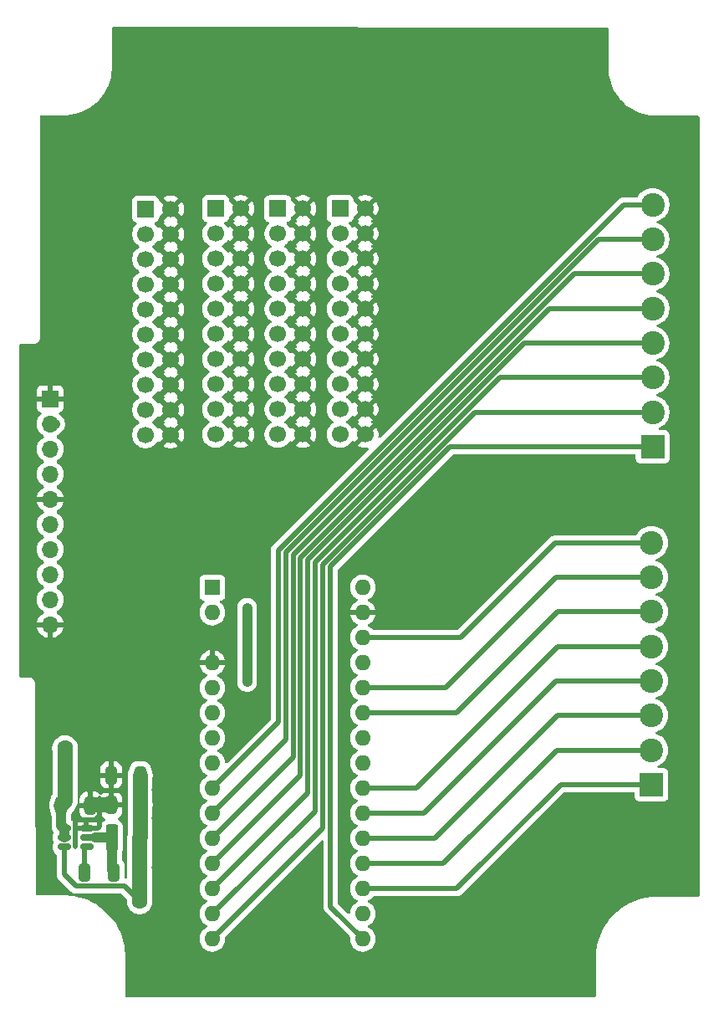
<source format=gbr>
%TF.GenerationSoftware,KiCad,Pcbnew,9.0.1*%
%TF.CreationDate,2025-05-07T10:28:50-04:00*%
%TF.ProjectId,BREAD_Slice_connProto,42524541-445f-4536-9c69-63655f636f6e,rev?*%
%TF.SameCoordinates,PX74eba40PY8552dc0*%
%TF.FileFunction,Copper,L2,Bot*%
%TF.FilePolarity,Positive*%
%FSLAX46Y46*%
G04 Gerber Fmt 4.6, Leading zero omitted, Abs format (unit mm)*
G04 Created by KiCad (PCBNEW 9.0.1) date 2025-05-07 10:28:50*
%MOMM*%
%LPD*%
G01*
G04 APERTURE LIST*
G04 Aperture macros list*
%AMRoundRect*
0 Rectangle with rounded corners*
0 $1 Rounding radius*
0 $2 $3 $4 $5 $6 $7 $8 $9 X,Y pos of 4 corners*
0 Add a 4 corners polygon primitive as box body*
4,1,4,$2,$3,$4,$5,$6,$7,$8,$9,$2,$3,0*
0 Add four circle primitives for the rounded corners*
1,1,$1+$1,$2,$3*
1,1,$1+$1,$4,$5*
1,1,$1+$1,$6,$7*
1,1,$1+$1,$8,$9*
0 Add four rect primitives between the rounded corners*
20,1,$1+$1,$2,$3,$4,$5,0*
20,1,$1+$1,$4,$5,$6,$7,0*
20,1,$1+$1,$6,$7,$8,$9,0*
20,1,$1+$1,$8,$9,$2,$3,0*%
G04 Aperture macros list end*
%TA.AperFunction,ComponentPad*%
%ADD10R,1.600000X1.600000*%
%TD*%
%TA.AperFunction,ComponentPad*%
%ADD11O,1.600000X1.600000*%
%TD*%
%TA.AperFunction,ComponentPad*%
%ADD12R,1.700000X1.700000*%
%TD*%
%TA.AperFunction,ComponentPad*%
%ADD13O,1.700000X1.700000*%
%TD*%
%TA.AperFunction,ComponentPad*%
%ADD14R,2.400000X2.400000*%
%TD*%
%TA.AperFunction,ComponentPad*%
%ADD15C,2.400000*%
%TD*%
%TA.AperFunction,ComponentPad*%
%ADD16C,1.700000*%
%TD*%
%TA.AperFunction,SMDPad,CuDef*%
%ADD17RoundRect,0.250000X0.325000X0.650000X-0.325000X0.650000X-0.325000X-0.650000X0.325000X-0.650000X0*%
%TD*%
%TA.AperFunction,SMDPad,CuDef*%
%ADD18RoundRect,0.150000X-0.512500X-0.150000X0.512500X-0.150000X0.512500X0.150000X-0.512500X0.150000X0*%
%TD*%
%TA.AperFunction,SMDPad,CuDef*%
%ADD19RoundRect,0.250000X-0.325000X-0.650000X0.325000X-0.650000X0.325000X0.650000X-0.325000X0.650000X0*%
%TD*%
%TA.AperFunction,SMDPad,CuDef*%
%ADD20RoundRect,0.250000X-0.375000X-1.075000X0.375000X-1.075000X0.375000X1.075000X-0.375000X1.075000X0*%
%TD*%
%TA.AperFunction,ViaPad*%
%ADD21C,0.800000*%
%TD*%
%TA.AperFunction,ViaPad*%
%ADD22C,0.500000*%
%TD*%
%TA.AperFunction,ViaPad*%
%ADD23C,1.600000*%
%TD*%
%TA.AperFunction,ViaPad*%
%ADD24C,1.000000*%
%TD*%
%TA.AperFunction,Conductor*%
%ADD25C,0.500000*%
%TD*%
%TA.AperFunction,Conductor*%
%ADD26C,1.500000*%
%TD*%
%TA.AperFunction,Conductor*%
%ADD27C,1.000000*%
%TD*%
G04 APERTURE END LIST*
D10*
%TO.P,A1,1,D1/TX*%
%TO.N,unconnected-(A1-D1{slash}TX-Pad1)*%
X20010000Y42360000D03*
D11*
%TO.P,A1,2,D0/RX*%
%TO.N,unconnected-(A1-D0{slash}RX-Pad2)*%
X20010000Y39820000D03*
%TO.P,A1,4,GND*%
%TO.N,GND*%
X20010000Y34740000D03*
%TO.P,A1,5,D2*%
%TO.N,/E_STOP*%
X20010000Y32200000D03*
%TO.P,A1,6,D3*%
%TO.N,/INT*%
X20010000Y29660000D03*
%TO.P,A1,7,D4*%
%TO.N,/SYNC*%
X20010000Y27120000D03*
%TO.P,A1,8,D5*%
%TO.N,/LED*%
X20010000Y24580000D03*
%TO.P,A1,9,D6*%
%TO.N,/D6*%
X20010000Y22040000D03*
%TO.P,A1,10,D7*%
%TO.N,/D7*%
X20010000Y19500000D03*
%TO.P,A1,11,D8*%
%TO.N,/D8*%
X20010000Y16960000D03*
%TO.P,A1,12,D9*%
%TO.N,/D9*%
X20010000Y14420000D03*
%TO.P,A1,13,D10*%
%TO.N,/D10*%
X20010000Y11880000D03*
%TO.P,A1,14,D11*%
%TO.N,/D11*%
X20010000Y9340000D03*
%TO.P,A1,15,D12*%
%TO.N,/D12*%
X20010000Y6800000D03*
%TO.P,A1,16,D13*%
%TO.N,/D13*%
X35250000Y6800000D03*
%TO.P,A1,17,3V3*%
%TO.N,+3.3V*%
X35250000Y9340000D03*
%TO.P,A1,18,AREF*%
%TO.N,/AREF*%
X35250000Y11880000D03*
%TO.P,A1,19,A0*%
%TO.N,/A0*%
X35250000Y14420000D03*
%TO.P,A1,20,A1*%
%TO.N,/A1*%
X35250000Y16960000D03*
%TO.P,A1,21,A2*%
%TO.N,/A2*%
X35250000Y19500000D03*
%TO.P,A1,22,A3*%
%TO.N,/A3*%
X35250000Y22040000D03*
%TO.P,A1,23,A4*%
%TO.N,/I2C_DAT*%
X35250000Y24580000D03*
%TO.P,A1,24,A5*%
%TO.N,/I2C_CLK*%
X35250000Y27120000D03*
%TO.P,A1,25,A6*%
%TO.N,/A6*%
X35250000Y29660000D03*
%TO.P,A1,26,A7*%
%TO.N,/A7*%
X35250000Y32200000D03*
%TO.P,A1,27,+5V*%
%TO.N,+5V*%
X35250000Y34740000D03*
%TO.P,A1,28,~{RESET}*%
%TO.N,/RESET*%
X35250000Y37280000D03*
%TO.P,A1,29,GND*%
%TO.N,GND*%
X35250000Y39820000D03*
%TO.P,A1,30,VIN*%
%TO.N,unconnected-(A1-VIN-Pad30)*%
X35250000Y42360000D03*
%TD*%
D12*
%TO.P,J1,1,Pin_1*%
%TO.N,GND*%
X3600000Y61450000D03*
D13*
%TO.P,J1,2,Pin_2*%
%TO.N,+12V*%
X3600000Y58910000D03*
%TO.P,J1,3,Pin_3*%
%TO.N,/I2C_CLK*%
X3600000Y56370000D03*
%TO.P,J1,4,Pin_4*%
%TO.N,/I2C_DAT*%
X3600000Y53830000D03*
%TO.P,J1,5,Pin_5*%
%TO.N,GND*%
X3600000Y51290000D03*
%TO.P,J1,6,Pin_6*%
%TO.N,/E_STOP*%
X3600000Y48750000D03*
%TO.P,J1,7,Pin_7*%
%TO.N,/INT*%
X3600000Y46210000D03*
%TO.P,J1,8,Pin_8*%
%TO.N,/SYNC*%
X3600000Y43670000D03*
%TO.P,J1,9,Pin_9*%
%TO.N,+12V*%
X3600000Y41130000D03*
%TO.P,J1,10,Pin_10*%
%TO.N,GND*%
X3600000Y38590000D03*
%TD*%
D14*
%TO.P,J3,1,Pin_1*%
%TO.N,/AREF*%
X64500000Y22400000D03*
D15*
%TO.P,J3,2,Pin_2*%
%TO.N,/A0*%
X64500000Y25900000D03*
%TO.P,J3,3,Pin_3*%
%TO.N,/A1*%
X64500000Y29400000D03*
%TO.P,J3,4,Pin_4*%
%TO.N,/A2*%
X64500000Y32900000D03*
%TO.P,J3,5,Pin_5*%
%TO.N,/A3*%
X64500000Y36400000D03*
%TO.P,J3,6,Pin_6*%
%TO.N,/A6*%
X64500000Y39900000D03*
%TO.P,J3,7,Pin_7*%
%TO.N,/A7*%
X64500000Y43400000D03*
%TO.P,J3,8,Pin_8*%
%TO.N,/RESET*%
X64500000Y46900000D03*
%TD*%
D12*
%TO.P,J6,1,Pin_1*%
%TO.N,+5V*%
X32950000Y80710000D03*
D16*
%TO.P,J6,2,Pin_2*%
%TO.N,GND*%
X35490000Y80710000D03*
%TO.P,J6,3,Pin_3*%
%TO.N,+5V*%
X32950000Y78170000D03*
%TO.P,J6,4,Pin_4*%
%TO.N,GND*%
X35490000Y78170000D03*
%TO.P,J6,5,Pin_5*%
%TO.N,+5V*%
X32950000Y75630000D03*
%TO.P,J6,6,Pin_6*%
%TO.N,GND*%
X35490000Y75630000D03*
%TO.P,J6,7,Pin_7*%
%TO.N,+5V*%
X32950000Y73090000D03*
%TO.P,J6,8,Pin_8*%
%TO.N,GND*%
X35490000Y73090000D03*
%TO.P,J6,9,Pin_9*%
%TO.N,+5V*%
X32950000Y70550000D03*
%TO.P,J6,10,Pin_10*%
%TO.N,GND*%
X35490000Y70550000D03*
%TO.P,J6,11,Pin_11*%
%TO.N,+5V*%
X32950000Y68010000D03*
%TO.P,J6,12,Pin_12*%
%TO.N,GND*%
X35490000Y68010000D03*
%TO.P,J6,13,Pin_13*%
%TO.N,+5V*%
X32950000Y65470000D03*
%TO.P,J6,14,Pin_14*%
%TO.N,GND*%
X35490000Y65470000D03*
%TO.P,J6,15,Pin_15*%
%TO.N,+5V*%
X32950000Y62930000D03*
%TO.P,J6,16,Pin_16*%
%TO.N,GND*%
X35490000Y62930000D03*
%TO.P,J6,17,Pin_17*%
%TO.N,+5V*%
X32950000Y60390000D03*
%TO.P,J6,18,Pin_18*%
%TO.N,GND*%
X35490000Y60390000D03*
%TO.P,J6,19,Pin_19*%
%TO.N,+5V*%
X32950000Y57850000D03*
%TO.P,J6,20,Pin_20*%
%TO.N,GND*%
X35490000Y57850000D03*
%TD*%
D14*
%TO.P,J2,1,Pin_1*%
%TO.N,/D13*%
X64600000Y56600000D03*
D15*
%TO.P,J2,2,Pin_2*%
%TO.N,/D12*%
X64600000Y60100000D03*
%TO.P,J2,3,Pin_3*%
%TO.N,/D11*%
X64600000Y63600000D03*
%TO.P,J2,4,Pin_4*%
%TO.N,/D10*%
X64600000Y67100000D03*
%TO.P,J2,5,Pin_5*%
%TO.N,/D9*%
X64600000Y70600000D03*
%TO.P,J2,6,Pin_6*%
%TO.N,/D8*%
X64600000Y74100000D03*
%TO.P,J2,7,Pin_7*%
%TO.N,/D7*%
X64600000Y77600000D03*
%TO.P,J2,8,Pin_8*%
%TO.N,/D6*%
X64600000Y81100000D03*
%TD*%
D12*
%TO.P,J4,1,Pin_1*%
%TO.N,+12V*%
X13260000Y80660000D03*
D16*
%TO.P,J4,2,Pin_2*%
%TO.N,GND*%
X15800000Y80660000D03*
%TO.P,J4,3,Pin_3*%
%TO.N,+12V*%
X13260000Y78120000D03*
%TO.P,J4,4,Pin_4*%
%TO.N,GND*%
X15800000Y78120000D03*
%TO.P,J4,5,Pin_5*%
%TO.N,+12V*%
X13260000Y75580000D03*
%TO.P,J4,6,Pin_6*%
%TO.N,GND*%
X15800000Y75580000D03*
%TO.P,J4,7,Pin_7*%
%TO.N,+12V*%
X13260000Y73040000D03*
%TO.P,J4,8,Pin_8*%
%TO.N,GND*%
X15800000Y73040000D03*
%TO.P,J4,9,Pin_9*%
%TO.N,+12V*%
X13260000Y70500000D03*
%TO.P,J4,10,Pin_10*%
%TO.N,GND*%
X15800000Y70500000D03*
%TO.P,J4,11,Pin_11*%
%TO.N,+12V*%
X13260000Y67960000D03*
%TO.P,J4,12,Pin_12*%
%TO.N,GND*%
X15800000Y67960000D03*
%TO.P,J4,13,Pin_13*%
%TO.N,+12V*%
X13260000Y65420000D03*
%TO.P,J4,14,Pin_14*%
%TO.N,GND*%
X15800000Y65420000D03*
%TO.P,J4,15,Pin_15*%
%TO.N,+12V*%
X13260000Y62880000D03*
%TO.P,J4,16,Pin_16*%
%TO.N,GND*%
X15800000Y62880000D03*
%TO.P,J4,17,Pin_17*%
%TO.N,+12V*%
X13260000Y60340000D03*
%TO.P,J4,18,Pin_18*%
%TO.N,GND*%
X15800000Y60340000D03*
%TO.P,J4,19,Pin_19*%
%TO.N,+12V*%
X13260000Y57800000D03*
%TO.P,J4,20,Pin_20*%
%TO.N,GND*%
X15800000Y57800000D03*
%TD*%
D12*
%TO.P,J5,1,Pin_1*%
%TO.N,+5V*%
X26650000Y80700000D03*
D16*
%TO.P,J5,2,Pin_2*%
%TO.N,GND*%
X29190000Y80700000D03*
%TO.P,J5,3,Pin_3*%
%TO.N,+5V*%
X26650000Y78160000D03*
%TO.P,J5,4,Pin_4*%
%TO.N,GND*%
X29190000Y78160000D03*
%TO.P,J5,5,Pin_5*%
%TO.N,+5V*%
X26650000Y75620000D03*
%TO.P,J5,6,Pin_6*%
%TO.N,GND*%
X29190000Y75620000D03*
%TO.P,J5,7,Pin_7*%
%TO.N,+5V*%
X26650000Y73080000D03*
%TO.P,J5,8,Pin_8*%
%TO.N,GND*%
X29190000Y73080000D03*
%TO.P,J5,9,Pin_9*%
%TO.N,+5V*%
X26650000Y70540000D03*
%TO.P,J5,10,Pin_10*%
%TO.N,GND*%
X29190000Y70540000D03*
%TO.P,J5,11,Pin_11*%
%TO.N,+5V*%
X26650000Y68000000D03*
%TO.P,J5,12,Pin_12*%
%TO.N,GND*%
X29190000Y68000000D03*
%TO.P,J5,13,Pin_13*%
%TO.N,+5V*%
X26650000Y65460000D03*
%TO.P,J5,14,Pin_14*%
%TO.N,GND*%
X29190000Y65460000D03*
%TO.P,J5,15,Pin_15*%
%TO.N,+5V*%
X26650000Y62920000D03*
%TO.P,J5,16,Pin_16*%
%TO.N,GND*%
X29190000Y62920000D03*
%TO.P,J5,17,Pin_17*%
%TO.N,+5V*%
X26650000Y60380000D03*
%TO.P,J5,18,Pin_18*%
%TO.N,GND*%
X29190000Y60380000D03*
%TO.P,J5,19,Pin_19*%
%TO.N,+5V*%
X26650000Y57840000D03*
%TO.P,J5,20,Pin_20*%
%TO.N,GND*%
X29190000Y57840000D03*
%TD*%
D12*
%TO.P,J7,1,Pin_1*%
%TO.N,+3.3V*%
X20360000Y80710000D03*
D16*
%TO.P,J7,2,Pin_2*%
%TO.N,GND*%
X22900000Y80710000D03*
%TO.P,J7,3,Pin_3*%
%TO.N,+3.3V*%
X20360000Y78170000D03*
%TO.P,J7,4,Pin_4*%
%TO.N,GND*%
X22900000Y78170000D03*
%TO.P,J7,5,Pin_5*%
%TO.N,+3.3V*%
X20360000Y75630000D03*
%TO.P,J7,6,Pin_6*%
%TO.N,GND*%
X22900000Y75630000D03*
%TO.P,J7,7,Pin_7*%
%TO.N,+3.3V*%
X20360000Y73090000D03*
%TO.P,J7,8,Pin_8*%
%TO.N,GND*%
X22900000Y73090000D03*
%TO.P,J7,9,Pin_9*%
%TO.N,+3.3V*%
X20360000Y70550000D03*
%TO.P,J7,10,Pin_10*%
%TO.N,GND*%
X22900000Y70550000D03*
%TO.P,J7,11,Pin_11*%
%TO.N,+3.3V*%
X20360000Y68010000D03*
%TO.P,J7,12,Pin_12*%
%TO.N,GND*%
X22900000Y68010000D03*
%TO.P,J7,13,Pin_13*%
%TO.N,+3.3V*%
X20360000Y65470000D03*
%TO.P,J7,14,Pin_14*%
%TO.N,GND*%
X22900000Y65470000D03*
%TO.P,J7,15,Pin_15*%
%TO.N,+3.3V*%
X20360000Y62930000D03*
%TO.P,J7,16,Pin_16*%
%TO.N,GND*%
X22900000Y62930000D03*
%TO.P,J7,17,Pin_17*%
%TO.N,+3.3V*%
X20360000Y60390000D03*
%TO.P,J7,18,Pin_18*%
%TO.N,GND*%
X22900000Y60390000D03*
%TO.P,J7,19,Pin_19*%
%TO.N,+3.3V*%
X20360000Y57850000D03*
%TO.P,J7,20,Pin_20*%
%TO.N,GND*%
X22900000Y57850000D03*
%TD*%
D17*
%TO.P,C1,1*%
%TO.N,GND*%
X7675000Y20300000D03*
%TO.P,C1,2*%
%TO.N,+12V*%
X4725000Y20300000D03*
%TD*%
D18*
%TO.P,U1,1,FB*%
%TO.N,+5V*%
X5012500Y16095000D03*
%TO.P,U1,2,EN*%
%TO.N,+12V*%
X5012500Y17045000D03*
%TO.P,U1,3,VIN*%
X5012500Y17995000D03*
%TO.P,U1,4,GND*%
%TO.N,GND*%
X7287500Y17995000D03*
%TO.P,U1,5,SW*%
%TO.N,Net-(U1-SW)*%
X7287500Y17045000D03*
%TO.P,U1,6,BST*%
%TO.N,Net-(U1-BST)*%
X7287500Y16095000D03*
%TD*%
D17*
%TO.P,C2,1*%
%TO.N,Net-(U1-SW)*%
X10025000Y13545000D03*
%TO.P,C2,2*%
%TO.N,Net-(U1-BST)*%
X7075000Y13545000D03*
%TD*%
D19*
%TO.P,C3,1*%
%TO.N,GND*%
X9775000Y20345000D03*
%TO.P,C3,2*%
%TO.N,+5V*%
X12725000Y20345000D03*
%TD*%
%TO.P,C4,1*%
%TO.N,GND*%
X9775000Y23345000D03*
%TO.P,C4,2*%
%TO.N,+5V*%
X12725000Y23345000D03*
%TD*%
D20*
%TO.P,L1,1*%
%TO.N,Net-(U1-SW)*%
X9850000Y17045000D03*
%TO.P,L1,2*%
%TO.N,+5V*%
X12650000Y17045000D03*
%TD*%
D21*
%TO.N,GND*%
X14250000Y21895000D03*
X3750000Y13345000D03*
D22*
X7250000Y18845000D03*
D21*
X7350000Y23595000D03*
D22*
X8550000Y19545000D03*
X8550000Y21045000D03*
X7450000Y21845000D03*
D21*
X53000000Y3900000D03*
D22*
X9750000Y21845000D03*
D21*
X3550000Y16595000D03*
X14250000Y13995000D03*
X14250000Y18995000D03*
D22*
X8150000Y18845000D03*
X6150000Y16145000D03*
D23*
%TO.N,+5V*%
X12650000Y10600000D03*
D24*
%TO.N,+3.3V*%
X23550000Y40300000D03*
X23550000Y32800000D03*
D23*
%TO.N,+12V*%
X5100000Y26100000D03*
%TD*%
D25*
%TO.N,GND*%
X7287500Y17995000D02*
X6200000Y17995000D01*
X8950000Y21845000D02*
X10650000Y21845000D01*
X6200000Y17995000D02*
X6150000Y17945000D01*
D26*
X7720000Y20345000D02*
X9775000Y20345000D01*
D25*
X9750000Y21845000D02*
X8950000Y21845000D01*
X6350000Y18845000D02*
X6150000Y18645000D01*
X8400000Y17995000D02*
X8550000Y18145000D01*
X7250000Y18032500D02*
X7287500Y17995000D01*
X7250000Y18845000D02*
X6350000Y18845000D01*
X8550000Y19245000D02*
X8150000Y18845000D01*
X6150000Y17945000D02*
X6150000Y16145000D01*
X8550000Y20345000D02*
X8550000Y19545000D01*
X8550000Y20345000D02*
X8550000Y21045000D01*
X8150000Y18845000D02*
X7250000Y18845000D01*
X6150000Y18645000D02*
X6150000Y17945000D01*
X8550000Y18145000D02*
X8550000Y19545000D01*
X8550000Y19545000D02*
X8550000Y19245000D01*
D26*
X7675000Y20300000D02*
X7720000Y20345000D01*
D25*
X7287500Y17995000D02*
X8400000Y17995000D01*
X7250000Y18845000D02*
X7250000Y18032500D01*
%TO.N,/D12*%
X20010000Y6980100D02*
X20010000Y6800000D01*
X31200000Y44700000D02*
X46600000Y60100000D01*
X31200000Y17990000D02*
X31200000Y44700000D01*
X46600000Y60100000D02*
X64600000Y60100000D01*
X20010000Y6800000D02*
X31200000Y17990000D01*
%TO.N,+5V*%
X12650000Y10600000D02*
X11100000Y12150000D01*
X5012500Y13337500D02*
X5012500Y16095000D01*
D26*
X12725000Y23345000D02*
X12700000Y23320000D01*
D25*
X6200000Y12150000D02*
X5012500Y13337500D01*
D26*
X12700000Y20320000D02*
X12700000Y17095000D01*
D25*
X11100000Y12150000D02*
X6200000Y12150000D01*
D26*
X12700000Y23320000D02*
X12700000Y20370000D01*
D27*
X12725000Y17120000D02*
X12650000Y17045000D01*
D26*
X12650000Y10600000D02*
X12650000Y17045000D01*
X12725000Y20345000D02*
X12700000Y20320000D01*
X12700000Y17095000D02*
X12650000Y17045000D01*
X12700000Y20370000D02*
X12725000Y20345000D01*
D25*
%TO.N,/D11*%
X30400000Y19730000D02*
X30400000Y44889950D01*
X49110050Y63600000D02*
X64600000Y63600000D01*
X30400000Y44889950D02*
X49110050Y63600000D01*
X20010000Y9340000D02*
X30400000Y19730000D01*
%TO.N,/D10*%
X29700000Y45179900D02*
X51620100Y67100000D01*
X51620100Y67100000D02*
X64600000Y67100000D01*
X20010000Y11880000D02*
X29700000Y21570000D01*
X29700000Y21570000D02*
X29700000Y45179900D01*
D27*
%TO.N,+3.3V*%
X23550000Y40300000D02*
X23550000Y32800000D01*
D25*
%TO.N,/A0*%
X54900000Y25900000D02*
X43420000Y14420000D01*
X43420000Y14420000D02*
X35250000Y14420000D01*
X64500000Y25900000D02*
X54900000Y25900000D01*
%TO.N,/A6*%
X35250000Y29660000D02*
X44710000Y29660000D01*
X54950000Y39900000D02*
X64500000Y39900000D01*
X44710000Y29660000D02*
X54950000Y39900000D01*
%TO.N,/A1*%
X35250000Y16960000D02*
X42510000Y16960000D01*
X42510000Y16960000D02*
X54950000Y29400000D01*
X54950000Y29400000D02*
X64500000Y29400000D01*
%TO.N,/A2*%
X41400000Y19500000D02*
X54800000Y32900000D01*
X35250000Y19500000D02*
X41400000Y19500000D01*
X54800000Y32900000D02*
X64500000Y32900000D01*
D27*
%TO.N,+12V*%
X4110000Y58910000D02*
X3600000Y58910000D01*
X5012500Y17995000D02*
X5012500Y17095000D01*
X4725000Y20300000D02*
X4725000Y18282500D01*
D26*
X5100000Y26100000D02*
X5100000Y20675000D01*
X5100000Y20675000D02*
X4725000Y20300000D01*
D27*
X4725000Y18282500D02*
X5012500Y17995000D01*
D25*
%TO.N,/D8*%
X28200000Y25150000D02*
X28200000Y45659800D01*
X20010000Y16960000D02*
X28200000Y25150000D01*
X56640200Y74100000D02*
X64600000Y74100000D01*
X28200000Y45659800D02*
X56640200Y74100000D01*
%TO.N,/A7*%
X64500000Y43400000D02*
X54850000Y43400000D01*
X54850000Y43400000D02*
X43650000Y32200000D01*
X43650000Y32200000D02*
X35250000Y32200000D01*
%TO.N,/D6*%
X61660300Y81100000D02*
X64600000Y81100000D01*
X20010000Y22040000D02*
X26700000Y28730000D01*
X26700000Y28730000D02*
X26700000Y46139700D01*
X26700000Y46139700D02*
X61660300Y81100000D01*
%TO.N,/D7*%
X27500000Y45949750D02*
X59150250Y77600000D01*
X27500000Y26990000D02*
X27500000Y45949750D01*
X20010000Y19500000D02*
X27500000Y26990000D01*
X59150250Y77600000D02*
X64600000Y77600000D01*
%TO.N,/D9*%
X54130150Y70600000D02*
X64600000Y70600000D01*
X28900000Y23310000D02*
X28900000Y45369850D01*
X28900000Y45369850D02*
X54130150Y70600000D01*
X20010000Y14420000D02*
X28900000Y23310000D01*
%TO.N,/D13*%
X44089950Y56600000D02*
X64600000Y56600000D01*
X32000000Y44510050D02*
X44089950Y56600000D01*
X32000000Y10050000D02*
X32000000Y44510050D01*
X35250000Y6800000D02*
X32000000Y10050000D01*
%TO.N,/A3*%
X55000000Y36400000D02*
X64500000Y36400000D01*
X35250000Y22040000D02*
X40640000Y22040000D01*
X40640000Y22040000D02*
X55000000Y36400000D01*
%TO.N,/RESET*%
X35250000Y37280000D02*
X35270000Y37300000D01*
X45150000Y37300000D02*
X54700000Y46850000D01*
X35270000Y37300000D02*
X45150000Y37300000D01*
X64450000Y46850000D02*
X64500000Y46900000D01*
X54700000Y46850000D02*
X64450000Y46850000D01*
D27*
%TO.N,Net-(U1-SW)*%
X9850000Y13720000D02*
X10025000Y13545000D01*
X9850000Y17045000D02*
X8206238Y17045000D01*
X9850000Y17045000D02*
X9850000Y13720000D01*
D25*
%TO.N,Net-(U1-BST)*%
X7075000Y15882500D02*
X7287500Y16095000D01*
X7075000Y13545000D02*
X7075000Y15882500D01*
D26*
%TO.N,unconnected-(A1-VIN-Pad30)*%
X35267000Y42343000D02*
X35250000Y42360000D01*
D25*
%TO.N,/AREF*%
X35250000Y11880000D02*
X44780000Y11880000D01*
X55300000Y22400000D02*
X64500000Y22400000D01*
X44780000Y11880000D02*
X55300000Y22400000D01*
%TD*%
%TA.AperFunction,Conductor*%
%TO.N,GND*%
G36*
X35024075Y60197007D02*
G01*
X35089901Y60082993D01*
X35182993Y59989901D01*
X35297007Y59924075D01*
X35360591Y59907038D01*
X34759971Y59306419D01*
X34838711Y59189105D01*
X34839920Y59185271D01*
X34842844Y59182509D01*
X34850343Y59152222D01*
X34859727Y59122471D01*
X34858671Y59118592D01*
X34859638Y59114688D01*
X34849573Y59085156D01*
X34841383Y59055053D01*
X34838397Y59052360D01*
X34837100Y59048553D01*
X34792051Y59009517D01*
X34782440Y59004620D01*
X34728282Y58965273D01*
X34728282Y58965272D01*
X35360591Y58332963D01*
X35297007Y58315925D01*
X35182993Y58250099D01*
X35089901Y58157007D01*
X35024075Y58042993D01*
X35007037Y57979409D01*
X34374728Y58611718D01*
X34374727Y58611718D01*
X34335380Y58557560D01*
X34335376Y58557554D01*
X34330760Y58548495D01*
X34282781Y58497703D01*
X34214959Y58480913D01*
X34148826Y58503457D01*
X34109794Y58548507D01*
X34105051Y58557816D01*
X34105049Y58557819D01*
X34105048Y58557821D01*
X33980109Y58729787D01*
X33829786Y58880110D01*
X33657820Y59005049D01*
X33650966Y59008541D01*
X33649054Y59009515D01*
X33598259Y59057488D01*
X33581463Y59125308D01*
X33603999Y59191444D01*
X33649054Y59230485D01*
X33657816Y59234949D01*
X33760966Y59309891D01*
X33829786Y59359891D01*
X33829788Y59359894D01*
X33829792Y59359896D01*
X33980104Y59510208D01*
X33980106Y59510212D01*
X33980109Y59510214D01*
X34058289Y59617821D01*
X34105051Y59682184D01*
X34109793Y59691492D01*
X34157763Y59742289D01*
X34225583Y59759089D01*
X34291719Y59736555D01*
X34330763Y59691500D01*
X34335373Y59682453D01*
X34374728Y59628284D01*
X35007037Y60260592D01*
X35024075Y60197007D01*
G37*
%TD.AperFunction*%
%TA.AperFunction,Conductor*%
G36*
X35024075Y62737007D02*
G01*
X35089901Y62622993D01*
X35182993Y62529901D01*
X35297007Y62464075D01*
X35360591Y62447038D01*
X34759971Y61846419D01*
X34838711Y61729105D01*
X34839920Y61725271D01*
X34842844Y61722509D01*
X34850343Y61692222D01*
X34859727Y61662471D01*
X34858671Y61658592D01*
X34859638Y61654688D01*
X34849573Y61625156D01*
X34841383Y61595053D01*
X34838397Y61592360D01*
X34837100Y61588553D01*
X34792051Y61549517D01*
X34782440Y61544620D01*
X34728282Y61505273D01*
X34728282Y61505272D01*
X35360591Y60872963D01*
X35297007Y60855925D01*
X35182993Y60790099D01*
X35089901Y60697007D01*
X35024075Y60582993D01*
X35007037Y60519409D01*
X34374728Y61151718D01*
X34374727Y61151718D01*
X34335380Y61097560D01*
X34335376Y61097554D01*
X34330760Y61088495D01*
X34282781Y61037703D01*
X34214959Y61020913D01*
X34148826Y61043457D01*
X34109794Y61088507D01*
X34105051Y61097816D01*
X34105049Y61097819D01*
X34105048Y61097821D01*
X33980109Y61269787D01*
X33829786Y61420110D01*
X33657820Y61545049D01*
X33653033Y61547488D01*
X33649054Y61549515D01*
X33598259Y61597488D01*
X33581463Y61665308D01*
X33603999Y61731444D01*
X33649054Y61770485D01*
X33657816Y61774949D01*
X33760966Y61849891D01*
X33829786Y61899891D01*
X33829788Y61899894D01*
X33829792Y61899896D01*
X33980104Y62050208D01*
X33980106Y62050212D01*
X33980109Y62050214D01*
X34047515Y62142993D01*
X34105051Y62222184D01*
X34109793Y62231492D01*
X34157763Y62282289D01*
X34225583Y62299089D01*
X34291719Y62276555D01*
X34330763Y62231500D01*
X34335373Y62222453D01*
X34374728Y62168284D01*
X35007037Y62800592D01*
X35024075Y62737007D01*
G37*
%TD.AperFunction*%
%TA.AperFunction,Conductor*%
G36*
X35024075Y65277007D02*
G01*
X35089901Y65162993D01*
X35182993Y65069901D01*
X35297007Y65004075D01*
X35360591Y64987038D01*
X34759971Y64386419D01*
X34838711Y64269105D01*
X34839920Y64265271D01*
X34842844Y64262509D01*
X34850343Y64232222D01*
X34859727Y64202471D01*
X34858671Y64198592D01*
X34859638Y64194688D01*
X34849573Y64165156D01*
X34841383Y64135053D01*
X34838397Y64132360D01*
X34837100Y64128553D01*
X34792051Y64089517D01*
X34782440Y64084620D01*
X34728282Y64045273D01*
X34728282Y64045272D01*
X35360591Y63412963D01*
X35297007Y63395925D01*
X35182993Y63330099D01*
X35089901Y63237007D01*
X35024075Y63122993D01*
X35007037Y63059409D01*
X34374728Y63691718D01*
X34374727Y63691718D01*
X34335380Y63637560D01*
X34335376Y63637554D01*
X34330760Y63628495D01*
X34282781Y63577703D01*
X34214959Y63560913D01*
X34148826Y63583457D01*
X34109794Y63628507D01*
X34105051Y63637816D01*
X34105049Y63637819D01*
X34105048Y63637821D01*
X33980109Y63809787D01*
X33829786Y63960110D01*
X33657820Y64085049D01*
X33653033Y64087488D01*
X33649054Y64089515D01*
X33598259Y64137488D01*
X33581463Y64205308D01*
X33603999Y64271444D01*
X33649054Y64310485D01*
X33657816Y64314949D01*
X33711184Y64353723D01*
X33829786Y64439891D01*
X33829788Y64439894D01*
X33829792Y64439896D01*
X33980104Y64590208D01*
X33980106Y64590212D01*
X33980109Y64590214D01*
X34047515Y64682993D01*
X34105051Y64762184D01*
X34109793Y64771492D01*
X34157763Y64822289D01*
X34225583Y64839089D01*
X34291719Y64816555D01*
X34330763Y64771500D01*
X34335373Y64762453D01*
X34374728Y64708284D01*
X35007037Y65340592D01*
X35024075Y65277007D01*
G37*
%TD.AperFunction*%
%TA.AperFunction,Conductor*%
G36*
X35024075Y67817007D02*
G01*
X35089901Y67702993D01*
X35182993Y67609901D01*
X35297007Y67544075D01*
X35360591Y67527038D01*
X34759971Y66926419D01*
X34838711Y66809105D01*
X34839920Y66805271D01*
X34842844Y66802509D01*
X34850343Y66772222D01*
X34859727Y66742471D01*
X34858671Y66738592D01*
X34859638Y66734688D01*
X34849573Y66705156D01*
X34841383Y66675053D01*
X34838397Y66672360D01*
X34837100Y66668553D01*
X34792051Y66629517D01*
X34782440Y66624620D01*
X34728282Y66585273D01*
X34728282Y66585272D01*
X35360591Y65952963D01*
X35297007Y65935925D01*
X35182993Y65870099D01*
X35089901Y65777007D01*
X35024075Y65662993D01*
X35007037Y65599409D01*
X34374728Y66231718D01*
X34374727Y66231718D01*
X34335380Y66177560D01*
X34335376Y66177554D01*
X34330760Y66168495D01*
X34282781Y66117703D01*
X34214959Y66100913D01*
X34148826Y66123457D01*
X34109794Y66168507D01*
X34105051Y66177816D01*
X34105049Y66177819D01*
X34105048Y66177821D01*
X33980106Y66349790D01*
X33829786Y66500110D01*
X33657820Y66625049D01*
X33653033Y66627488D01*
X33649054Y66629515D01*
X33598259Y66677488D01*
X33581463Y66745308D01*
X33603999Y66811444D01*
X33649054Y66850485D01*
X33657816Y66854949D01*
X33760966Y66929891D01*
X33829786Y66979891D01*
X33829788Y66979894D01*
X33829792Y66979896D01*
X33980104Y67130208D01*
X33980106Y67130212D01*
X33980109Y67130214D01*
X34047515Y67222993D01*
X34105051Y67302184D01*
X34109793Y67311492D01*
X34157763Y67362289D01*
X34225583Y67379089D01*
X34291719Y67356555D01*
X34330763Y67311500D01*
X34335373Y67302453D01*
X34374728Y67248284D01*
X35007037Y67880592D01*
X35024075Y67817007D01*
G37*
%TD.AperFunction*%
%TA.AperFunction,Conductor*%
G36*
X35024075Y70357007D02*
G01*
X35089901Y70242993D01*
X35182993Y70149901D01*
X35297007Y70084075D01*
X35360591Y70067038D01*
X34759971Y69466419D01*
X34838711Y69349105D01*
X34839920Y69345271D01*
X34842844Y69342509D01*
X34850343Y69312222D01*
X34859727Y69282471D01*
X34858671Y69278592D01*
X34859638Y69274688D01*
X34849573Y69245156D01*
X34841383Y69215053D01*
X34838397Y69212360D01*
X34837100Y69208553D01*
X34792051Y69169517D01*
X34782440Y69164620D01*
X34728282Y69125273D01*
X34728282Y69125272D01*
X35360591Y68492963D01*
X35297007Y68475925D01*
X35182993Y68410099D01*
X35089901Y68317007D01*
X35024075Y68202993D01*
X35007037Y68139409D01*
X34374728Y68771718D01*
X34374727Y68771718D01*
X34335380Y68717560D01*
X34335376Y68717554D01*
X34330760Y68708495D01*
X34282781Y68657703D01*
X34214959Y68640913D01*
X34148826Y68663457D01*
X34109794Y68708507D01*
X34105051Y68717816D01*
X34105049Y68717819D01*
X34105048Y68717821D01*
X33980109Y68889787D01*
X33829786Y69040110D01*
X33657820Y69165049D01*
X33653033Y69167488D01*
X33649054Y69169515D01*
X33598259Y69217488D01*
X33581463Y69285308D01*
X33603999Y69351444D01*
X33649054Y69390485D01*
X33657816Y69394949D01*
X33760966Y69469891D01*
X33829786Y69519891D01*
X33829788Y69519894D01*
X33829792Y69519896D01*
X33980104Y69670208D01*
X33980106Y69670212D01*
X33980109Y69670214D01*
X34047515Y69762993D01*
X34105051Y69842184D01*
X34109793Y69851492D01*
X34157763Y69902289D01*
X34225583Y69919089D01*
X34291719Y69896555D01*
X34330763Y69851500D01*
X34335373Y69842453D01*
X34374728Y69788284D01*
X35007037Y70420592D01*
X35024075Y70357007D01*
G37*
%TD.AperFunction*%
%TA.AperFunction,Conductor*%
G36*
X35024075Y72897007D02*
G01*
X35089901Y72782993D01*
X35182993Y72689901D01*
X35297007Y72624075D01*
X35360591Y72607038D01*
X34759971Y72006419D01*
X34838711Y71889105D01*
X34839920Y71885271D01*
X34842844Y71882509D01*
X34850343Y71852222D01*
X34859727Y71822471D01*
X34858671Y71818592D01*
X34859638Y71814688D01*
X34849573Y71785156D01*
X34841383Y71755053D01*
X34838397Y71752360D01*
X34837100Y71748553D01*
X34792051Y71709517D01*
X34782440Y71704620D01*
X34728282Y71665273D01*
X34728282Y71665272D01*
X35360591Y71032963D01*
X35297007Y71015925D01*
X35182993Y70950099D01*
X35089901Y70857007D01*
X35024075Y70742993D01*
X35007037Y70679409D01*
X34374728Y71311718D01*
X34374727Y71311718D01*
X34335380Y71257560D01*
X34335376Y71257554D01*
X34330760Y71248495D01*
X34282781Y71197703D01*
X34214959Y71180913D01*
X34148826Y71203457D01*
X34109794Y71248507D01*
X34105051Y71257816D01*
X34105049Y71257819D01*
X34105048Y71257821D01*
X33980109Y71429787D01*
X33829786Y71580110D01*
X33657820Y71705049D01*
X33653033Y71707488D01*
X33649054Y71709515D01*
X33598259Y71757488D01*
X33581463Y71825308D01*
X33603999Y71891444D01*
X33649054Y71930485D01*
X33657816Y71934949D01*
X33760966Y72009891D01*
X33829786Y72059891D01*
X33829788Y72059894D01*
X33829792Y72059896D01*
X33980104Y72210208D01*
X33980106Y72210212D01*
X33980109Y72210214D01*
X34047515Y72302993D01*
X34105051Y72382184D01*
X34109793Y72391492D01*
X34157763Y72442289D01*
X34225583Y72459089D01*
X34291719Y72436555D01*
X34330763Y72391500D01*
X34335373Y72382453D01*
X34374728Y72328284D01*
X35007037Y72960592D01*
X35024075Y72897007D01*
G37*
%TD.AperFunction*%
%TA.AperFunction,Conductor*%
G36*
X35024075Y75437007D02*
G01*
X35089901Y75322993D01*
X35182993Y75229901D01*
X35297007Y75164075D01*
X35360591Y75147038D01*
X34759971Y74546419D01*
X34838711Y74429105D01*
X34839920Y74425271D01*
X34842844Y74422509D01*
X34850343Y74392222D01*
X34859727Y74362471D01*
X34858671Y74358592D01*
X34859638Y74354688D01*
X34849573Y74325156D01*
X34841383Y74295053D01*
X34838397Y74292360D01*
X34837100Y74288553D01*
X34792051Y74249517D01*
X34782440Y74244620D01*
X34728282Y74205273D01*
X34728282Y74205272D01*
X35360591Y73572963D01*
X35297007Y73555925D01*
X35182993Y73490099D01*
X35089901Y73397007D01*
X35024075Y73282993D01*
X35007037Y73219409D01*
X34374728Y73851718D01*
X34374727Y73851718D01*
X34335380Y73797560D01*
X34335376Y73797554D01*
X34330760Y73788495D01*
X34282781Y73737703D01*
X34214959Y73720913D01*
X34148826Y73743457D01*
X34109794Y73788507D01*
X34105051Y73797816D01*
X34105049Y73797819D01*
X34105048Y73797821D01*
X33980109Y73969787D01*
X33829786Y74120110D01*
X33657820Y74245049D01*
X33653033Y74247488D01*
X33649054Y74249515D01*
X33598259Y74297488D01*
X33581463Y74365308D01*
X33603999Y74431444D01*
X33649054Y74470485D01*
X33657816Y74474949D01*
X33760966Y74549891D01*
X33829786Y74599891D01*
X33829788Y74599894D01*
X33829792Y74599896D01*
X33980104Y74750208D01*
X33980106Y74750212D01*
X33980109Y74750214D01*
X34052970Y74850500D01*
X34105051Y74922184D01*
X34109793Y74931492D01*
X34157763Y74982289D01*
X34225583Y74999089D01*
X34291719Y74976555D01*
X34330763Y74931500D01*
X34335373Y74922453D01*
X34374728Y74868284D01*
X35007037Y75500592D01*
X35024075Y75437007D01*
G37*
%TD.AperFunction*%
%TA.AperFunction,Conductor*%
G36*
X35024075Y77977007D02*
G01*
X35089901Y77862993D01*
X35182993Y77769901D01*
X35297007Y77704075D01*
X35360591Y77687038D01*
X34759971Y77086419D01*
X34838711Y76969105D01*
X34839920Y76965271D01*
X34842844Y76962509D01*
X34850343Y76932222D01*
X34859727Y76902471D01*
X34858671Y76898592D01*
X34859638Y76894688D01*
X34849573Y76865156D01*
X34841383Y76835053D01*
X34838397Y76832360D01*
X34837100Y76828553D01*
X34792051Y76789517D01*
X34782440Y76784620D01*
X34728282Y76745273D01*
X34728282Y76745272D01*
X35360591Y76112963D01*
X35297007Y76095925D01*
X35182993Y76030099D01*
X35089901Y75937007D01*
X35024075Y75822993D01*
X35007037Y75759409D01*
X34374728Y76391718D01*
X34374727Y76391718D01*
X34335380Y76337560D01*
X34335376Y76337554D01*
X34330760Y76328495D01*
X34282781Y76277703D01*
X34214959Y76260913D01*
X34148826Y76283457D01*
X34109794Y76328507D01*
X34105051Y76337816D01*
X34105049Y76337819D01*
X34105048Y76337821D01*
X33980109Y76509787D01*
X33829786Y76660110D01*
X33657820Y76785049D01*
X33653033Y76787488D01*
X33649054Y76789515D01*
X33598259Y76837488D01*
X33581463Y76905308D01*
X33603999Y76971444D01*
X33649054Y77010485D01*
X33657816Y77014949D01*
X33709114Y77052219D01*
X33829786Y77139891D01*
X33829788Y77139894D01*
X33829792Y77139896D01*
X33980104Y77290208D01*
X33980106Y77290212D01*
X33980109Y77290214D01*
X34047515Y77382993D01*
X34105051Y77462184D01*
X34109793Y77471492D01*
X34157763Y77522289D01*
X34225583Y77539089D01*
X34291719Y77516555D01*
X34330763Y77471500D01*
X34335373Y77462453D01*
X34374728Y77408284D01*
X35007037Y78040592D01*
X35024075Y77977007D01*
G37*
%TD.AperFunction*%
%TA.AperFunction,Conductor*%
G36*
X35024075Y80517007D02*
G01*
X35089901Y80402993D01*
X35182993Y80309901D01*
X35297007Y80244075D01*
X35360591Y80227038D01*
X34759971Y79626419D01*
X34838711Y79509105D01*
X34859727Y79442471D01*
X34841383Y79375053D01*
X34792051Y79329517D01*
X34782440Y79324620D01*
X34728282Y79285273D01*
X34728282Y79285272D01*
X35360591Y78652963D01*
X35297007Y78635925D01*
X35182993Y78570099D01*
X35089901Y78477007D01*
X35024075Y78362993D01*
X35007037Y78299409D01*
X34374728Y78931718D01*
X34374727Y78931718D01*
X34335380Y78877560D01*
X34335376Y78877554D01*
X34330760Y78868495D01*
X34282781Y78817703D01*
X34214959Y78800913D01*
X34148826Y78823457D01*
X34109794Y78868507D01*
X34105051Y78877816D01*
X34105049Y78877819D01*
X34105048Y78877821D01*
X33980109Y79049787D01*
X33866569Y79163327D01*
X33833084Y79224650D01*
X33838068Y79294342D01*
X33879940Y79350275D01*
X33910915Y79367190D01*
X34042331Y79416204D01*
X34157546Y79502454D01*
X34243796Y79617669D01*
X34294091Y79752517D01*
X34300500Y79812127D01*
X34300499Y79836021D01*
X34303330Y79849037D01*
X34313940Y79868475D01*
X34320179Y79889725D01*
X34336803Y79910357D01*
X34336808Y79910364D01*
X34336811Y79910366D01*
X34336818Y79910374D01*
X35007037Y80580592D01*
X35024075Y80517007D01*
G37*
%TD.AperFunction*%
%TA.AperFunction,Conductor*%
G36*
X8818331Y19278269D02*
G01*
X8844417Y19248164D01*
X8857682Y19226657D01*
X8981654Y19102685D01*
X9137025Y19006851D01*
X9135666Y19004649D01*
X9179026Y18966487D01*
X9198192Y18899298D01*
X9177991Y18832412D01*
X9139293Y18794717D01*
X9006347Y18712715D01*
X9006343Y18712712D01*
X8882289Y18588658D01*
X8790187Y18439337D01*
X8790186Y18439334D01*
X8735001Y18272797D01*
X8735001Y18272796D01*
X8735000Y18272796D01*
X8724500Y18170017D01*
X8724500Y18169500D01*
X8724468Y18169395D01*
X8724340Y18166861D01*
X8724179Y18166870D01*
X8724179Y18166868D01*
X8724155Y18166871D01*
X8723734Y18166892D01*
X8721949Y18160815D01*
X8723238Y18151853D01*
X8712259Y18127813D01*
X8704815Y18102461D01*
X8697974Y18096534D01*
X8694213Y18088297D01*
X8671978Y18074008D01*
X8652011Y18056706D01*
X8641496Y18054419D01*
X8635435Y18050523D01*
X8600500Y18045500D01*
X8574000Y18045500D01*
X8506961Y18065185D01*
X8461206Y18117989D01*
X8450000Y18169500D01*
X8450000Y18210635D01*
X8449999Y18210650D01*
X8447100Y18247490D01*
X8447099Y18247496D01*
X8401283Y18405194D01*
X8401282Y18405197D01*
X8317685Y18546553D01*
X8317678Y18546562D01*
X8201561Y18662679D01*
X8201550Y18662688D01*
X8150021Y18693161D01*
X8102337Y18744229D01*
X8089833Y18812971D01*
X8116478Y18877561D01*
X8173813Y18917491D01*
X8174137Y18917599D01*
X8319119Y18965642D01*
X8319124Y18965644D01*
X8468345Y19057685D01*
X8592317Y19181657D01*
X8633339Y19248164D01*
X8685287Y19294889D01*
X8754249Y19306112D01*
X8818331Y19278269D01*
G37*
%TD.AperFunction*%
%TA.AperFunction,Conductor*%
G36*
X15334075Y60147007D02*
G01*
X15399901Y60032993D01*
X15492993Y59939901D01*
X15607007Y59874075D01*
X15670591Y59857038D01*
X15069971Y59256419D01*
X15148711Y59139105D01*
X15149920Y59135271D01*
X15152844Y59132509D01*
X15160343Y59102222D01*
X15169727Y59072471D01*
X15168671Y59068592D01*
X15169638Y59064688D01*
X15159573Y59035156D01*
X15151383Y59005053D01*
X15148397Y59002360D01*
X15147100Y58998553D01*
X15102051Y58959517D01*
X15092440Y58954620D01*
X15038282Y58915273D01*
X15038282Y58915272D01*
X15670591Y58282963D01*
X15607007Y58265925D01*
X15492993Y58200099D01*
X15399901Y58107007D01*
X15334075Y57992993D01*
X15317037Y57929409D01*
X14684728Y58561718D01*
X14684727Y58561718D01*
X14645380Y58507560D01*
X14645376Y58507554D01*
X14640760Y58498495D01*
X14592781Y58447703D01*
X14524959Y58430913D01*
X14458826Y58453457D01*
X14419794Y58498507D01*
X14415051Y58507816D01*
X14415049Y58507819D01*
X14415048Y58507821D01*
X14290109Y58679787D01*
X14139786Y58830110D01*
X13967820Y58955049D01*
X13967115Y58955409D01*
X13959054Y58959515D01*
X13908259Y59007488D01*
X13891463Y59075308D01*
X13913999Y59141444D01*
X13959054Y59180485D01*
X13967816Y59184949D01*
X14108968Y59287501D01*
X14139786Y59309891D01*
X14139788Y59309894D01*
X14139792Y59309896D01*
X14290104Y59460208D01*
X14290106Y59460212D01*
X14290109Y59460214D01*
X14375890Y59578283D01*
X14415051Y59632184D01*
X14419793Y59641492D01*
X14467763Y59692289D01*
X14535583Y59709089D01*
X14601719Y59686555D01*
X14640763Y59641500D01*
X14645373Y59632453D01*
X14684728Y59578284D01*
X15317037Y60210592D01*
X15334075Y60147007D01*
G37*
%TD.AperFunction*%
%TA.AperFunction,Conductor*%
G36*
X15334075Y62687007D02*
G01*
X15399901Y62572993D01*
X15492993Y62479901D01*
X15607007Y62414075D01*
X15670591Y62397038D01*
X15069971Y61796419D01*
X15148711Y61679105D01*
X15149920Y61675271D01*
X15152844Y61672509D01*
X15160343Y61642222D01*
X15169727Y61612471D01*
X15168671Y61608592D01*
X15169638Y61604688D01*
X15159573Y61575156D01*
X15151383Y61545053D01*
X15148397Y61542360D01*
X15147100Y61538553D01*
X15102051Y61499517D01*
X15092440Y61494620D01*
X15038282Y61455273D01*
X15038282Y61455272D01*
X15670591Y60822963D01*
X15607007Y60805925D01*
X15492993Y60740099D01*
X15399901Y60647007D01*
X15334075Y60532993D01*
X15317037Y60469409D01*
X14684728Y61101718D01*
X14684727Y61101718D01*
X14645380Y61047560D01*
X14645376Y61047554D01*
X14640760Y61038495D01*
X14592781Y60987703D01*
X14524959Y60970913D01*
X14458826Y60993457D01*
X14419794Y61038507D01*
X14415051Y61047816D01*
X14415049Y61047819D01*
X14415048Y61047821D01*
X14290109Y61219787D01*
X14139786Y61370110D01*
X13967820Y61495049D01*
X13967115Y61495409D01*
X13959054Y61499515D01*
X13908259Y61547488D01*
X13891463Y61615308D01*
X13913999Y61681444D01*
X13959054Y61720485D01*
X13967816Y61724949D01*
X14023462Y61765378D01*
X14139786Y61849891D01*
X14139788Y61849894D01*
X14139792Y61849896D01*
X14290104Y62000208D01*
X14290106Y62000212D01*
X14290109Y62000214D01*
X14375890Y62118283D01*
X14415051Y62172184D01*
X14419793Y62181492D01*
X14467763Y62232289D01*
X14535583Y62249089D01*
X14601719Y62226555D01*
X14640763Y62181500D01*
X14645373Y62172453D01*
X14684728Y62118284D01*
X15317037Y62750592D01*
X15334075Y62687007D01*
G37*
%TD.AperFunction*%
%TA.AperFunction,Conductor*%
G36*
X15334075Y65227007D02*
G01*
X15399901Y65112993D01*
X15492993Y65019901D01*
X15607007Y64954075D01*
X15670591Y64937038D01*
X15069971Y64336419D01*
X15148711Y64219105D01*
X15149920Y64215271D01*
X15152844Y64212509D01*
X15160343Y64182222D01*
X15169727Y64152471D01*
X15168671Y64148592D01*
X15169638Y64144688D01*
X15159573Y64115156D01*
X15151383Y64085053D01*
X15148397Y64082360D01*
X15147100Y64078553D01*
X15102051Y64039517D01*
X15092440Y64034620D01*
X15038282Y63995273D01*
X15038282Y63995272D01*
X15670591Y63362963D01*
X15607007Y63345925D01*
X15492993Y63280099D01*
X15399901Y63187007D01*
X15334075Y63072993D01*
X15317037Y63009409D01*
X14684728Y63641718D01*
X14684727Y63641718D01*
X14645380Y63587560D01*
X14645376Y63587554D01*
X14640760Y63578495D01*
X14592781Y63527703D01*
X14524959Y63510913D01*
X14458826Y63533457D01*
X14419794Y63578507D01*
X14415051Y63587816D01*
X14415049Y63587819D01*
X14415048Y63587821D01*
X14290109Y63759787D01*
X14139786Y63910110D01*
X13967820Y64035049D01*
X13967115Y64035409D01*
X13959054Y64039515D01*
X13908259Y64087488D01*
X13891463Y64155308D01*
X13913999Y64221444D01*
X13959054Y64260485D01*
X13967816Y64264949D01*
X14090004Y64353723D01*
X14139786Y64389891D01*
X14139788Y64389894D01*
X14139792Y64389896D01*
X14290104Y64540208D01*
X14290106Y64540212D01*
X14290109Y64540214D01*
X14375890Y64658283D01*
X14415051Y64712184D01*
X14419793Y64721492D01*
X14467763Y64772289D01*
X14535583Y64789089D01*
X14601719Y64766555D01*
X14640763Y64721500D01*
X14645373Y64712453D01*
X14684728Y64658284D01*
X15317037Y65290592D01*
X15334075Y65227007D01*
G37*
%TD.AperFunction*%
%TA.AperFunction,Conductor*%
G36*
X15334075Y67767007D02*
G01*
X15399901Y67652993D01*
X15492993Y67559901D01*
X15607007Y67494075D01*
X15670591Y67477038D01*
X15069971Y66876419D01*
X15148711Y66759105D01*
X15149920Y66755271D01*
X15152844Y66752509D01*
X15160343Y66722222D01*
X15169727Y66692471D01*
X15168671Y66688592D01*
X15169638Y66684688D01*
X15159573Y66655156D01*
X15151383Y66625053D01*
X15148397Y66622360D01*
X15147100Y66618553D01*
X15102051Y66579517D01*
X15092440Y66574620D01*
X15038282Y66535273D01*
X15038282Y66535272D01*
X15670591Y65902963D01*
X15607007Y65885925D01*
X15492993Y65820099D01*
X15399901Y65727007D01*
X15334075Y65612993D01*
X15317037Y65549409D01*
X14684728Y66181718D01*
X14684727Y66181718D01*
X14645380Y66127560D01*
X14645376Y66127554D01*
X14640760Y66118495D01*
X14592781Y66067703D01*
X14524959Y66050913D01*
X14458826Y66073457D01*
X14419794Y66118507D01*
X14415051Y66127816D01*
X14415049Y66127819D01*
X14415048Y66127821D01*
X14290109Y66299787D01*
X14139786Y66450110D01*
X13967820Y66575049D01*
X13967115Y66575409D01*
X13959054Y66579515D01*
X13908259Y66627488D01*
X13891463Y66695308D01*
X13913999Y66761444D01*
X13959054Y66800485D01*
X13967816Y66804949D01*
X14091390Y66894730D01*
X14139786Y66929891D01*
X14139788Y66929894D01*
X14139792Y66929896D01*
X14290104Y67080208D01*
X14290106Y67080212D01*
X14290109Y67080214D01*
X14375890Y67198283D01*
X14415051Y67252184D01*
X14419793Y67261492D01*
X14467763Y67312289D01*
X14535583Y67329089D01*
X14601719Y67306555D01*
X14640763Y67261500D01*
X14645373Y67252453D01*
X14684728Y67198284D01*
X15317037Y67830592D01*
X15334075Y67767007D01*
G37*
%TD.AperFunction*%
%TA.AperFunction,Conductor*%
G36*
X15334075Y70307007D02*
G01*
X15399901Y70192993D01*
X15492993Y70099901D01*
X15607007Y70034075D01*
X15670591Y70017038D01*
X15069971Y69416419D01*
X15148711Y69299105D01*
X15149920Y69295271D01*
X15152844Y69292509D01*
X15160343Y69262222D01*
X15169727Y69232471D01*
X15168671Y69228592D01*
X15169638Y69224688D01*
X15159573Y69195156D01*
X15151383Y69165053D01*
X15148397Y69162360D01*
X15147100Y69158553D01*
X15102051Y69119517D01*
X15092440Y69114620D01*
X15038282Y69075273D01*
X15038282Y69075272D01*
X15670591Y68442963D01*
X15607007Y68425925D01*
X15492993Y68360099D01*
X15399901Y68267007D01*
X15334075Y68152993D01*
X15317037Y68089409D01*
X14684728Y68721718D01*
X14684727Y68721718D01*
X14645380Y68667560D01*
X14645376Y68667554D01*
X14640760Y68658495D01*
X14592781Y68607703D01*
X14524959Y68590913D01*
X14458826Y68613457D01*
X14419794Y68658507D01*
X14415051Y68667816D01*
X14415049Y68667819D01*
X14415048Y68667821D01*
X14290109Y68839787D01*
X14139786Y68990110D01*
X13967820Y69115049D01*
X13967115Y69115409D01*
X13959054Y69119515D01*
X13908259Y69167488D01*
X13891463Y69235308D01*
X13913999Y69301444D01*
X13959054Y69340485D01*
X13967816Y69344949D01*
X14091390Y69434730D01*
X14139786Y69469891D01*
X14139788Y69469894D01*
X14139792Y69469896D01*
X14290104Y69620208D01*
X14290106Y69620212D01*
X14290109Y69620214D01*
X14375890Y69738283D01*
X14415051Y69792184D01*
X14419793Y69801492D01*
X14467763Y69852289D01*
X14535583Y69869089D01*
X14601719Y69846555D01*
X14640763Y69801500D01*
X14645373Y69792453D01*
X14684728Y69738284D01*
X15317037Y70370592D01*
X15334075Y70307007D01*
G37*
%TD.AperFunction*%
%TA.AperFunction,Conductor*%
G36*
X15334075Y72847007D02*
G01*
X15399901Y72732993D01*
X15492993Y72639901D01*
X15607007Y72574075D01*
X15670591Y72557038D01*
X15069971Y71956419D01*
X15148711Y71839105D01*
X15149920Y71835271D01*
X15152844Y71832509D01*
X15160343Y71802222D01*
X15169727Y71772471D01*
X15168671Y71768592D01*
X15169638Y71764688D01*
X15159573Y71735156D01*
X15151383Y71705053D01*
X15148397Y71702360D01*
X15147100Y71698553D01*
X15102051Y71659517D01*
X15092440Y71654620D01*
X15038282Y71615273D01*
X15038282Y71615272D01*
X15670591Y70982963D01*
X15607007Y70965925D01*
X15492993Y70900099D01*
X15399901Y70807007D01*
X15334075Y70692993D01*
X15317037Y70629409D01*
X14684728Y71261718D01*
X14684727Y71261718D01*
X14645380Y71207560D01*
X14645376Y71207554D01*
X14640760Y71198495D01*
X14592781Y71147703D01*
X14524959Y71130913D01*
X14458826Y71153457D01*
X14419794Y71198507D01*
X14415051Y71207816D01*
X14415049Y71207819D01*
X14415048Y71207821D01*
X14290109Y71379787D01*
X14139786Y71530110D01*
X13967820Y71655049D01*
X13967115Y71655409D01*
X13959054Y71659515D01*
X13908259Y71707488D01*
X13891463Y71775308D01*
X13913999Y71841444D01*
X13959054Y71880485D01*
X13967816Y71884949D01*
X14091390Y71974730D01*
X14139786Y72009891D01*
X14139788Y72009894D01*
X14139792Y72009896D01*
X14290104Y72160208D01*
X14290106Y72160212D01*
X14290109Y72160214D01*
X14357515Y72252993D01*
X14415051Y72332184D01*
X14419793Y72341492D01*
X14467763Y72392289D01*
X14535583Y72409089D01*
X14601719Y72386555D01*
X14640763Y72341500D01*
X14645373Y72332453D01*
X14684728Y72278284D01*
X15317037Y72910592D01*
X15334075Y72847007D01*
G37*
%TD.AperFunction*%
%TA.AperFunction,Conductor*%
G36*
X15334075Y75387007D02*
G01*
X15399901Y75272993D01*
X15492993Y75179901D01*
X15607007Y75114075D01*
X15670591Y75097038D01*
X15069971Y74496419D01*
X15148711Y74379105D01*
X15149920Y74375271D01*
X15152844Y74372509D01*
X15160343Y74342222D01*
X15169727Y74312471D01*
X15168671Y74308592D01*
X15169638Y74304688D01*
X15159573Y74275156D01*
X15151383Y74245053D01*
X15148397Y74242360D01*
X15147100Y74238553D01*
X15102051Y74199517D01*
X15092440Y74194620D01*
X15038282Y74155273D01*
X15038282Y74155272D01*
X15670591Y73522963D01*
X15607007Y73505925D01*
X15492993Y73440099D01*
X15399901Y73347007D01*
X15334075Y73232993D01*
X15317037Y73169409D01*
X14684728Y73801718D01*
X14684727Y73801718D01*
X14645380Y73747560D01*
X14645376Y73747554D01*
X14640760Y73738495D01*
X14592781Y73687703D01*
X14524959Y73670913D01*
X14458826Y73693457D01*
X14419794Y73738507D01*
X14415051Y73747816D01*
X14415049Y73747819D01*
X14415048Y73747821D01*
X14290109Y73919787D01*
X14139786Y74070110D01*
X13967820Y74195049D01*
X13967115Y74195409D01*
X13959054Y74199515D01*
X13908259Y74247488D01*
X13891463Y74315308D01*
X13913999Y74381444D01*
X13959054Y74420485D01*
X13967816Y74424949D01*
X14091390Y74514730D01*
X14139786Y74549891D01*
X14139788Y74549894D01*
X14139792Y74549896D01*
X14290104Y74700208D01*
X14290106Y74700212D01*
X14290109Y74700214D01*
X14375890Y74818283D01*
X14415051Y74872184D01*
X14419793Y74881492D01*
X14467763Y74932289D01*
X14535583Y74949089D01*
X14601719Y74926555D01*
X14640763Y74881500D01*
X14645373Y74872453D01*
X14684728Y74818284D01*
X15317037Y75450592D01*
X15334075Y75387007D01*
G37*
%TD.AperFunction*%
%TA.AperFunction,Conductor*%
G36*
X15334075Y77927007D02*
G01*
X15399901Y77812993D01*
X15492993Y77719901D01*
X15607007Y77654075D01*
X15670591Y77637038D01*
X15069971Y77036419D01*
X15148711Y76919105D01*
X15149920Y76915271D01*
X15152844Y76912509D01*
X15160343Y76882222D01*
X15169727Y76852471D01*
X15168671Y76848592D01*
X15169638Y76844688D01*
X15159573Y76815156D01*
X15151383Y76785053D01*
X15148397Y76782360D01*
X15147100Y76778553D01*
X15102051Y76739517D01*
X15092440Y76734620D01*
X15038282Y76695273D01*
X15038282Y76695272D01*
X15670591Y76062963D01*
X15607007Y76045925D01*
X15492993Y75980099D01*
X15399901Y75887007D01*
X15334075Y75772993D01*
X15317037Y75709409D01*
X14684728Y76341718D01*
X14684727Y76341718D01*
X14645380Y76287560D01*
X14645376Y76287554D01*
X14640760Y76278495D01*
X14592781Y76227703D01*
X14524959Y76210913D01*
X14458826Y76233457D01*
X14419794Y76278507D01*
X14415051Y76287816D01*
X14415049Y76287819D01*
X14415048Y76287821D01*
X14290109Y76459787D01*
X14139786Y76610110D01*
X13967820Y76735049D01*
X13967115Y76735409D01*
X13959054Y76739515D01*
X13908259Y76787488D01*
X13891463Y76855308D01*
X13913999Y76921444D01*
X13959054Y76960485D01*
X13967816Y76964949D01*
X14077626Y77044730D01*
X14139786Y77089891D01*
X14139788Y77089894D01*
X14139792Y77089896D01*
X14290104Y77240208D01*
X14290106Y77240212D01*
X14290109Y77240214D01*
X14375890Y77358283D01*
X14415051Y77412184D01*
X14419793Y77421492D01*
X14467763Y77472289D01*
X14535583Y77489089D01*
X14601719Y77466555D01*
X14640763Y77421500D01*
X14645373Y77412453D01*
X14684728Y77358284D01*
X15317037Y77990592D01*
X15334075Y77927007D01*
G37*
%TD.AperFunction*%
%TA.AperFunction,Conductor*%
G36*
X15334075Y80467007D02*
G01*
X15399901Y80352993D01*
X15492993Y80259901D01*
X15607007Y80194075D01*
X15670591Y80177038D01*
X15069971Y79576419D01*
X15148711Y79459105D01*
X15169727Y79392471D01*
X15151383Y79325053D01*
X15102051Y79279517D01*
X15092440Y79274620D01*
X15038282Y79235273D01*
X15038282Y79235272D01*
X15670591Y78602963D01*
X15607007Y78585925D01*
X15492993Y78520099D01*
X15399901Y78427007D01*
X15334075Y78312993D01*
X15317037Y78249409D01*
X14684728Y78881718D01*
X14684727Y78881718D01*
X14645380Y78827560D01*
X14645376Y78827554D01*
X14640760Y78818495D01*
X14592781Y78767703D01*
X14524959Y78750913D01*
X14458826Y78773457D01*
X14419794Y78818507D01*
X14415051Y78827816D01*
X14415049Y78827819D01*
X14415048Y78827821D01*
X14290109Y78999787D01*
X14176569Y79113327D01*
X14143084Y79174650D01*
X14148068Y79244342D01*
X14189940Y79300275D01*
X14220915Y79317190D01*
X14352331Y79366204D01*
X14467546Y79452454D01*
X14553796Y79567669D01*
X14604091Y79702517D01*
X14610500Y79762127D01*
X14610499Y79786021D01*
X14613330Y79799037D01*
X14623940Y79818475D01*
X14630179Y79839725D01*
X14646803Y79860357D01*
X14646808Y79860364D01*
X14646811Y79860366D01*
X14646818Y79860374D01*
X15317037Y80530592D01*
X15334075Y80467007D01*
G37*
%TD.AperFunction*%
%TA.AperFunction,Conductor*%
G36*
X28724075Y60187007D02*
G01*
X28789901Y60072993D01*
X28882993Y59979901D01*
X28997007Y59914075D01*
X29060591Y59897038D01*
X28459971Y59296419D01*
X28538711Y59179105D01*
X28539920Y59175271D01*
X28542844Y59172509D01*
X28550343Y59142222D01*
X28559727Y59112471D01*
X28558671Y59108592D01*
X28559638Y59104688D01*
X28549573Y59075156D01*
X28541383Y59045053D01*
X28538397Y59042360D01*
X28537100Y59038553D01*
X28492051Y58999517D01*
X28482440Y58994620D01*
X28428282Y58955273D01*
X28428282Y58955272D01*
X29060591Y58322963D01*
X28997007Y58305925D01*
X28882993Y58240099D01*
X28789901Y58147007D01*
X28724075Y58032993D01*
X28707037Y57969409D01*
X28074728Y58601718D01*
X28074727Y58601718D01*
X28035380Y58547560D01*
X28035376Y58547554D01*
X28030760Y58538495D01*
X27982781Y58487703D01*
X27914959Y58470913D01*
X27848826Y58493457D01*
X27809794Y58538507D01*
X27805051Y58547816D01*
X27805049Y58547819D01*
X27805048Y58547821D01*
X27680109Y58719787D01*
X27529786Y58870110D01*
X27357820Y58995049D01*
X27357115Y58995409D01*
X27349054Y58999515D01*
X27298259Y59047488D01*
X27281463Y59115308D01*
X27303999Y59181444D01*
X27349054Y59220485D01*
X27357816Y59224949D01*
X27469951Y59306419D01*
X27529786Y59349891D01*
X27529788Y59349894D01*
X27529792Y59349896D01*
X27680104Y59500208D01*
X27680106Y59500212D01*
X27680109Y59500214D01*
X27747515Y59592993D01*
X27805051Y59672184D01*
X27809793Y59681492D01*
X27857763Y59732289D01*
X27925583Y59749089D01*
X27991719Y59726555D01*
X28030763Y59681500D01*
X28035373Y59672453D01*
X28074728Y59618284D01*
X28707037Y60250592D01*
X28724075Y60187007D01*
G37*
%TD.AperFunction*%
%TA.AperFunction,Conductor*%
G36*
X28724075Y62727007D02*
G01*
X28789901Y62612993D01*
X28882993Y62519901D01*
X28997007Y62454075D01*
X29060591Y62437038D01*
X28459971Y61836419D01*
X28538711Y61719105D01*
X28539920Y61715271D01*
X28542844Y61712509D01*
X28550343Y61682222D01*
X28559727Y61652471D01*
X28558671Y61648592D01*
X28559638Y61644688D01*
X28549573Y61615156D01*
X28541383Y61585053D01*
X28538397Y61582360D01*
X28537100Y61578553D01*
X28492051Y61539517D01*
X28482440Y61534620D01*
X28428282Y61495273D01*
X28428282Y61495272D01*
X29060591Y60862963D01*
X28997007Y60845925D01*
X28882993Y60780099D01*
X28789901Y60687007D01*
X28724075Y60572993D01*
X28707037Y60509409D01*
X28074728Y61141718D01*
X28074727Y61141718D01*
X28035380Y61087560D01*
X28035376Y61087554D01*
X28030760Y61078495D01*
X27982781Y61027703D01*
X27914959Y61010913D01*
X27848826Y61033457D01*
X27809794Y61078507D01*
X27805051Y61087816D01*
X27805049Y61087819D01*
X27805048Y61087821D01*
X27680109Y61259787D01*
X27529786Y61410110D01*
X27357820Y61535049D01*
X27357115Y61535409D01*
X27349054Y61539515D01*
X27298259Y61587488D01*
X27281463Y61655308D01*
X27303999Y61721444D01*
X27349054Y61760485D01*
X27357816Y61764949D01*
X27469951Y61846419D01*
X27529786Y61889891D01*
X27529788Y61889894D01*
X27529792Y61889896D01*
X27680104Y62040208D01*
X27680106Y62040212D01*
X27680109Y62040214D01*
X27765890Y62158283D01*
X27805051Y62212184D01*
X27809793Y62221492D01*
X27857763Y62272289D01*
X27925583Y62289089D01*
X27991719Y62266555D01*
X28030763Y62221500D01*
X28035373Y62212453D01*
X28074728Y62158284D01*
X28707037Y62790592D01*
X28724075Y62727007D01*
G37*
%TD.AperFunction*%
%TA.AperFunction,Conductor*%
G36*
X28724075Y65267007D02*
G01*
X28789901Y65152993D01*
X28882993Y65059901D01*
X28997007Y64994075D01*
X29060591Y64977038D01*
X28459971Y64376419D01*
X28538711Y64259105D01*
X28539920Y64255271D01*
X28542844Y64252509D01*
X28550343Y64222222D01*
X28559727Y64192471D01*
X28558671Y64188592D01*
X28559638Y64184688D01*
X28549573Y64155156D01*
X28541383Y64125053D01*
X28538397Y64122360D01*
X28537100Y64118553D01*
X28492051Y64079517D01*
X28482440Y64074620D01*
X28428282Y64035273D01*
X28428282Y64035272D01*
X29060591Y63402963D01*
X28997007Y63385925D01*
X28882993Y63320099D01*
X28789901Y63227007D01*
X28724075Y63112993D01*
X28707037Y63049409D01*
X28074728Y63681718D01*
X28074727Y63681718D01*
X28035380Y63627560D01*
X28035376Y63627554D01*
X28030760Y63618495D01*
X27982781Y63567703D01*
X27914959Y63550913D01*
X27848826Y63573457D01*
X27809794Y63618507D01*
X27805051Y63627816D01*
X27805049Y63627819D01*
X27805048Y63627821D01*
X27680109Y63799787D01*
X27529786Y63950110D01*
X27357820Y64075049D01*
X27357115Y64075409D01*
X27349054Y64079515D01*
X27298259Y64127488D01*
X27281463Y64195308D01*
X27303999Y64261444D01*
X27349054Y64300485D01*
X27357816Y64304949D01*
X27424948Y64353723D01*
X27529786Y64429891D01*
X27529788Y64429894D01*
X27529792Y64429896D01*
X27680104Y64580208D01*
X27680106Y64580212D01*
X27680109Y64580214D01*
X27765890Y64698283D01*
X27805051Y64752184D01*
X27809793Y64761492D01*
X27857763Y64812289D01*
X27925583Y64829089D01*
X27991719Y64806555D01*
X28030763Y64761500D01*
X28035373Y64752453D01*
X28074728Y64698284D01*
X28707037Y65330592D01*
X28724075Y65267007D01*
G37*
%TD.AperFunction*%
%TA.AperFunction,Conductor*%
G36*
X28724075Y67807007D02*
G01*
X28789901Y67692993D01*
X28882993Y67599901D01*
X28997007Y67534075D01*
X29060591Y67517038D01*
X28459971Y66916419D01*
X28538711Y66799105D01*
X28539920Y66795271D01*
X28542844Y66792509D01*
X28550343Y66762222D01*
X28559727Y66732471D01*
X28558671Y66728592D01*
X28559638Y66724688D01*
X28549573Y66695156D01*
X28541383Y66665053D01*
X28538397Y66662360D01*
X28537100Y66658553D01*
X28492051Y66619517D01*
X28482440Y66614620D01*
X28428282Y66575273D01*
X28428282Y66575272D01*
X29060591Y65942963D01*
X28997007Y65925925D01*
X28882993Y65860099D01*
X28789901Y65767007D01*
X28724075Y65652993D01*
X28707037Y65589409D01*
X28074728Y66221718D01*
X28074727Y66221718D01*
X28035380Y66167560D01*
X28035376Y66167554D01*
X28030760Y66158495D01*
X27982781Y66107703D01*
X27914959Y66090913D01*
X27848826Y66113457D01*
X27809794Y66158507D01*
X27805051Y66167816D01*
X27805049Y66167819D01*
X27805048Y66167821D01*
X27680109Y66339787D01*
X27529786Y66490110D01*
X27357820Y66615049D01*
X27357115Y66615409D01*
X27349054Y66619515D01*
X27298259Y66667488D01*
X27281463Y66735308D01*
X27303999Y66801444D01*
X27349054Y66840485D01*
X27357816Y66844949D01*
X27469951Y66926419D01*
X27529786Y66969891D01*
X27529788Y66969894D01*
X27529792Y66969896D01*
X27680104Y67120208D01*
X27680106Y67120212D01*
X27680109Y67120214D01*
X27765890Y67238283D01*
X27805051Y67292184D01*
X27809793Y67301492D01*
X27857763Y67352289D01*
X27925583Y67369089D01*
X27991719Y67346555D01*
X28030763Y67301500D01*
X28035373Y67292453D01*
X28074728Y67238284D01*
X28707037Y67870592D01*
X28724075Y67807007D01*
G37*
%TD.AperFunction*%
%TA.AperFunction,Conductor*%
G36*
X28724075Y70347007D02*
G01*
X28789901Y70232993D01*
X28882993Y70139901D01*
X28997007Y70074075D01*
X29060591Y70057038D01*
X28459971Y69456419D01*
X28538711Y69339105D01*
X28539920Y69335271D01*
X28542844Y69332509D01*
X28550343Y69302222D01*
X28559727Y69272471D01*
X28558671Y69268592D01*
X28559638Y69264688D01*
X28549573Y69235156D01*
X28541383Y69205053D01*
X28538397Y69202360D01*
X28537100Y69198553D01*
X28492051Y69159517D01*
X28482440Y69154620D01*
X28428282Y69115273D01*
X28428282Y69115272D01*
X29060591Y68482963D01*
X28997007Y68465925D01*
X28882993Y68400099D01*
X28789901Y68307007D01*
X28724075Y68192993D01*
X28707037Y68129409D01*
X28074728Y68761718D01*
X28074727Y68761718D01*
X28035380Y68707560D01*
X28035376Y68707554D01*
X28030760Y68698495D01*
X27982781Y68647703D01*
X27914959Y68630913D01*
X27848826Y68653457D01*
X27809794Y68698507D01*
X27805051Y68707816D01*
X27805049Y68707819D01*
X27805048Y68707821D01*
X27680109Y68879787D01*
X27529786Y69030110D01*
X27357820Y69155049D01*
X27357115Y69155409D01*
X27349054Y69159515D01*
X27298259Y69207488D01*
X27281463Y69275308D01*
X27303999Y69341444D01*
X27349054Y69380485D01*
X27357816Y69384949D01*
X27469951Y69466419D01*
X27529786Y69509891D01*
X27529788Y69509894D01*
X27529792Y69509896D01*
X27680104Y69660208D01*
X27680106Y69660212D01*
X27680109Y69660214D01*
X27765890Y69778283D01*
X27805051Y69832184D01*
X27809793Y69841492D01*
X27857763Y69892289D01*
X27925583Y69909089D01*
X27991719Y69886555D01*
X28030763Y69841500D01*
X28035373Y69832453D01*
X28074728Y69778284D01*
X28707037Y70410592D01*
X28724075Y70347007D01*
G37*
%TD.AperFunction*%
%TA.AperFunction,Conductor*%
G36*
X28724075Y72887007D02*
G01*
X28789901Y72772993D01*
X28882993Y72679901D01*
X28997007Y72614075D01*
X29060591Y72597038D01*
X28459971Y71996419D01*
X28538711Y71879105D01*
X28539920Y71875271D01*
X28542844Y71872509D01*
X28550343Y71842222D01*
X28559727Y71812471D01*
X28558671Y71808592D01*
X28559638Y71804688D01*
X28549573Y71775156D01*
X28541383Y71745053D01*
X28538397Y71742360D01*
X28537100Y71738553D01*
X28492051Y71699517D01*
X28482440Y71694620D01*
X28428282Y71655273D01*
X28428282Y71655272D01*
X29060591Y71022963D01*
X28997007Y71005925D01*
X28882993Y70940099D01*
X28789901Y70847007D01*
X28724075Y70732993D01*
X28707037Y70669409D01*
X28074728Y71301718D01*
X28074727Y71301718D01*
X28035380Y71247560D01*
X28035376Y71247554D01*
X28030760Y71238495D01*
X27982781Y71187703D01*
X27914959Y71170913D01*
X27848826Y71193457D01*
X27809794Y71238507D01*
X27805051Y71247816D01*
X27805049Y71247819D01*
X27805048Y71247821D01*
X27680109Y71419787D01*
X27529786Y71570110D01*
X27357820Y71695049D01*
X27357115Y71695409D01*
X27349054Y71699515D01*
X27298259Y71747488D01*
X27281463Y71815308D01*
X27303999Y71881444D01*
X27349054Y71920485D01*
X27357816Y71924949D01*
X27469951Y72006419D01*
X27529786Y72049891D01*
X27529788Y72049894D01*
X27529792Y72049896D01*
X27680104Y72200208D01*
X27680106Y72200212D01*
X27680109Y72200214D01*
X27765890Y72318283D01*
X27805051Y72372184D01*
X27809793Y72381492D01*
X27857763Y72432289D01*
X27925583Y72449089D01*
X27991719Y72426555D01*
X28030763Y72381500D01*
X28035373Y72372453D01*
X28074728Y72318284D01*
X28707037Y72950592D01*
X28724075Y72887007D01*
G37*
%TD.AperFunction*%
%TA.AperFunction,Conductor*%
G36*
X28724075Y75427007D02*
G01*
X28789901Y75312993D01*
X28882993Y75219901D01*
X28997007Y75154075D01*
X29060591Y75137038D01*
X28459971Y74536419D01*
X28538711Y74419105D01*
X28539920Y74415271D01*
X28542844Y74412509D01*
X28550343Y74382222D01*
X28559727Y74352471D01*
X28558671Y74348592D01*
X28559638Y74344688D01*
X28549573Y74315156D01*
X28541383Y74285053D01*
X28538397Y74282360D01*
X28537100Y74278553D01*
X28492051Y74239517D01*
X28482440Y74234620D01*
X28428282Y74195273D01*
X28428282Y74195272D01*
X29060591Y73562963D01*
X28997007Y73545925D01*
X28882993Y73480099D01*
X28789901Y73387007D01*
X28724075Y73272993D01*
X28707037Y73209409D01*
X28074728Y73841718D01*
X28074727Y73841718D01*
X28035380Y73787560D01*
X28035376Y73787554D01*
X28030760Y73778495D01*
X27982781Y73727703D01*
X27914959Y73710913D01*
X27848826Y73733457D01*
X27809794Y73778507D01*
X27805051Y73787816D01*
X27805049Y73787819D01*
X27805048Y73787821D01*
X27680109Y73959787D01*
X27529786Y74110110D01*
X27357820Y74235049D01*
X27357115Y74235409D01*
X27349054Y74239515D01*
X27298259Y74287488D01*
X27281463Y74355308D01*
X27303999Y74421444D01*
X27349054Y74460485D01*
X27357816Y74464949D01*
X27469951Y74546419D01*
X27529786Y74589891D01*
X27529788Y74589894D01*
X27529792Y74589896D01*
X27680104Y74740208D01*
X27680106Y74740212D01*
X27680109Y74740214D01*
X27765890Y74858283D01*
X27805051Y74912184D01*
X27809793Y74921492D01*
X27857763Y74972289D01*
X27925583Y74989089D01*
X27991719Y74966555D01*
X28030763Y74921500D01*
X28035373Y74912453D01*
X28074728Y74858284D01*
X28707037Y75490592D01*
X28724075Y75427007D01*
G37*
%TD.AperFunction*%
%TA.AperFunction,Conductor*%
G36*
X28724075Y77967007D02*
G01*
X28789901Y77852993D01*
X28882993Y77759901D01*
X28997007Y77694075D01*
X29060591Y77677038D01*
X28459971Y77076419D01*
X28538711Y76959105D01*
X28539920Y76955271D01*
X28542844Y76952509D01*
X28550343Y76922222D01*
X28559727Y76892471D01*
X28558671Y76888592D01*
X28559638Y76884688D01*
X28549573Y76855156D01*
X28541383Y76825053D01*
X28538397Y76822360D01*
X28537100Y76818553D01*
X28492051Y76779517D01*
X28482440Y76774620D01*
X28428282Y76735273D01*
X28428282Y76735272D01*
X29060591Y76102963D01*
X28997007Y76085925D01*
X28882993Y76020099D01*
X28789901Y75927007D01*
X28724075Y75812993D01*
X28707037Y75749409D01*
X28074728Y76381718D01*
X28074727Y76381718D01*
X28035380Y76327560D01*
X28035376Y76327554D01*
X28030760Y76318495D01*
X27982781Y76267703D01*
X27914959Y76250913D01*
X27848826Y76273457D01*
X27809794Y76318507D01*
X27805051Y76327816D01*
X27805049Y76327819D01*
X27805048Y76327821D01*
X27680109Y76499787D01*
X27529786Y76650110D01*
X27357820Y76775049D01*
X27357115Y76775409D01*
X27349054Y76779515D01*
X27298259Y76827488D01*
X27281463Y76895308D01*
X27303999Y76961444D01*
X27349054Y77000485D01*
X27357816Y77004949D01*
X27422878Y77052219D01*
X27529786Y77129891D01*
X27529788Y77129894D01*
X27529792Y77129896D01*
X27680104Y77280208D01*
X27680106Y77280212D01*
X27680109Y77280214D01*
X27765890Y77398283D01*
X27805051Y77452184D01*
X27809793Y77461492D01*
X27857763Y77512289D01*
X27925583Y77529089D01*
X27991719Y77506555D01*
X28030763Y77461500D01*
X28035373Y77452453D01*
X28074728Y77398284D01*
X28707037Y78030592D01*
X28724075Y77967007D01*
G37*
%TD.AperFunction*%
%TA.AperFunction,Conductor*%
G36*
X28724075Y80507007D02*
G01*
X28789901Y80392993D01*
X28882993Y80299901D01*
X28997007Y80234075D01*
X29060591Y80217038D01*
X28459971Y79616419D01*
X28538711Y79499105D01*
X28559727Y79432471D01*
X28541383Y79365053D01*
X28492051Y79319517D01*
X28482440Y79314620D01*
X28428282Y79275273D01*
X28428282Y79275272D01*
X29060591Y78642963D01*
X28997007Y78625925D01*
X28882993Y78560099D01*
X28789901Y78467007D01*
X28724075Y78352993D01*
X28707037Y78289409D01*
X28074728Y78921718D01*
X28074727Y78921718D01*
X28035380Y78867560D01*
X28035376Y78867554D01*
X28030760Y78858495D01*
X27982781Y78807703D01*
X27914959Y78790913D01*
X27848826Y78813457D01*
X27809794Y78858507D01*
X27805051Y78867816D01*
X27805049Y78867819D01*
X27805048Y78867821D01*
X27680109Y79039787D01*
X27566569Y79153327D01*
X27533084Y79214650D01*
X27538068Y79284342D01*
X27579940Y79340275D01*
X27610915Y79357190D01*
X27742331Y79406204D01*
X27857546Y79492454D01*
X27943796Y79607669D01*
X27994091Y79742517D01*
X28000500Y79802127D01*
X28000499Y79826021D01*
X28003330Y79839037D01*
X28013940Y79858475D01*
X28020179Y79879725D01*
X28036803Y79900357D01*
X28036808Y79900364D01*
X28036811Y79900366D01*
X28036818Y79900374D01*
X28707037Y80570592D01*
X28724075Y80507007D01*
G37*
%TD.AperFunction*%
%TA.AperFunction,Conductor*%
G36*
X22434075Y60197007D02*
G01*
X22499901Y60082993D01*
X22592993Y59989901D01*
X22707007Y59924075D01*
X22770591Y59907038D01*
X22169971Y59306419D01*
X22248711Y59189105D01*
X22249920Y59185271D01*
X22252844Y59182509D01*
X22260343Y59152222D01*
X22269727Y59122471D01*
X22268671Y59118592D01*
X22269638Y59114688D01*
X22259573Y59085156D01*
X22251383Y59055053D01*
X22248397Y59052360D01*
X22247100Y59048553D01*
X22202051Y59009517D01*
X22192440Y59004620D01*
X22138282Y58965273D01*
X22138282Y58965272D01*
X22770591Y58332963D01*
X22707007Y58315925D01*
X22592993Y58250099D01*
X22499901Y58157007D01*
X22434075Y58042993D01*
X22417037Y57979409D01*
X21784728Y58611718D01*
X21784727Y58611718D01*
X21745380Y58557560D01*
X21745376Y58557554D01*
X21740760Y58548495D01*
X21692781Y58497703D01*
X21624959Y58480913D01*
X21558826Y58503457D01*
X21519794Y58548507D01*
X21515051Y58557816D01*
X21515049Y58557819D01*
X21515048Y58557821D01*
X21390109Y58729787D01*
X21239786Y58880110D01*
X21067820Y59005049D01*
X21060966Y59008541D01*
X21059054Y59009515D01*
X21008259Y59057488D01*
X20991463Y59125308D01*
X21013999Y59191444D01*
X21059054Y59230485D01*
X21067816Y59234949D01*
X21170966Y59309891D01*
X21239786Y59359891D01*
X21239788Y59359894D01*
X21239792Y59359896D01*
X21390104Y59510208D01*
X21390106Y59510212D01*
X21390109Y59510214D01*
X21468289Y59617821D01*
X21515051Y59682184D01*
X21519793Y59691492D01*
X21567763Y59742289D01*
X21635583Y59759089D01*
X21701719Y59736555D01*
X21740763Y59691500D01*
X21745373Y59682453D01*
X21784728Y59628284D01*
X22417037Y60260592D01*
X22434075Y60197007D01*
G37*
%TD.AperFunction*%
%TA.AperFunction,Conductor*%
G36*
X22434075Y62737007D02*
G01*
X22499901Y62622993D01*
X22592993Y62529901D01*
X22707007Y62464075D01*
X22770591Y62447038D01*
X22169971Y61846419D01*
X22248711Y61729105D01*
X22249920Y61725271D01*
X22252844Y61722509D01*
X22260343Y61692222D01*
X22269727Y61662471D01*
X22268671Y61658592D01*
X22269638Y61654688D01*
X22259573Y61625156D01*
X22251383Y61595053D01*
X22248397Y61592360D01*
X22247100Y61588553D01*
X22202051Y61549517D01*
X22192440Y61544620D01*
X22138282Y61505273D01*
X22138282Y61505272D01*
X22770591Y60872963D01*
X22707007Y60855925D01*
X22592993Y60790099D01*
X22499901Y60697007D01*
X22434075Y60582993D01*
X22417037Y60519409D01*
X21784728Y61151718D01*
X21784727Y61151718D01*
X21745380Y61097560D01*
X21745376Y61097554D01*
X21740760Y61088495D01*
X21692781Y61037703D01*
X21624959Y61020913D01*
X21558826Y61043457D01*
X21519794Y61088507D01*
X21515051Y61097816D01*
X21515049Y61097819D01*
X21515048Y61097821D01*
X21390109Y61269787D01*
X21239786Y61420110D01*
X21067820Y61545049D01*
X21063033Y61547488D01*
X21059054Y61549515D01*
X21008259Y61597488D01*
X20991463Y61665308D01*
X21013999Y61731444D01*
X21059054Y61770485D01*
X21067816Y61774949D01*
X21170966Y61849891D01*
X21239786Y61899891D01*
X21239788Y61899894D01*
X21239792Y61899896D01*
X21390104Y62050208D01*
X21390106Y62050212D01*
X21390109Y62050214D01*
X21457515Y62142993D01*
X21515051Y62222184D01*
X21519793Y62231492D01*
X21567763Y62282289D01*
X21635583Y62299089D01*
X21701719Y62276555D01*
X21740763Y62231500D01*
X21745373Y62222453D01*
X21784728Y62168284D01*
X22417037Y62800592D01*
X22434075Y62737007D01*
G37*
%TD.AperFunction*%
%TA.AperFunction,Conductor*%
G36*
X22434075Y65277007D02*
G01*
X22499901Y65162993D01*
X22592993Y65069901D01*
X22707007Y65004075D01*
X22770591Y64987038D01*
X22169971Y64386419D01*
X22248711Y64269105D01*
X22249920Y64265271D01*
X22252844Y64262509D01*
X22260343Y64232222D01*
X22269727Y64202471D01*
X22268671Y64198592D01*
X22269638Y64194688D01*
X22259573Y64165156D01*
X22251383Y64135053D01*
X22248397Y64132360D01*
X22247100Y64128553D01*
X22202051Y64089517D01*
X22192440Y64084620D01*
X22138282Y64045273D01*
X22138282Y64045272D01*
X22770591Y63412963D01*
X22707007Y63395925D01*
X22592993Y63330099D01*
X22499901Y63237007D01*
X22434075Y63122993D01*
X22417037Y63059409D01*
X21784728Y63691718D01*
X21784727Y63691718D01*
X21745380Y63637560D01*
X21745376Y63637554D01*
X21740760Y63628495D01*
X21692781Y63577703D01*
X21624959Y63560913D01*
X21558826Y63583457D01*
X21519794Y63628507D01*
X21515051Y63637816D01*
X21515049Y63637819D01*
X21515048Y63637821D01*
X21390109Y63809787D01*
X21239786Y63960110D01*
X21067820Y64085049D01*
X21063033Y64087488D01*
X21059054Y64089515D01*
X21008259Y64137488D01*
X20991463Y64205308D01*
X21013999Y64271444D01*
X21059054Y64310485D01*
X21067816Y64314949D01*
X21121184Y64353723D01*
X21239786Y64439891D01*
X21239788Y64439894D01*
X21239792Y64439896D01*
X21390104Y64590208D01*
X21390106Y64590212D01*
X21390109Y64590214D01*
X21457515Y64682993D01*
X21515051Y64762184D01*
X21519793Y64771492D01*
X21567763Y64822289D01*
X21635583Y64839089D01*
X21701719Y64816555D01*
X21740763Y64771500D01*
X21745373Y64762453D01*
X21784728Y64708284D01*
X22417037Y65340592D01*
X22434075Y65277007D01*
G37*
%TD.AperFunction*%
%TA.AperFunction,Conductor*%
G36*
X22434075Y67817007D02*
G01*
X22499901Y67702993D01*
X22592993Y67609901D01*
X22707007Y67544075D01*
X22770591Y67527038D01*
X22169971Y66926419D01*
X22248711Y66809105D01*
X22249920Y66805271D01*
X22252844Y66802509D01*
X22260343Y66772222D01*
X22269727Y66742471D01*
X22268671Y66738592D01*
X22269638Y66734688D01*
X22259573Y66705156D01*
X22251383Y66675053D01*
X22248397Y66672360D01*
X22247100Y66668553D01*
X22202051Y66629517D01*
X22192440Y66624620D01*
X22138282Y66585273D01*
X22138282Y66585272D01*
X22770591Y65952963D01*
X22707007Y65935925D01*
X22592993Y65870099D01*
X22499901Y65777007D01*
X22434075Y65662993D01*
X22417037Y65599409D01*
X21784728Y66231718D01*
X21784727Y66231718D01*
X21745380Y66177560D01*
X21745376Y66177554D01*
X21740760Y66168495D01*
X21692781Y66117703D01*
X21624959Y66100913D01*
X21558826Y66123457D01*
X21519794Y66168507D01*
X21515051Y66177816D01*
X21515049Y66177819D01*
X21515048Y66177821D01*
X21390106Y66349790D01*
X21239786Y66500110D01*
X21067820Y66625049D01*
X21063033Y66627488D01*
X21059054Y66629515D01*
X21008259Y66677488D01*
X20991463Y66745308D01*
X21013999Y66811444D01*
X21059054Y66850485D01*
X21067816Y66854949D01*
X21170966Y66929891D01*
X21239786Y66979891D01*
X21239788Y66979894D01*
X21239792Y66979896D01*
X21390104Y67130208D01*
X21390106Y67130212D01*
X21390109Y67130214D01*
X21457515Y67222993D01*
X21515051Y67302184D01*
X21519793Y67311492D01*
X21567763Y67362289D01*
X21635583Y67379089D01*
X21701719Y67356555D01*
X21740763Y67311500D01*
X21745373Y67302453D01*
X21784728Y67248284D01*
X22417037Y67880592D01*
X22434075Y67817007D01*
G37*
%TD.AperFunction*%
%TA.AperFunction,Conductor*%
G36*
X22434075Y70357007D02*
G01*
X22499901Y70242993D01*
X22592993Y70149901D01*
X22707007Y70084075D01*
X22770591Y70067038D01*
X22169971Y69466419D01*
X22248711Y69349105D01*
X22249920Y69345271D01*
X22252844Y69342509D01*
X22260343Y69312222D01*
X22269727Y69282471D01*
X22268671Y69278592D01*
X22269638Y69274688D01*
X22259573Y69245156D01*
X22251383Y69215053D01*
X22248397Y69212360D01*
X22247100Y69208553D01*
X22202051Y69169517D01*
X22192440Y69164620D01*
X22138282Y69125273D01*
X22138282Y69125272D01*
X22770591Y68492963D01*
X22707007Y68475925D01*
X22592993Y68410099D01*
X22499901Y68317007D01*
X22434075Y68202993D01*
X22417037Y68139409D01*
X21784728Y68771718D01*
X21784727Y68771718D01*
X21745380Y68717560D01*
X21745376Y68717554D01*
X21740760Y68708495D01*
X21692781Y68657703D01*
X21624959Y68640913D01*
X21558826Y68663457D01*
X21519794Y68708507D01*
X21515051Y68717816D01*
X21515049Y68717819D01*
X21515048Y68717821D01*
X21390109Y68889787D01*
X21239786Y69040110D01*
X21067820Y69165049D01*
X21063033Y69167488D01*
X21059054Y69169515D01*
X21008259Y69217488D01*
X20991463Y69285308D01*
X21013999Y69351444D01*
X21059054Y69390485D01*
X21067816Y69394949D01*
X21170966Y69469891D01*
X21239786Y69519891D01*
X21239788Y69519894D01*
X21239792Y69519896D01*
X21390104Y69670208D01*
X21390106Y69670212D01*
X21390109Y69670214D01*
X21457515Y69762993D01*
X21515051Y69842184D01*
X21519793Y69851492D01*
X21567763Y69902289D01*
X21635583Y69919089D01*
X21701719Y69896555D01*
X21740763Y69851500D01*
X21745373Y69842453D01*
X21784728Y69788284D01*
X22417037Y70420592D01*
X22434075Y70357007D01*
G37*
%TD.AperFunction*%
%TA.AperFunction,Conductor*%
G36*
X22434075Y72897007D02*
G01*
X22499901Y72782993D01*
X22592993Y72689901D01*
X22707007Y72624075D01*
X22770591Y72607038D01*
X22169971Y72006419D01*
X22248711Y71889105D01*
X22249920Y71885271D01*
X22252844Y71882509D01*
X22260343Y71852222D01*
X22269727Y71822471D01*
X22268671Y71818592D01*
X22269638Y71814688D01*
X22259573Y71785156D01*
X22251383Y71755053D01*
X22248397Y71752360D01*
X22247100Y71748553D01*
X22202051Y71709517D01*
X22192440Y71704620D01*
X22138282Y71665273D01*
X22138282Y71665272D01*
X22770591Y71032963D01*
X22707007Y71015925D01*
X22592993Y70950099D01*
X22499901Y70857007D01*
X22434075Y70742993D01*
X22417037Y70679409D01*
X21784728Y71311718D01*
X21784727Y71311718D01*
X21745380Y71257560D01*
X21745376Y71257554D01*
X21740760Y71248495D01*
X21692781Y71197703D01*
X21624959Y71180913D01*
X21558826Y71203457D01*
X21519794Y71248507D01*
X21515051Y71257816D01*
X21515049Y71257819D01*
X21515048Y71257821D01*
X21390109Y71429787D01*
X21239786Y71580110D01*
X21067820Y71705049D01*
X21063033Y71707488D01*
X21059054Y71709515D01*
X21008259Y71757488D01*
X20991463Y71825308D01*
X21013999Y71891444D01*
X21059054Y71930485D01*
X21067816Y71934949D01*
X21170966Y72009891D01*
X21239786Y72059891D01*
X21239788Y72059894D01*
X21239792Y72059896D01*
X21390104Y72210208D01*
X21390106Y72210212D01*
X21390109Y72210214D01*
X21457515Y72302993D01*
X21515051Y72382184D01*
X21519793Y72391492D01*
X21567763Y72442289D01*
X21635583Y72459089D01*
X21701719Y72436555D01*
X21740763Y72391500D01*
X21745373Y72382453D01*
X21784728Y72328284D01*
X22417037Y72960592D01*
X22434075Y72897007D01*
G37*
%TD.AperFunction*%
%TA.AperFunction,Conductor*%
G36*
X22434075Y75437007D02*
G01*
X22499901Y75322993D01*
X22592993Y75229901D01*
X22707007Y75164075D01*
X22770591Y75147038D01*
X22169971Y74546419D01*
X22248711Y74429105D01*
X22249920Y74425271D01*
X22252844Y74422509D01*
X22260343Y74392222D01*
X22269727Y74362471D01*
X22268671Y74358592D01*
X22269638Y74354688D01*
X22259573Y74325156D01*
X22251383Y74295053D01*
X22248397Y74292360D01*
X22247100Y74288553D01*
X22202051Y74249517D01*
X22192440Y74244620D01*
X22138282Y74205273D01*
X22138282Y74205272D01*
X22770591Y73572963D01*
X22707007Y73555925D01*
X22592993Y73490099D01*
X22499901Y73397007D01*
X22434075Y73282993D01*
X22417037Y73219409D01*
X21784728Y73851718D01*
X21784727Y73851718D01*
X21745380Y73797560D01*
X21745376Y73797554D01*
X21740760Y73788495D01*
X21692781Y73737703D01*
X21624959Y73720913D01*
X21558826Y73743457D01*
X21519794Y73788507D01*
X21515051Y73797816D01*
X21515049Y73797819D01*
X21515048Y73797821D01*
X21390109Y73969787D01*
X21239786Y74120110D01*
X21067820Y74245049D01*
X21063033Y74247488D01*
X21059054Y74249515D01*
X21008259Y74297488D01*
X20991463Y74365308D01*
X21013999Y74431444D01*
X21059054Y74470485D01*
X21067816Y74474949D01*
X21170966Y74549891D01*
X21239786Y74599891D01*
X21239788Y74599894D01*
X21239792Y74599896D01*
X21390104Y74750208D01*
X21390106Y74750212D01*
X21390109Y74750214D01*
X21462970Y74850500D01*
X21515051Y74922184D01*
X21519793Y74931492D01*
X21567763Y74982289D01*
X21635583Y74999089D01*
X21701719Y74976555D01*
X21740763Y74931500D01*
X21745373Y74922453D01*
X21784728Y74868284D01*
X22417037Y75500592D01*
X22434075Y75437007D01*
G37*
%TD.AperFunction*%
%TA.AperFunction,Conductor*%
G36*
X22434075Y77977007D02*
G01*
X22499901Y77862993D01*
X22592993Y77769901D01*
X22707007Y77704075D01*
X22770591Y77687038D01*
X22169971Y77086419D01*
X22248711Y76969105D01*
X22249920Y76965271D01*
X22252844Y76962509D01*
X22260343Y76932222D01*
X22269727Y76902471D01*
X22268671Y76898592D01*
X22269638Y76894688D01*
X22259573Y76865156D01*
X22251383Y76835053D01*
X22248397Y76832360D01*
X22247100Y76828553D01*
X22202051Y76789517D01*
X22192440Y76784620D01*
X22138282Y76745273D01*
X22138282Y76745272D01*
X22770591Y76112963D01*
X22707007Y76095925D01*
X22592993Y76030099D01*
X22499901Y75937007D01*
X22434075Y75822993D01*
X22417037Y75759409D01*
X21784728Y76391718D01*
X21784727Y76391718D01*
X21745380Y76337560D01*
X21745376Y76337554D01*
X21740760Y76328495D01*
X21692781Y76277703D01*
X21624959Y76260913D01*
X21558826Y76283457D01*
X21519794Y76328507D01*
X21515051Y76337816D01*
X21515049Y76337819D01*
X21515048Y76337821D01*
X21390109Y76509787D01*
X21239786Y76660110D01*
X21067820Y76785049D01*
X21063033Y76787488D01*
X21059054Y76789515D01*
X21008259Y76837488D01*
X20991463Y76905308D01*
X21013999Y76971444D01*
X21059054Y77010485D01*
X21067816Y77014949D01*
X21119114Y77052219D01*
X21239786Y77139891D01*
X21239788Y77139894D01*
X21239792Y77139896D01*
X21390104Y77290208D01*
X21390106Y77290212D01*
X21390109Y77290214D01*
X21457515Y77382993D01*
X21515051Y77462184D01*
X21519793Y77471492D01*
X21567763Y77522289D01*
X21635583Y77539089D01*
X21701719Y77516555D01*
X21740763Y77471500D01*
X21745373Y77462453D01*
X21784728Y77408284D01*
X22417037Y78040592D01*
X22434075Y77977007D01*
G37*
%TD.AperFunction*%
%TA.AperFunction,Conductor*%
G36*
X22434075Y80517007D02*
G01*
X22499901Y80402993D01*
X22592993Y80309901D01*
X22707007Y80244075D01*
X22770591Y80227038D01*
X22169971Y79626419D01*
X22248711Y79509105D01*
X22269727Y79442471D01*
X22251383Y79375053D01*
X22202051Y79329517D01*
X22192440Y79324620D01*
X22138282Y79285273D01*
X22138282Y79285272D01*
X22770591Y78652963D01*
X22707007Y78635925D01*
X22592993Y78570099D01*
X22499901Y78477007D01*
X22434075Y78362993D01*
X22417037Y78299409D01*
X21784728Y78931718D01*
X21784727Y78931718D01*
X21745380Y78877560D01*
X21745376Y78877554D01*
X21740760Y78868495D01*
X21692781Y78817703D01*
X21624959Y78800913D01*
X21558826Y78823457D01*
X21519794Y78868507D01*
X21515051Y78877816D01*
X21515049Y78877819D01*
X21515048Y78877821D01*
X21390109Y79049787D01*
X21276569Y79163327D01*
X21243084Y79224650D01*
X21248068Y79294342D01*
X21289940Y79350275D01*
X21320915Y79367190D01*
X21452331Y79416204D01*
X21567546Y79502454D01*
X21653796Y79617669D01*
X21704091Y79752517D01*
X21710500Y79812127D01*
X21710499Y79836021D01*
X21713330Y79849037D01*
X21723940Y79868475D01*
X21730179Y79889725D01*
X21746803Y79910357D01*
X21746808Y79910364D01*
X21746811Y79910366D01*
X21746818Y79910374D01*
X22417037Y80580592D01*
X22434075Y80517007D01*
G37*
%TD.AperFunction*%
%TA.AperFunction,Conductor*%
G36*
X60025622Y99050156D02*
G01*
X60092641Y99030406D01*
X60138344Y98977558D01*
X60149500Y98926156D01*
X60149500Y94738221D01*
X60186415Y94316279D01*
X60259964Y93899166D01*
X60259967Y93899153D01*
X60369586Y93490045D01*
X60514450Y93092031D01*
X60693450Y92708164D01*
X60693458Y92708149D01*
X60772443Y92571343D01*
X60905232Y92341346D01*
X60905236Y92341340D01*
X60905243Y92341329D01*
X61148173Y91994389D01*
X61286724Y91829271D01*
X61420429Y91669928D01*
X61719927Y91370430D01*
X61775228Y91324027D01*
X62044387Y91098175D01*
X62391327Y90855245D01*
X62391334Y90855241D01*
X62391345Y90855233D01*
X62671545Y90693459D01*
X62758147Y90643459D01*
X62758162Y90643451D01*
X63142029Y90464451D01*
X63402668Y90369587D01*
X63540037Y90319589D01*
X63540038Y90319589D01*
X63540043Y90319587D01*
X63668571Y90285149D01*
X63949159Y90209965D01*
X64366279Y90136415D01*
X64788221Y90099501D01*
X64788222Y90099500D01*
X64788223Y90099500D01*
X64927525Y90099500D01*
X69225500Y90099500D01*
X69292539Y90079815D01*
X69338294Y90027011D01*
X69349500Y89975500D01*
X69349500Y11174500D01*
X69329815Y11107461D01*
X69277011Y11061706D01*
X69225500Y11050500D01*
X64817974Y11050500D01*
X64355276Y11015825D01*
X63969478Y10957675D01*
X63896448Y10946667D01*
X63896444Y10946667D01*
X63896443Y10946666D01*
X63444071Y10843415D01*
X63444056Y10843411D01*
X63000654Y10706639D01*
X62568759Y10537132D01*
X62568716Y10537113D01*
X62150672Y10335795D01*
X62150669Y10335793D01*
X61748845Y10103798D01*
X61748821Y10103783D01*
X61365439Y9842399D01*
X61002655Y9553088D01*
X60662521Y9237490D01*
X60662510Y9237479D01*
X60346912Y8897345D01*
X60057601Y8534561D01*
X59796217Y8151179D01*
X59796202Y8151155D01*
X59564207Y7749331D01*
X59564205Y7749328D01*
X59362887Y7331284D01*
X59362868Y7331241D01*
X59193361Y6899346D01*
X59056589Y6455944D01*
X59056585Y6455929D01*
X58964900Y6054229D01*
X58953333Y6003552D01*
X58945681Y5952781D01*
X58884175Y5544724D01*
X58849500Y5082026D01*
X58849500Y1024500D01*
X58829815Y957461D01*
X58777011Y911706D01*
X58725500Y900500D01*
X11324500Y900500D01*
X11257461Y920185D01*
X11211706Y972989D01*
X11200500Y1024500D01*
X11200501Y2998815D01*
X11200501Y5072476D01*
X11200501Y5232007D01*
X11197570Y5271113D01*
X11165825Y5694725D01*
X11126928Y5952787D01*
X11096668Y6153553D01*
X10993415Y6605931D01*
X10856645Y7049329D01*
X10855183Y7053053D01*
X10687132Y7481242D01*
X10687130Y7481247D01*
X10687122Y7481267D01*
X10485794Y7899327D01*
X10451045Y7959515D01*
X10253789Y8301173D01*
X10253783Y8301183D01*
X9992401Y8684558D01*
X9703093Y9047339D01*
X9639251Y9116144D01*
X9387484Y9387484D01*
X9047339Y9703093D01*
X8899072Y9821332D01*
X8684557Y9992402D01*
X8301182Y10253784D01*
X8301172Y10253790D01*
X7899333Y10485791D01*
X7771217Y10547489D01*
X7481267Y10687122D01*
X7481258Y10687126D01*
X7481241Y10687133D01*
X7049342Y10856641D01*
X6605943Y10993412D01*
X6605928Y10993416D01*
X6251411Y11074333D01*
X6153553Y11096668D01*
X6035841Y11114411D01*
X5694724Y11165826D01*
X5232026Y11200501D01*
X5232007Y11200501D01*
X5072476Y11200501D01*
X2271448Y11200501D01*
X2204409Y11220186D01*
X2158654Y11272990D01*
X2147449Y11323939D01*
X2147106Y11399500D01*
X2127310Y15764649D01*
X2106296Y20398423D01*
X3474500Y20398423D01*
X3474500Y20201578D01*
X3505291Y20007173D01*
X3505291Y20007170D01*
X3566115Y19819975D01*
X3566115Y19819974D01*
X3635985Y19682846D01*
X3649500Y19626556D01*
X3649500Y19600000D01*
X3649501Y19599982D01*
X3660001Y19497203D01*
X3660001Y19497201D01*
X3692990Y19397649D01*
X3715116Y19330876D01*
X3717458Y19323810D01*
X3715631Y19323205D01*
X3724500Y19283202D01*
X3724500Y18183959D01*
X3727899Y18166870D01*
X3728366Y18164526D01*
X3728366Y18164523D01*
X3762947Y17990667D01*
X3762949Y17990664D01*
X3785038Y17937335D01*
X3838368Y17808586D01*
X3838929Y17807746D01*
X3841630Y17801252D01*
X3842794Y17790564D01*
X3850754Y17763368D01*
X3852401Y17742432D01*
X3852402Y17742427D01*
X3898254Y17584607D01*
X3898254Y17584606D01*
X3898255Y17584604D01*
X3898256Y17584602D01*
X3899133Y17583119D01*
X3899466Y17581805D01*
X3901353Y17577446D01*
X3900649Y17577142D01*
X3916315Y17515396D01*
X3900861Y17462767D01*
X3901353Y17462554D01*
X3899630Y17458574D01*
X3899133Y17456882D01*
X3898506Y17455823D01*
X3898254Y17455395D01*
X3898254Y17455394D01*
X3852402Y17297574D01*
X3852401Y17297568D01*
X3849500Y17260702D01*
X3849500Y16829299D01*
X3852401Y16792433D01*
X3852402Y16792427D01*
X3898254Y16634607D01*
X3898254Y16634606D01*
X3898255Y16634604D01*
X3898256Y16634602D01*
X3899133Y16633119D01*
X3899466Y16631805D01*
X3901353Y16627446D01*
X3900649Y16627142D01*
X3916315Y16565396D01*
X3900861Y16512767D01*
X3901353Y16512554D01*
X3899630Y16508574D01*
X3899133Y16506882D01*
X3898506Y16505823D01*
X3898254Y16505395D01*
X3898254Y16505394D01*
X3852402Y16347574D01*
X3852401Y16347568D01*
X3849500Y16310702D01*
X3849500Y15879299D01*
X3852401Y15842433D01*
X3852402Y15842427D01*
X3898254Y15684607D01*
X3898255Y15684604D01*
X3981732Y15543450D01*
X3981918Y15543136D01*
X3981923Y15543130D01*
X4098129Y15426924D01*
X4098133Y15426921D01*
X4098135Y15426919D01*
X4098138Y15426918D01*
X4098141Y15426915D01*
X4201120Y15366014D01*
X4248804Y15314946D01*
X4262000Y15259282D01*
X4262000Y13263582D01*
X4262000Y13263580D01*
X4261999Y13263580D01*
X4290840Y13118593D01*
X4290843Y13118583D01*
X4347414Y12982008D01*
X4373570Y12942863D01*
X4373571Y12942860D01*
X4429546Y12859086D01*
X4429552Y12859079D01*
X5617049Y11671584D01*
X5713167Y11575466D01*
X5721585Y11567048D01*
X5844498Y11484920D01*
X5844504Y11484917D01*
X5844505Y11484916D01*
X5890428Y11465894D01*
X5981088Y11428341D01*
X6092973Y11406086D01*
X6118946Y11400920D01*
X6126081Y11399500D01*
X6126082Y11399500D01*
X6126083Y11399500D01*
X6273918Y11399500D01*
X10737770Y11399500D01*
X10804809Y11379815D01*
X10825451Y11363181D01*
X11323526Y10865106D01*
X11357011Y10803783D01*
X11358318Y10758028D01*
X11349500Y10702353D01*
X11349500Y10497649D01*
X11381522Y10295466D01*
X11444781Y10100777D01*
X11537715Y9918387D01*
X11658028Y9752787D01*
X11802786Y9608029D01*
X11957749Y9495444D01*
X11968390Y9487713D01*
X12057416Y9442352D01*
X12150776Y9394782D01*
X12150778Y9394782D01*
X12150781Y9394780D01*
X12238529Y9366269D01*
X12345465Y9331523D01*
X12446557Y9315512D01*
X12547648Y9299500D01*
X12547649Y9299500D01*
X12752351Y9299500D01*
X12752352Y9299500D01*
X12954534Y9331523D01*
X13149219Y9394780D01*
X13331610Y9487713D01*
X13447043Y9571579D01*
X13497213Y9608029D01*
X13497215Y9608032D01*
X13497219Y9608034D01*
X13641966Y9752781D01*
X13641968Y9752785D01*
X13641971Y9752787D01*
X13698858Y9831087D01*
X13762287Y9918390D01*
X13855220Y10100781D01*
X13918477Y10295466D01*
X13950500Y10497648D01*
X13950500Y10702352D01*
X13918477Y10904534D01*
X13906569Y10941184D01*
X13900500Y10979502D01*
X13900500Y16723416D01*
X13903607Y16751001D01*
X13904845Y16756430D01*
X13919709Y16802174D01*
X13929099Y16861459D01*
X13944661Y16959717D01*
X13950500Y16996578D01*
X13950500Y20078980D01*
X13952027Y20098378D01*
X13975500Y20246578D01*
X13975500Y20443422D01*
X13952027Y20591622D01*
X13950500Y20611020D01*
X13950500Y23078980D01*
X13952027Y23098378D01*
X13975500Y23246578D01*
X13975500Y23443422D01*
X13952595Y23588034D01*
X13944709Y23637826D01*
X13883883Y23825026D01*
X13883156Y23826452D01*
X13814014Y23962154D01*
X13800499Y24018448D01*
X13800499Y24045002D01*
X13800498Y24045019D01*
X13789999Y24147797D01*
X13789998Y24147800D01*
X13772866Y24199500D01*
X13734814Y24314334D01*
X13642712Y24463656D01*
X13518656Y24587712D01*
X13369334Y24679814D01*
X13202797Y24734999D01*
X13202795Y24735000D01*
X13100010Y24745500D01*
X12349998Y24745500D01*
X12349980Y24745499D01*
X12247203Y24735000D01*
X12247200Y24734999D01*
X12080668Y24679815D01*
X12080663Y24679813D01*
X11931342Y24587711D01*
X11807289Y24463658D01*
X11715187Y24314337D01*
X11715185Y24314332D01*
X11705893Y24286290D01*
X11660001Y24147797D01*
X11660001Y24147796D01*
X11660000Y24147796D01*
X11649500Y24045017D01*
X11649500Y24041421D01*
X11632180Y23980004D01*
X11632688Y23979745D01*
X11631389Y23977197D01*
X11631232Y23976638D01*
X11630477Y23975407D01*
X11541117Y23800029D01*
X11491678Y23647872D01*
X11491678Y23647871D01*
X11480290Y23612825D01*
X11449500Y23418423D01*
X11449500Y17416586D01*
X11443431Y17378267D01*
X11430290Y17337827D01*
X11399500Y17143423D01*
X11399500Y13006724D01*
X11393564Y12986512D01*
X11392437Y12965470D01*
X11383917Y12953656D01*
X11379815Y12939685D01*
X11363894Y12925891D01*
X11351570Y12908799D01*
X11338016Y12903467D01*
X11327011Y12893930D01*
X11306159Y12890932D01*
X11286552Y12883217D01*
X11261753Y12884547D01*
X11257853Y12883986D01*
X11251308Y12885107D01*
X11200307Y12895252D01*
X11138396Y12927637D01*
X11103822Y12988353D01*
X11100499Y13016862D01*
X11100499Y14245008D01*
X11089999Y14347797D01*
X11034814Y14514334D01*
X10942712Y14663656D01*
X10886819Y14719549D01*
X10853334Y14780872D01*
X10850500Y14807230D01*
X10850500Y15519337D01*
X10868962Y15584434D01*
X10909809Y15650658D01*
X10909808Y15650658D01*
X10909814Y15650666D01*
X10964999Y15817203D01*
X10975500Y15919991D01*
X10975499Y18170008D01*
X10964999Y18272797D01*
X10909814Y18439334D01*
X10817712Y18588656D01*
X10693656Y18712712D01*
X10544334Y18804814D01*
X10544328Y18804816D01*
X10498221Y18820095D01*
X10440777Y18859868D01*
X10413955Y18924384D01*
X10426271Y18993160D01*
X10472131Y19043339D01*
X10568343Y19102683D01*
X10692315Y19226655D01*
X10784356Y19375876D01*
X10784358Y19375881D01*
X10839505Y19542303D01*
X10839506Y19542310D01*
X10849999Y19645014D01*
X10850000Y19645027D01*
X10850000Y20095000D01*
X8880000Y20095000D01*
X8871319Y20086319D01*
X8809996Y20052834D01*
X8783638Y20050000D01*
X6600001Y20050000D01*
X6600001Y19600014D01*
X6610494Y19497303D01*
X6665641Y19330881D01*
X6665643Y19330876D01*
X6757684Y19181655D01*
X6881654Y19057685D01*
X6935392Y19024539D01*
X6982116Y18972591D01*
X6993339Y18903628D01*
X6965495Y18839546D01*
X6907427Y18800690D01*
X6870295Y18795000D01*
X6709350Y18795000D01*
X6672510Y18792101D01*
X6672504Y18792100D01*
X6514806Y18746284D01*
X6514803Y18746283D01*
X6373447Y18662686D01*
X6373438Y18662679D01*
X6257321Y18546562D01*
X6257312Y18546551D01*
X6257017Y18546050D01*
X6256683Y18545739D01*
X6252537Y18540393D01*
X6251674Y18541063D01*
X6205943Y18498371D01*
X6137200Y18485873D01*
X6072614Y18512524D01*
X6048063Y18540860D01*
X6047861Y18540702D01*
X6044967Y18544432D01*
X6043559Y18546058D01*
X6043085Y18546860D01*
X6043076Y18546871D01*
X5926870Y18663077D01*
X5926861Y18663084D01*
X5786379Y18746164D01*
X5738696Y18797233D01*
X5725500Y18852896D01*
X5725500Y19283202D01*
X5734368Y19323205D01*
X5732542Y19323810D01*
X5734814Y19330666D01*
X5789999Y19497203D01*
X5796817Y19563943D01*
X5823213Y19628634D01*
X5832494Y19639021D01*
X5920796Y19727323D01*
X6053828Y19860354D01*
X6169524Y20019595D01*
X6258884Y20194974D01*
X6319709Y20382174D01*
X6331740Y20458133D01*
X6350500Y20576578D01*
X6350500Y20999987D01*
X6600000Y20999987D01*
X6600000Y20550000D01*
X7425000Y20550000D01*
X7425000Y21700000D01*
X7925000Y21700000D01*
X7925000Y20550000D01*
X8570000Y20550000D01*
X8578681Y20558681D01*
X8640004Y20592166D01*
X8666362Y20595000D01*
X9525000Y20595000D01*
X9525000Y21745001D01*
X9512681Y21757320D01*
X9479196Y21818643D01*
X9484180Y21888335D01*
X9512681Y21932682D01*
X9525000Y21945001D01*
X10025000Y21945001D01*
X10037319Y21932682D01*
X10070804Y21871359D01*
X10065820Y21801667D01*
X10037320Y21757321D01*
X10025000Y21745001D01*
X10025000Y20595000D01*
X10849999Y20595000D01*
X10849999Y21044972D01*
X10849998Y21044987D01*
X10839505Y21147698D01*
X10784358Y21314120D01*
X10784356Y21314125D01*
X10692315Y21463346D01*
X10568345Y21587316D01*
X10419124Y21679357D01*
X10419119Y21679359D01*
X10274460Y21727294D01*
X10217015Y21767067D01*
X10190192Y21831583D01*
X10202507Y21900358D01*
X10250050Y21951558D01*
X10274460Y21962706D01*
X10419119Y22010642D01*
X10419124Y22010644D01*
X10568345Y22102685D01*
X10692315Y22226655D01*
X10784356Y22375876D01*
X10784358Y22375881D01*
X10839505Y22542303D01*
X10839506Y22542310D01*
X10849999Y22645014D01*
X10850000Y22645027D01*
X10850000Y23095000D01*
X10025000Y23095000D01*
X10025000Y21945001D01*
X9525000Y21945001D01*
X9525000Y23095000D01*
X8700001Y23095000D01*
X8700001Y22645014D01*
X8710494Y22542303D01*
X8765641Y22375881D01*
X8765643Y22375876D01*
X8857684Y22226655D01*
X8981654Y22102685D01*
X9130875Y22010644D01*
X9130880Y22010642D01*
X9275539Y21962707D01*
X9332984Y21922935D01*
X9359807Y21858419D01*
X9347492Y21789643D01*
X9299949Y21738443D01*
X9275540Y21727295D01*
X9130878Y21679358D01*
X9130875Y21679357D01*
X8981654Y21587316D01*
X8857682Y21463344D01*
X8816659Y21396835D01*
X8764711Y21350111D01*
X8695748Y21338890D01*
X8631666Y21366734D01*
X8605581Y21396838D01*
X8592315Y21418346D01*
X8468345Y21542316D01*
X8319124Y21634357D01*
X8319119Y21634359D01*
X8152697Y21689506D01*
X8152690Y21689507D01*
X8049986Y21700000D01*
X7925000Y21700000D01*
X7425000Y21700000D01*
X7300027Y21700000D01*
X7300012Y21699999D01*
X7197302Y21689506D01*
X7030880Y21634359D01*
X7030875Y21634357D01*
X6881654Y21542316D01*
X6757684Y21418346D01*
X6665643Y21269125D01*
X6665641Y21269120D01*
X6610494Y21102698D01*
X6610493Y21102691D01*
X6600000Y20999987D01*
X6350500Y20999987D01*
X6350500Y24044987D01*
X8700000Y24044987D01*
X8700000Y23595000D01*
X9525000Y23595000D01*
X10025000Y23595000D01*
X10849999Y23595000D01*
X10849999Y24044972D01*
X10849998Y24044987D01*
X10839505Y24147698D01*
X10784358Y24314120D01*
X10784356Y24314125D01*
X10692315Y24463346D01*
X10568345Y24587316D01*
X10419124Y24679357D01*
X10419119Y24679359D01*
X10252697Y24734506D01*
X10252690Y24734507D01*
X10149986Y24745000D01*
X10025000Y24745000D01*
X10025000Y23595000D01*
X9525000Y23595000D01*
X9525000Y24745000D01*
X9400027Y24745000D01*
X9400012Y24744999D01*
X9297302Y24734506D01*
X9130880Y24679359D01*
X9130875Y24679357D01*
X8981654Y24587316D01*
X8857684Y24463346D01*
X8765643Y24314125D01*
X8765641Y24314120D01*
X8710494Y24147698D01*
X8710493Y24147691D01*
X8700000Y24044987D01*
X6350500Y24044987D01*
X6350500Y25720500D01*
X6356569Y25758818D01*
X6368477Y25795466D01*
X6400500Y25997648D01*
X6400500Y26202352D01*
X6368477Y26404534D01*
X6357477Y26438387D01*
X6305218Y26599224D01*
X6271503Y26665393D01*
X6212287Y26781610D01*
X6204556Y26792251D01*
X6091971Y26947214D01*
X5947213Y27091972D01*
X5781613Y27212285D01*
X5781612Y27212286D01*
X5781610Y27212287D01*
X5724653Y27241309D01*
X5599223Y27305219D01*
X5404534Y27368478D01*
X5229995Y27396122D01*
X5202352Y27400500D01*
X4997648Y27400500D01*
X4973329Y27396649D01*
X4795465Y27368478D01*
X4600776Y27305219D01*
X4418386Y27212285D01*
X4252786Y27091972D01*
X4108028Y26947214D01*
X3987715Y26781614D01*
X3894781Y26599224D01*
X3831522Y26404535D01*
X3799500Y26202352D01*
X3799500Y25997649D01*
X3831522Y25795470D01*
X3831522Y25795469D01*
X3843431Y25758818D01*
X3849500Y25720500D01*
X3849500Y21512230D01*
X3829815Y21445191D01*
X3813181Y21424549D01*
X3807289Y21418658D01*
X3715187Y21269337D01*
X3715185Y21269332D01*
X3715115Y21269120D01*
X3660001Y21102797D01*
X3660001Y21102796D01*
X3660000Y21102796D01*
X3649500Y21000017D01*
X3649500Y20973448D01*
X3635985Y20917154D01*
X3566118Y20780034D01*
X3505290Y20592827D01*
X3474500Y20398423D01*
X2106296Y20398423D01*
X2106276Y20402727D01*
X2052310Y32302352D01*
X18709500Y32302352D01*
X18709500Y32097649D01*
X18741522Y31895466D01*
X18804781Y31700777D01*
X18897715Y31518387D01*
X19018028Y31352787D01*
X19162786Y31208029D01*
X19270961Y31129437D01*
X19328390Y31087713D01*
X19407687Y31047309D01*
X19421080Y31040485D01*
X19471876Y30992510D01*
X19488671Y30924689D01*
X19466134Y30858554D01*
X19421080Y30819515D01*
X19328386Y30772285D01*
X19162786Y30651972D01*
X19018028Y30507214D01*
X18897715Y30341614D01*
X18804781Y30159224D01*
X18741522Y29964535D01*
X18709500Y29762352D01*
X18709500Y29557649D01*
X18741522Y29355466D01*
X18804781Y29160777D01*
X18897715Y28978387D01*
X19018028Y28812787D01*
X19162786Y28668029D01*
X19273626Y28587501D01*
X19328390Y28547713D01*
X19419840Y28501117D01*
X19421080Y28500485D01*
X19471876Y28452510D01*
X19488671Y28384689D01*
X19466134Y28318554D01*
X19421080Y28279515D01*
X19328386Y28232285D01*
X19162786Y28111972D01*
X19018028Y27967214D01*
X18897715Y27801614D01*
X18804781Y27619224D01*
X18741522Y27424535D01*
X18709500Y27222352D01*
X18709500Y27017649D01*
X18741522Y26815466D01*
X18804781Y26620777D01*
X18833159Y26565084D01*
X18875007Y26482952D01*
X18897715Y26438387D01*
X19018028Y26272787D01*
X19162786Y26128029D01*
X19317749Y26015444D01*
X19328390Y26007713D01*
X19419840Y25961117D01*
X19421080Y25960485D01*
X19471876Y25912510D01*
X19488671Y25844689D01*
X19466134Y25778554D01*
X19421080Y25739515D01*
X19328386Y25692285D01*
X19162786Y25571972D01*
X19018028Y25427214D01*
X18897715Y25261614D01*
X18804781Y25079224D01*
X18741522Y24884535D01*
X18709500Y24682352D01*
X18709500Y24477649D01*
X18741522Y24275466D01*
X18804781Y24080777D01*
X18897715Y23898387D01*
X19018028Y23732787D01*
X19162786Y23588029D01*
X19317749Y23475444D01*
X19328390Y23467713D01*
X19419840Y23421117D01*
X19421080Y23420485D01*
X19471876Y23372510D01*
X19488671Y23304689D01*
X19466134Y23238554D01*
X19421080Y23199515D01*
X19328386Y23152285D01*
X19162786Y23031972D01*
X19018028Y22887214D01*
X18897715Y22721614D01*
X18804781Y22539224D01*
X18741522Y22344535D01*
X18709500Y22142352D01*
X18709500Y21937649D01*
X18741522Y21735466D01*
X18804781Y21540777D01*
X18897715Y21358387D01*
X19018028Y21192787D01*
X19162786Y21048029D01*
X19287164Y20957665D01*
X19328390Y20927713D01*
X19419840Y20881117D01*
X19421080Y20880485D01*
X19471876Y20832510D01*
X19488671Y20764689D01*
X19466134Y20698554D01*
X19421080Y20659515D01*
X19328386Y20612285D01*
X19162786Y20491972D01*
X19018028Y20347214D01*
X18897715Y20181614D01*
X18804781Y19999224D01*
X18741522Y19804535D01*
X18709500Y19602352D01*
X18709500Y19397649D01*
X18741522Y19195466D01*
X18804781Y19000777D01*
X18867564Y18877561D01*
X18896844Y18820095D01*
X18897715Y18818387D01*
X19018028Y18652787D01*
X19162786Y18508029D01*
X19273466Y18427617D01*
X19328390Y18387713D01*
X19419840Y18341117D01*
X19421080Y18340485D01*
X19471876Y18292510D01*
X19488671Y18224689D01*
X19466134Y18158554D01*
X19421080Y18119515D01*
X19328386Y18072285D01*
X19162786Y17951972D01*
X19018028Y17807214D01*
X18897715Y17641614D01*
X18804781Y17459224D01*
X18741522Y17264535D01*
X18709500Y17062352D01*
X18709500Y16857649D01*
X18741522Y16655466D01*
X18804781Y16460777D01*
X18897715Y16278387D01*
X19018028Y16112787D01*
X19162786Y15968029D01*
X19284915Y15879299D01*
X19328390Y15847713D01*
X19419840Y15801117D01*
X19421080Y15800485D01*
X19471876Y15752510D01*
X19488671Y15684689D01*
X19466134Y15618554D01*
X19421080Y15579515D01*
X19328386Y15532285D01*
X19162786Y15411972D01*
X19018028Y15267214D01*
X18897715Y15101614D01*
X18804781Y14919224D01*
X18741522Y14724535D01*
X18709500Y14522352D01*
X18709500Y14317649D01*
X18741522Y14115466D01*
X18804781Y13920777D01*
X18897715Y13738387D01*
X19018028Y13572787D01*
X19162786Y13428029D01*
X19317749Y13315444D01*
X19328390Y13307713D01*
X19415002Y13263582D01*
X19421080Y13260485D01*
X19471876Y13212510D01*
X19488671Y13144689D01*
X19466134Y13078554D01*
X19421080Y13039515D01*
X19328386Y12992285D01*
X19162786Y12871972D01*
X19018028Y12727214D01*
X18897715Y12561614D01*
X18804781Y12379224D01*
X18741522Y12184535D01*
X18709500Y11982352D01*
X18709500Y11777649D01*
X18741522Y11575466D01*
X18804781Y11380777D01*
X18833742Y11323939D01*
X18896637Y11200501D01*
X18897715Y11198387D01*
X19018028Y11032787D01*
X19162786Y10888029D01*
X19278743Y10803783D01*
X19328390Y10767713D01*
X19419840Y10721117D01*
X19421080Y10720485D01*
X19471876Y10672510D01*
X19488671Y10604689D01*
X19466134Y10538554D01*
X19421080Y10499515D01*
X19328386Y10452285D01*
X19162786Y10331972D01*
X19018028Y10187214D01*
X18897715Y10021614D01*
X18804781Y9839224D01*
X18741522Y9644535D01*
X18709500Y9442352D01*
X18709500Y9237649D01*
X18741522Y9035466D01*
X18804781Y8840777D01*
X18897715Y8658387D01*
X19018028Y8492787D01*
X19162786Y8348029D01*
X19317749Y8235444D01*
X19328390Y8227713D01*
X19419840Y8181117D01*
X19421080Y8180485D01*
X19471876Y8132510D01*
X19488671Y8064689D01*
X19466134Y7998554D01*
X19421080Y7959515D01*
X19328386Y7912285D01*
X19162786Y7791972D01*
X19018028Y7647214D01*
X18897715Y7481614D01*
X18804781Y7299224D01*
X18741522Y7104535D01*
X18709500Y6902352D01*
X18709500Y6697649D01*
X18741522Y6495466D01*
X18804781Y6300777D01*
X18897715Y6118387D01*
X19018028Y5952787D01*
X19162786Y5808029D01*
X19317749Y5695444D01*
X19328390Y5687713D01*
X19444607Y5628497D01*
X19510776Y5594782D01*
X19510778Y5594782D01*
X19510781Y5594780D01*
X19615137Y5560873D01*
X19705465Y5531523D01*
X19806557Y5515512D01*
X19907648Y5499500D01*
X19907649Y5499500D01*
X20112351Y5499500D01*
X20112352Y5499500D01*
X20314534Y5531523D01*
X20509219Y5594780D01*
X20691610Y5687713D01*
X20794750Y5762648D01*
X20857213Y5808029D01*
X20857215Y5808032D01*
X20857219Y5808034D01*
X21001966Y5952781D01*
X21001968Y5952785D01*
X21001971Y5952787D01*
X21075667Y6054223D01*
X21122287Y6118390D01*
X21215220Y6300781D01*
X21278477Y6495466D01*
X21310500Y6697648D01*
X21310500Y6902352D01*
X21301681Y6958029D01*
X21310635Y7027320D01*
X21336470Y7065104D01*
X31037821Y16766454D01*
X31099142Y16799937D01*
X31168834Y16794953D01*
X31224767Y16753081D01*
X31249184Y16687617D01*
X31249500Y16678771D01*
X31249500Y9976082D01*
X31249500Y9976080D01*
X31249499Y9976080D01*
X31278340Y9831093D01*
X31278343Y9831083D01*
X31334912Y9694512D01*
X31334920Y9694497D01*
X31367209Y9646175D01*
X31367210Y9646172D01*
X31417046Y9571586D01*
X31417052Y9571579D01*
X33923526Y7065106D01*
X33957011Y7003783D01*
X33958318Y6958028D01*
X33949500Y6902353D01*
X33949500Y6697649D01*
X33981522Y6495466D01*
X34044781Y6300777D01*
X34137715Y6118387D01*
X34258028Y5952787D01*
X34402786Y5808029D01*
X34557749Y5695444D01*
X34568390Y5687713D01*
X34684607Y5628497D01*
X34750776Y5594782D01*
X34750778Y5594782D01*
X34750781Y5594780D01*
X34855137Y5560873D01*
X34945465Y5531523D01*
X35046557Y5515512D01*
X35147648Y5499500D01*
X35147649Y5499500D01*
X35352351Y5499500D01*
X35352352Y5499500D01*
X35554534Y5531523D01*
X35749219Y5594780D01*
X35931610Y5687713D01*
X36034750Y5762648D01*
X36097213Y5808029D01*
X36097215Y5808032D01*
X36097219Y5808034D01*
X36241966Y5952781D01*
X36241968Y5952785D01*
X36241971Y5952787D01*
X36315667Y6054223D01*
X36362287Y6118390D01*
X36455220Y6300781D01*
X36518477Y6495466D01*
X36550500Y6697648D01*
X36550500Y6902352D01*
X36528117Y7043668D01*
X36518477Y7104535D01*
X36462409Y7277094D01*
X36455220Y7299219D01*
X36455218Y7299222D01*
X36455218Y7299224D01*
X36398215Y7411097D01*
X36362287Y7481610D01*
X36316132Y7545138D01*
X36241971Y7647214D01*
X36097213Y7791972D01*
X35931614Y7912285D01*
X35925006Y7915652D01*
X35838917Y7959517D01*
X35788123Y8007489D01*
X35771328Y8075310D01*
X35793865Y8141445D01*
X35838917Y8180484D01*
X35931610Y8227713D01*
X36032720Y8301173D01*
X36097213Y8348029D01*
X36097215Y8348032D01*
X36097219Y8348034D01*
X36241966Y8492781D01*
X36241968Y8492785D01*
X36241971Y8492787D01*
X36318555Y8598198D01*
X36362287Y8658390D01*
X36455220Y8840781D01*
X36518477Y9035466D01*
X36550500Y9237648D01*
X36550500Y9442352D01*
X36518477Y9644534D01*
X36509770Y9671330D01*
X36460426Y9823196D01*
X36455220Y9839219D01*
X36455218Y9839222D01*
X36455218Y9839224D01*
X36399029Y9949500D01*
X36362287Y10021610D01*
X36354556Y10032251D01*
X36241971Y10187214D01*
X36097213Y10331972D01*
X35931614Y10452285D01*
X35925006Y10455652D01*
X35838917Y10499517D01*
X35788123Y10547489D01*
X35771328Y10615310D01*
X35793865Y10681445D01*
X35838917Y10720484D01*
X35931610Y10767713D01*
X35981257Y10803783D01*
X36097213Y10888029D01*
X36097215Y10888032D01*
X36097219Y10888034D01*
X36241966Y11032781D01*
X36254840Y11050500D01*
X36275100Y11078385D01*
X36330429Y11121051D01*
X36375418Y11129500D01*
X44853920Y11129500D01*
X44951462Y11148904D01*
X44998913Y11158342D01*
X45135495Y11214916D01*
X45184729Y11247814D01*
X45258416Y11297048D01*
X55574548Y21613182D01*
X55635871Y21646666D01*
X55662229Y21649500D01*
X62675501Y21649500D01*
X62742540Y21629815D01*
X62788295Y21577011D01*
X62799501Y21525500D01*
X62799501Y21152124D01*
X62805908Y21092517D01*
X62856202Y20957672D01*
X62856206Y20957665D01*
X62942452Y20842456D01*
X62942455Y20842453D01*
X63057664Y20756207D01*
X63057671Y20756203D01*
X63192517Y20705909D01*
X63192516Y20705909D01*
X63198925Y20705220D01*
X63252127Y20699500D01*
X65747872Y20699501D01*
X65807483Y20705909D01*
X65942331Y20756204D01*
X66057546Y20842454D01*
X66143796Y20957669D01*
X66194091Y21092517D01*
X66200500Y21152127D01*
X66200499Y23647872D01*
X66194091Y23707483D01*
X66184655Y23732781D01*
X66143797Y23842329D01*
X66143793Y23842336D01*
X66057547Y23957545D01*
X66057544Y23957548D01*
X65942335Y24043794D01*
X65942328Y24043798D01*
X65807482Y24094092D01*
X65807483Y24094092D01*
X65747883Y24100499D01*
X65747881Y24100500D01*
X65747873Y24100500D01*
X65747865Y24100500D01*
X65222634Y24100500D01*
X65155595Y24120185D01*
X65109840Y24172989D01*
X65099896Y24242147D01*
X65128921Y24305703D01*
X65175182Y24339061D01*
X65253717Y24371591D01*
X65253718Y24371593D01*
X65253726Y24371595D01*
X65446774Y24483052D01*
X65623624Y24618753D01*
X65781247Y24776376D01*
X65916948Y24953226D01*
X66028405Y25146274D01*
X66113710Y25352219D01*
X66171404Y25567537D01*
X66200500Y25788543D01*
X66200500Y26011457D01*
X66171404Y26232463D01*
X66113710Y26447781D01*
X66028405Y26653726D01*
X65916948Y26846774D01*
X65781247Y27023624D01*
X65781242Y27023630D01*
X65623629Y27181243D01*
X65623622Y27181249D01*
X65446782Y27316942D01*
X65446780Y27316943D01*
X65446774Y27316948D01*
X65253726Y27428405D01*
X65253722Y27428407D01*
X65047790Y27513707D01*
X65047783Y27513709D01*
X65047781Y27513710D01*
X64986142Y27530226D01*
X64926483Y27566590D01*
X64895954Y27629437D01*
X64904249Y27698812D01*
X64948734Y27752690D01*
X64986141Y27769774D01*
X65047781Y27786290D01*
X65253726Y27871595D01*
X65446774Y27983052D01*
X65623624Y28118753D01*
X65781247Y28276376D01*
X65916948Y28453226D01*
X66028405Y28646274D01*
X66113710Y28852219D01*
X66171404Y29067537D01*
X66200500Y29288543D01*
X66200500Y29511457D01*
X66171404Y29732463D01*
X66113710Y29947781D01*
X66028405Y30153726D01*
X65916948Y30346774D01*
X65781247Y30523624D01*
X65781242Y30523630D01*
X65623629Y30681243D01*
X65623622Y30681249D01*
X65446782Y30816942D01*
X65446780Y30816943D01*
X65446774Y30816948D01*
X65253726Y30928405D01*
X65253722Y30928407D01*
X65047790Y31013707D01*
X65047783Y31013709D01*
X65047781Y31013710D01*
X64986142Y31030226D01*
X64926483Y31066590D01*
X64895954Y31129437D01*
X64904249Y31198812D01*
X64948734Y31252690D01*
X64986141Y31269774D01*
X65047781Y31286290D01*
X65253726Y31371595D01*
X65446774Y31483052D01*
X65623624Y31618753D01*
X65781247Y31776376D01*
X65916948Y31953226D01*
X66028405Y32146274D01*
X66113710Y32352219D01*
X66171404Y32567537D01*
X66200500Y32788543D01*
X66200500Y33011457D01*
X66171404Y33232463D01*
X66113710Y33447781D01*
X66106706Y33464689D01*
X66058626Y33580766D01*
X66028405Y33653726D01*
X65916948Y33846774D01*
X65781247Y34023624D01*
X65781242Y34023630D01*
X65623629Y34181243D01*
X65623622Y34181249D01*
X65446782Y34316942D01*
X65446780Y34316943D01*
X65446774Y34316948D01*
X65253726Y34428405D01*
X65253722Y34428407D01*
X65047790Y34513707D01*
X65047783Y34513709D01*
X65047781Y34513710D01*
X64986142Y34530226D01*
X64926483Y34566590D01*
X64895954Y34629437D01*
X64904249Y34698812D01*
X64948734Y34752690D01*
X64986141Y34769774D01*
X65047781Y34786290D01*
X65253726Y34871595D01*
X65446774Y34983052D01*
X65623624Y35118753D01*
X65781247Y35276376D01*
X65916948Y35453226D01*
X66028405Y35646274D01*
X66113710Y35852219D01*
X66171404Y36067537D01*
X66200500Y36288543D01*
X66200500Y36511457D01*
X66171404Y36732463D01*
X66113710Y36947781D01*
X66028405Y37153726D01*
X65916948Y37346774D01*
X65781247Y37523624D01*
X65781242Y37523630D01*
X65623629Y37681243D01*
X65623622Y37681249D01*
X65446782Y37816942D01*
X65446780Y37816943D01*
X65446774Y37816948D01*
X65253726Y37928405D01*
X65253722Y37928407D01*
X65047790Y38013707D01*
X65047783Y38013709D01*
X65047781Y38013710D01*
X64986142Y38030226D01*
X64926483Y38066590D01*
X64895954Y38129437D01*
X64904249Y38198812D01*
X64948734Y38252690D01*
X64986141Y38269774D01*
X65047781Y38286290D01*
X65253726Y38371595D01*
X65446774Y38483052D01*
X65623624Y38618753D01*
X65781247Y38776376D01*
X65916948Y38953226D01*
X66028405Y39146274D01*
X66113710Y39352219D01*
X66171404Y39567537D01*
X66200500Y39788543D01*
X66200500Y40011457D01*
X66171404Y40232463D01*
X66113710Y40447781D01*
X66028405Y40653726D01*
X65916948Y40846774D01*
X65847116Y40937782D01*
X65781248Y41023623D01*
X65781242Y41023630D01*
X65623629Y41181243D01*
X65623622Y41181249D01*
X65446782Y41316942D01*
X65446780Y41316943D01*
X65446774Y41316948D01*
X65253726Y41428405D01*
X65253722Y41428407D01*
X65047790Y41513707D01*
X65047783Y41513709D01*
X65047781Y41513710D01*
X64986142Y41530226D01*
X64926483Y41566590D01*
X64895954Y41629437D01*
X64904249Y41698812D01*
X64948734Y41752690D01*
X64986141Y41769774D01*
X65047781Y41786290D01*
X65253726Y41871595D01*
X65446774Y41983052D01*
X65623624Y42118753D01*
X65781247Y42276376D01*
X65916948Y42453226D01*
X66028405Y42646274D01*
X66113710Y42852219D01*
X66171404Y43067537D01*
X66200500Y43288543D01*
X66200500Y43511457D01*
X66171404Y43732463D01*
X66113710Y43947781D01*
X66028405Y44153726D01*
X65916948Y44346774D01*
X65781247Y44523624D01*
X65781242Y44523630D01*
X65623629Y44681243D01*
X65623622Y44681249D01*
X65446782Y44816942D01*
X65446780Y44816943D01*
X65446774Y44816948D01*
X65253726Y44928405D01*
X65253722Y44928407D01*
X65047790Y45013707D01*
X65047783Y45013709D01*
X65047781Y45013710D01*
X64986142Y45030226D01*
X64926483Y45066590D01*
X64895954Y45129437D01*
X64904249Y45198812D01*
X64948734Y45252690D01*
X64986141Y45269774D01*
X65047781Y45286290D01*
X65253726Y45371595D01*
X65446774Y45483052D01*
X65623624Y45618753D01*
X65781247Y45776376D01*
X65916948Y45953226D01*
X66028405Y46146274D01*
X66113710Y46352219D01*
X66171404Y46567537D01*
X66200500Y46788543D01*
X66200500Y47011457D01*
X66171404Y47232463D01*
X66113710Y47447781D01*
X66100364Y47480000D01*
X66028406Y47653723D01*
X66028405Y47653726D01*
X65916948Y47846774D01*
X65781247Y48023624D01*
X65781242Y48023630D01*
X65623629Y48181243D01*
X65623622Y48181249D01*
X65446782Y48316942D01*
X65446780Y48316943D01*
X65446774Y48316948D01*
X65253726Y48428405D01*
X65253722Y48428407D01*
X65047790Y48513707D01*
X65047783Y48513709D01*
X65047781Y48513710D01*
X64832463Y48571404D01*
X64832457Y48571405D01*
X64832452Y48571406D01*
X64611466Y48600499D01*
X64611463Y48600500D01*
X64611457Y48600500D01*
X64388543Y48600500D01*
X64388537Y48600500D01*
X64388533Y48600499D01*
X64167547Y48571406D01*
X64167540Y48571405D01*
X64167537Y48571404D01*
X63952219Y48513710D01*
X63952209Y48513707D01*
X63746277Y48428407D01*
X63746273Y48428405D01*
X63553226Y48316948D01*
X63553217Y48316942D01*
X63376377Y48181249D01*
X63376370Y48181243D01*
X63218757Y48023630D01*
X63218751Y48023623D01*
X63083058Y47846783D01*
X63083052Y47846774D01*
X62976660Y47662499D01*
X62926092Y47614284D01*
X62869273Y47600500D01*
X54626081Y47600500D01*
X54612129Y47597725D01*
X54598176Y47594949D01*
X54598175Y47594949D01*
X54481095Y47571661D01*
X54481092Y47571660D01*
X54481088Y47571659D01*
X54401080Y47538519D01*
X54401078Y47538519D01*
X54344506Y47515085D01*
X54296416Y47482952D01*
X54221582Y47432951D01*
X54221579Y47432948D01*
X44875451Y38086819D01*
X44814128Y38053334D01*
X44787770Y38050500D01*
X36360887Y38050500D01*
X36293848Y38070185D01*
X36260568Y38101616D01*
X36241969Y38127216D01*
X36097213Y38271972D01*
X35931611Y38392287D01*
X35838369Y38439797D01*
X35787574Y38487771D01*
X35770779Y38555593D01*
X35793317Y38621727D01*
X35838371Y38660766D01*
X35931347Y38708139D01*
X36096894Y38828418D01*
X36096895Y38828418D01*
X36241582Y38973105D01*
X36241582Y38973106D01*
X36361859Y39138651D01*
X36454755Y39320971D01*
X36517990Y39515587D01*
X36526609Y39570000D01*
X35683012Y39570000D01*
X35715925Y39627007D01*
X35750000Y39754174D01*
X35750000Y39885826D01*
X35715925Y40012993D01*
X35683012Y40070000D01*
X36526609Y40070000D01*
X36517990Y40124414D01*
X36454755Y40319030D01*
X36361859Y40501350D01*
X36241582Y40666895D01*
X36241582Y40666896D01*
X36096895Y40811583D01*
X35931349Y40931860D01*
X35838370Y40979235D01*
X35787574Y41027210D01*
X35770779Y41095031D01*
X35793316Y41161165D01*
X35838370Y41200205D01*
X35842788Y41202456D01*
X35931610Y41247713D01*
X36004266Y41300500D01*
X36097213Y41368029D01*
X36097215Y41368032D01*
X36097219Y41368034D01*
X36241966Y41512781D01*
X36241968Y41512785D01*
X36241971Y41512787D01*
X36306196Y41601187D01*
X36362287Y41678390D01*
X36455220Y41860781D01*
X36518477Y42055466D01*
X36550500Y42257648D01*
X36550500Y42462352D01*
X36526284Y42615243D01*
X36518477Y42664535D01*
X36455218Y42859224D01*
X36421503Y42925393D01*
X36362287Y43041610D01*
X36343442Y43067548D01*
X36241971Y43207214D01*
X36097213Y43351972D01*
X35931613Y43472285D01*
X35931612Y43472286D01*
X35931610Y43472287D01*
X35874653Y43501309D01*
X35749223Y43565219D01*
X35554534Y43628478D01*
X35379995Y43656122D01*
X35352352Y43660500D01*
X35147648Y43660500D01*
X35123329Y43656649D01*
X34945465Y43628478D01*
X34750776Y43565219D01*
X34568386Y43472285D01*
X34402786Y43351972D01*
X34258028Y43207214D01*
X34137715Y43041614D01*
X34044781Y42859224D01*
X33981522Y42664535D01*
X33949500Y42462352D01*
X33949500Y42257649D01*
X33981522Y42055466D01*
X34044781Y41860777D01*
X34082735Y41786290D01*
X34127307Y41698812D01*
X34137715Y41678387D01*
X34258028Y41512787D01*
X34402786Y41368029D01*
X34548655Y41262051D01*
X34568390Y41247713D01*
X34640424Y41211010D01*
X34661629Y41200205D01*
X34712425Y41152230D01*
X34729220Y41084409D01*
X34706682Y41018274D01*
X34661629Y40979235D01*
X34568650Y40931860D01*
X34403105Y40811583D01*
X34403104Y40811583D01*
X34258417Y40666896D01*
X34258417Y40666895D01*
X34138140Y40501350D01*
X34045244Y40319030D01*
X33982009Y40124414D01*
X33973391Y40070000D01*
X34816988Y40070000D01*
X34784075Y40012993D01*
X34750000Y39885826D01*
X34750000Y39754174D01*
X34784075Y39627007D01*
X34816988Y39570000D01*
X33973391Y39570000D01*
X33982009Y39515587D01*
X34045244Y39320971D01*
X34138140Y39138651D01*
X34258417Y38973106D01*
X34258417Y38973105D01*
X34403104Y38828418D01*
X34568652Y38708139D01*
X34661628Y38660766D01*
X34712425Y38612792D01*
X34729220Y38544971D01*
X34706683Y38478836D01*
X34661630Y38439797D01*
X34568388Y38392287D01*
X34402786Y38271972D01*
X34258028Y38127214D01*
X34137715Y37961614D01*
X34044781Y37779224D01*
X33981522Y37584535D01*
X33949500Y37382352D01*
X33949500Y37177649D01*
X33981522Y36975466D01*
X34044781Y36780777D01*
X34137715Y36598387D01*
X34258028Y36432787D01*
X34402786Y36288029D01*
X34557749Y36175444D01*
X34568390Y36167713D01*
X34659840Y36121117D01*
X34661080Y36120485D01*
X34711876Y36072510D01*
X34728671Y36004689D01*
X34706134Y35938554D01*
X34661080Y35899515D01*
X34568386Y35852285D01*
X34402786Y35731972D01*
X34258028Y35587214D01*
X34137715Y35421614D01*
X34044781Y35239224D01*
X33981522Y35044535D01*
X33949500Y34842352D01*
X33949500Y34637649D01*
X33981522Y34435466D01*
X34044781Y34240777D01*
X34137715Y34058387D01*
X34258028Y33892787D01*
X34402786Y33748029D01*
X34532586Y33653726D01*
X34568390Y33627713D01*
X34659840Y33581117D01*
X34661080Y33580485D01*
X34711876Y33532510D01*
X34728671Y33464689D01*
X34706134Y33398554D01*
X34661080Y33359515D01*
X34568386Y33312285D01*
X34402786Y33191972D01*
X34258028Y33047214D01*
X34137715Y32881614D01*
X34044781Y32699224D01*
X33981522Y32504535D01*
X33949500Y32302352D01*
X33949500Y32097649D01*
X33981522Y31895466D01*
X34044781Y31700777D01*
X34137715Y31518387D01*
X34258028Y31352787D01*
X34402786Y31208029D01*
X34510961Y31129437D01*
X34568390Y31087713D01*
X34647687Y31047309D01*
X34661080Y31040485D01*
X34711876Y30992510D01*
X34728671Y30924689D01*
X34706134Y30858554D01*
X34661080Y30819515D01*
X34568386Y30772285D01*
X34402786Y30651972D01*
X34258028Y30507214D01*
X34137715Y30341614D01*
X34044781Y30159224D01*
X33981522Y29964535D01*
X33949500Y29762352D01*
X33949500Y29557649D01*
X33981522Y29355466D01*
X34044781Y29160777D01*
X34137715Y28978387D01*
X34258028Y28812787D01*
X34402786Y28668029D01*
X34513626Y28587501D01*
X34568390Y28547713D01*
X34659840Y28501117D01*
X34661080Y28500485D01*
X34711876Y28452510D01*
X34728671Y28384689D01*
X34706134Y28318554D01*
X34661080Y28279515D01*
X34568386Y28232285D01*
X34402786Y28111972D01*
X34258028Y27967214D01*
X34137715Y27801614D01*
X34044781Y27619224D01*
X33981522Y27424535D01*
X33949500Y27222352D01*
X33949500Y27017649D01*
X33981522Y26815466D01*
X34044781Y26620777D01*
X34073159Y26565084D01*
X34115007Y26482952D01*
X34137715Y26438387D01*
X34258028Y26272787D01*
X34402786Y26128029D01*
X34557749Y26015444D01*
X34568390Y26007713D01*
X34659840Y25961117D01*
X34661080Y25960485D01*
X34711876Y25912510D01*
X34728671Y25844689D01*
X34706134Y25778554D01*
X34661080Y25739515D01*
X34568386Y25692285D01*
X34402786Y25571972D01*
X34258028Y25427214D01*
X34137715Y25261614D01*
X34044781Y25079224D01*
X33981522Y24884535D01*
X33949500Y24682352D01*
X33949500Y24477649D01*
X33981522Y24275466D01*
X34044781Y24080777D01*
X34137715Y23898387D01*
X34258028Y23732787D01*
X34402786Y23588029D01*
X34557749Y23475444D01*
X34568390Y23467713D01*
X34659840Y23421117D01*
X34661080Y23420485D01*
X34711876Y23372510D01*
X34728671Y23304689D01*
X34706134Y23238554D01*
X34661080Y23199515D01*
X34568386Y23152285D01*
X34402786Y23031972D01*
X34258028Y22887214D01*
X34137715Y22721614D01*
X34044781Y22539224D01*
X33981522Y22344535D01*
X33949500Y22142352D01*
X33949500Y21937649D01*
X33981522Y21735466D01*
X34044781Y21540777D01*
X34137715Y21358387D01*
X34258028Y21192787D01*
X34402786Y21048029D01*
X34527164Y20957665D01*
X34568390Y20927713D01*
X34659840Y20881117D01*
X34661080Y20880485D01*
X34711876Y20832510D01*
X34728671Y20764689D01*
X34706134Y20698554D01*
X34661080Y20659515D01*
X34568386Y20612285D01*
X34402786Y20491972D01*
X34258028Y20347214D01*
X34137715Y20181614D01*
X34044781Y19999224D01*
X33981522Y19804535D01*
X33949500Y19602352D01*
X33949500Y19397649D01*
X33981522Y19195466D01*
X34044781Y19000777D01*
X34107564Y18877561D01*
X34136844Y18820095D01*
X34137715Y18818387D01*
X34258028Y18652787D01*
X34402786Y18508029D01*
X34513466Y18427617D01*
X34568390Y18387713D01*
X34659840Y18341117D01*
X34661080Y18340485D01*
X34711876Y18292510D01*
X34728671Y18224689D01*
X34706134Y18158554D01*
X34661080Y18119515D01*
X34568386Y18072285D01*
X34402786Y17951972D01*
X34258028Y17807214D01*
X34137715Y17641614D01*
X34044781Y17459224D01*
X33981522Y17264535D01*
X33949500Y17062352D01*
X33949500Y16857649D01*
X33981522Y16655466D01*
X34044781Y16460777D01*
X34137715Y16278387D01*
X34258028Y16112787D01*
X34402786Y15968029D01*
X34524915Y15879299D01*
X34568390Y15847713D01*
X34659840Y15801117D01*
X34661080Y15800485D01*
X34711876Y15752510D01*
X34728671Y15684689D01*
X34706134Y15618554D01*
X34661080Y15579515D01*
X34568386Y15532285D01*
X34402786Y15411972D01*
X34258028Y15267214D01*
X34137715Y15101614D01*
X34044781Y14919224D01*
X33981522Y14724535D01*
X33949500Y14522352D01*
X33949500Y14317649D01*
X33981522Y14115466D01*
X34044781Y13920777D01*
X34137715Y13738387D01*
X34258028Y13572787D01*
X34402786Y13428029D01*
X34557749Y13315444D01*
X34568390Y13307713D01*
X34655002Y13263582D01*
X34661080Y13260485D01*
X34711876Y13212510D01*
X34728671Y13144689D01*
X34706134Y13078554D01*
X34661080Y13039515D01*
X34568386Y12992285D01*
X34402786Y12871972D01*
X34258028Y12727214D01*
X34137715Y12561614D01*
X34044781Y12379224D01*
X33981522Y12184535D01*
X33949500Y11982352D01*
X33949500Y11777649D01*
X33981522Y11575466D01*
X34044781Y11380777D01*
X34073742Y11323939D01*
X34136637Y11200501D01*
X34137715Y11198387D01*
X34258028Y11032787D01*
X34402786Y10888029D01*
X34518743Y10803783D01*
X34568390Y10767713D01*
X34659840Y10721117D01*
X34661080Y10720485D01*
X34711876Y10672510D01*
X34728671Y10604689D01*
X34706134Y10538554D01*
X34661080Y10499515D01*
X34568386Y10452285D01*
X34402786Y10331972D01*
X34258028Y10187214D01*
X34137715Y10021614D01*
X34044781Y9839224D01*
X33981522Y9644535D01*
X33949220Y9440585D01*
X33919291Y9377450D01*
X33859979Y9340519D01*
X33790117Y9341517D01*
X33739066Y9372302D01*
X32786819Y10324549D01*
X32753334Y10385872D01*
X32750500Y10412230D01*
X32750500Y44147821D01*
X32770185Y44214860D01*
X32786819Y44235502D01*
X44364498Y55813181D01*
X44425821Y55846666D01*
X44452179Y55849500D01*
X62775501Y55849500D01*
X62842540Y55829815D01*
X62888295Y55777011D01*
X62899501Y55725500D01*
X62899501Y55352124D01*
X62905908Y55292517D01*
X62956202Y55157672D01*
X62956206Y55157665D01*
X63042452Y55042456D01*
X63042455Y55042453D01*
X63157664Y54956207D01*
X63157671Y54956203D01*
X63292517Y54905909D01*
X63292516Y54905909D01*
X63299444Y54905165D01*
X63352127Y54899500D01*
X65847872Y54899501D01*
X65907483Y54905909D01*
X66042331Y54956204D01*
X66157546Y55042454D01*
X66243796Y55157669D01*
X66294091Y55292517D01*
X66300500Y55352127D01*
X66300499Y57847872D01*
X66294091Y57907483D01*
X66290979Y57915826D01*
X66243797Y58042329D01*
X66243793Y58042336D01*
X66157547Y58157545D01*
X66157544Y58157548D01*
X66042335Y58243794D01*
X66042328Y58243798D01*
X65907482Y58294092D01*
X65907483Y58294092D01*
X65847883Y58300499D01*
X65847881Y58300500D01*
X65847873Y58300500D01*
X65847865Y58300500D01*
X65322634Y58300500D01*
X65255595Y58320185D01*
X65209840Y58372989D01*
X65199896Y58442147D01*
X65228921Y58505703D01*
X65275182Y58539061D01*
X65353717Y58571591D01*
X65353718Y58571593D01*
X65353726Y58571595D01*
X65546774Y58683052D01*
X65723624Y58818753D01*
X65881247Y58976376D01*
X66016948Y59153226D01*
X66128405Y59346274D01*
X66213710Y59552219D01*
X66271404Y59767537D01*
X66300500Y59988543D01*
X66300500Y60211457D01*
X66271404Y60432463D01*
X66213710Y60647781D01*
X66128405Y60853726D01*
X66016948Y61046774D01*
X65884191Y61219787D01*
X65881248Y61223623D01*
X65881242Y61223630D01*
X65723629Y61381243D01*
X65723622Y61381249D01*
X65546782Y61516942D01*
X65546780Y61516943D01*
X65546774Y61516948D01*
X65353726Y61628405D01*
X65353722Y61628407D01*
X65147790Y61713707D01*
X65147783Y61713709D01*
X65147781Y61713710D01*
X65086142Y61730226D01*
X65026483Y61766590D01*
X64995954Y61829437D01*
X65004249Y61898812D01*
X65048734Y61952690D01*
X65086141Y61969774D01*
X65147781Y61986290D01*
X65353726Y62071595D01*
X65546774Y62183052D01*
X65723624Y62318753D01*
X65881247Y62476376D01*
X66016948Y62653226D01*
X66128405Y62846274D01*
X66213710Y63052219D01*
X66271404Y63267537D01*
X66300500Y63488543D01*
X66300500Y63711457D01*
X66271404Y63932463D01*
X66213710Y64147781D01*
X66128405Y64353726D01*
X66016948Y64546774D01*
X65900691Y64698284D01*
X65881248Y64723623D01*
X65881242Y64723630D01*
X65723629Y64881243D01*
X65723622Y64881249D01*
X65546782Y65016942D01*
X65546780Y65016943D01*
X65546774Y65016948D01*
X65353726Y65128405D01*
X65353722Y65128407D01*
X65147790Y65213707D01*
X65147783Y65213709D01*
X65147781Y65213710D01*
X65086142Y65230226D01*
X65026483Y65266590D01*
X64995954Y65329437D01*
X65004249Y65398812D01*
X65048734Y65452690D01*
X65086141Y65469774D01*
X65147781Y65486290D01*
X65353726Y65571595D01*
X65546774Y65683052D01*
X65723624Y65818753D01*
X65881247Y65976376D01*
X66016948Y66153226D01*
X66128405Y66346274D01*
X66213710Y66552219D01*
X66271404Y66767537D01*
X66300500Y66988543D01*
X66300500Y67211457D01*
X66271404Y67432463D01*
X66213710Y67647781D01*
X66203481Y67672475D01*
X66164325Y67767007D01*
X66128405Y67853726D01*
X66016948Y68046774D01*
X65881247Y68223624D01*
X65881242Y68223630D01*
X65723629Y68381243D01*
X65723622Y68381249D01*
X65546782Y68516942D01*
X65546780Y68516943D01*
X65546774Y68516948D01*
X65353726Y68628405D01*
X65353722Y68628407D01*
X65147790Y68713707D01*
X65147783Y68713709D01*
X65147781Y68713710D01*
X65086142Y68730226D01*
X65026483Y68766590D01*
X64995954Y68829437D01*
X65004249Y68898812D01*
X65048734Y68952690D01*
X65086141Y68969774D01*
X65147781Y68986290D01*
X65353726Y69071595D01*
X65546774Y69183052D01*
X65723624Y69318753D01*
X65881247Y69476376D01*
X66016948Y69653226D01*
X66128405Y69846274D01*
X66213710Y70052219D01*
X66271404Y70267537D01*
X66300500Y70488543D01*
X66300500Y70711457D01*
X66271404Y70932463D01*
X66213710Y71147781D01*
X66204128Y71170913D01*
X66128406Y71353723D01*
X66128405Y71353726D01*
X66016948Y71546774D01*
X65934195Y71654620D01*
X65881248Y71723623D01*
X65881242Y71723630D01*
X65723629Y71881243D01*
X65723622Y71881249D01*
X65546782Y72016942D01*
X65546780Y72016943D01*
X65546774Y72016948D01*
X65353726Y72128405D01*
X65353722Y72128407D01*
X65147790Y72213707D01*
X65147783Y72213709D01*
X65147781Y72213710D01*
X65086142Y72230226D01*
X65026483Y72266590D01*
X64995954Y72329437D01*
X65004249Y72398812D01*
X65048734Y72452690D01*
X65086141Y72469774D01*
X65147781Y72486290D01*
X65353726Y72571595D01*
X65546774Y72683052D01*
X65723624Y72818753D01*
X65881247Y72976376D01*
X66016948Y73153226D01*
X66128405Y73346274D01*
X66213710Y73552219D01*
X66271404Y73767537D01*
X66300500Y73988543D01*
X66300500Y74211457D01*
X66271404Y74432463D01*
X66213710Y74647781D01*
X66128405Y74853726D01*
X66016948Y75046774D01*
X65881247Y75223624D01*
X65881242Y75223630D01*
X65723629Y75381243D01*
X65723622Y75381249D01*
X65546782Y75516942D01*
X65546780Y75516943D01*
X65546774Y75516948D01*
X65353726Y75628405D01*
X65353722Y75628407D01*
X65147790Y75713707D01*
X65147783Y75713709D01*
X65147781Y75713710D01*
X65086142Y75730226D01*
X65026483Y75766590D01*
X64995954Y75829437D01*
X65004249Y75898812D01*
X65048734Y75952690D01*
X65086141Y75969774D01*
X65147781Y75986290D01*
X65353726Y76071595D01*
X65546774Y76183052D01*
X65723624Y76318753D01*
X65881247Y76476376D01*
X66016948Y76653226D01*
X66128405Y76846274D01*
X66213710Y77052219D01*
X66271404Y77267537D01*
X66300500Y77488543D01*
X66300500Y77711457D01*
X66271404Y77932463D01*
X66213710Y78147781D01*
X66128405Y78353726D01*
X66016948Y78546774D01*
X65881247Y78723624D01*
X65881242Y78723630D01*
X65723629Y78881243D01*
X65723622Y78881249D01*
X65546782Y79016942D01*
X65546780Y79016943D01*
X65546774Y79016948D01*
X65353726Y79128405D01*
X65353722Y79128407D01*
X65147790Y79213707D01*
X65147783Y79213709D01*
X65147781Y79213710D01*
X65086142Y79230226D01*
X65026483Y79266590D01*
X64995954Y79329437D01*
X65004249Y79398812D01*
X65048734Y79452690D01*
X65086141Y79469774D01*
X65147781Y79486290D01*
X65353726Y79571595D01*
X65546774Y79683052D01*
X65723624Y79818753D01*
X65881247Y79976376D01*
X66016948Y80153226D01*
X66128405Y80346274D01*
X66213710Y80552219D01*
X66271404Y80767537D01*
X66300500Y80988543D01*
X66300500Y81211457D01*
X66271404Y81432463D01*
X66213710Y81647781D01*
X66128405Y81853726D01*
X66016948Y82046774D01*
X65881247Y82223624D01*
X65881242Y82223630D01*
X65723629Y82381243D01*
X65723622Y82381249D01*
X65546782Y82516942D01*
X65546780Y82516943D01*
X65546774Y82516948D01*
X65353726Y82628405D01*
X65353722Y82628407D01*
X65147790Y82713707D01*
X65147783Y82713709D01*
X65147781Y82713710D01*
X64932463Y82771404D01*
X64932457Y82771405D01*
X64932452Y82771406D01*
X64711466Y82800499D01*
X64711463Y82800500D01*
X64711457Y82800500D01*
X64488543Y82800500D01*
X64488537Y82800500D01*
X64488533Y82800499D01*
X64267547Y82771406D01*
X64267540Y82771405D01*
X64267537Y82771404D01*
X64052219Y82713710D01*
X64052209Y82713707D01*
X63846277Y82628407D01*
X63846273Y82628405D01*
X63653226Y82516948D01*
X63653217Y82516942D01*
X63476377Y82381249D01*
X63476370Y82381243D01*
X63318757Y82223630D01*
X63318751Y82223623D01*
X63183058Y82046783D01*
X63183052Y82046774D01*
X63133586Y81961096D01*
X63105528Y81912499D01*
X63054961Y81864284D01*
X62998141Y81850500D01*
X61586380Y81850500D01*
X61441392Y81821660D01*
X61441382Y81821657D01*
X61304811Y81765088D01*
X61304798Y81765081D01*
X61181884Y81682952D01*
X61181880Y81682949D01*
X37034072Y57535142D01*
X36972749Y57501657D01*
X36903057Y57506641D01*
X36847124Y57548513D01*
X36822707Y57613977D01*
X36823918Y57642222D01*
X36840000Y57743756D01*
X36840000Y57956247D01*
X36806757Y58166128D01*
X36806757Y58166131D01*
X36741095Y58368218D01*
X36644624Y58557551D01*
X36605270Y58611718D01*
X36605269Y58611718D01*
X35972962Y57979410D01*
X35955925Y58042993D01*
X35890099Y58157007D01*
X35797007Y58250099D01*
X35682993Y58315925D01*
X35619409Y58332963D01*
X36251716Y58965272D01*
X36197550Y59004625D01*
X36187954Y59009514D01*
X36137157Y59057488D01*
X36120361Y59125308D01*
X36142897Y59191444D01*
X36187954Y59230486D01*
X36197554Y59235378D01*
X36251716Y59274730D01*
X36251717Y59274730D01*
X35619408Y59907038D01*
X35682993Y59924075D01*
X35797007Y59989901D01*
X35890099Y60082993D01*
X35955925Y60197007D01*
X35972962Y60260592D01*
X36605270Y59628283D01*
X36605270Y59628284D01*
X36644622Y59682446D01*
X36741095Y59871783D01*
X36806757Y60073870D01*
X36806757Y60073873D01*
X36840000Y60283754D01*
X36840000Y60496247D01*
X36806757Y60706128D01*
X36806757Y60706131D01*
X36741095Y60908218D01*
X36644624Y61097551D01*
X36605270Y61151718D01*
X36605269Y61151718D01*
X35972962Y60519410D01*
X35955925Y60582993D01*
X35890099Y60697007D01*
X35797007Y60790099D01*
X35682993Y60855925D01*
X35619409Y60872963D01*
X36251716Y61505272D01*
X36197550Y61544625D01*
X36187954Y61549514D01*
X36137157Y61597488D01*
X36120361Y61665308D01*
X36142897Y61731444D01*
X36187954Y61770486D01*
X36197554Y61775378D01*
X36251716Y61814730D01*
X36251717Y61814730D01*
X35619408Y62447038D01*
X35682993Y62464075D01*
X35797007Y62529901D01*
X35890099Y62622993D01*
X35955925Y62737007D01*
X35972962Y62800592D01*
X36605270Y62168283D01*
X36605270Y62168284D01*
X36644622Y62222446D01*
X36741095Y62411783D01*
X36806757Y62613870D01*
X36806757Y62613873D01*
X36840000Y62823754D01*
X36840000Y63036247D01*
X36806757Y63246128D01*
X36806757Y63246131D01*
X36741095Y63448218D01*
X36644624Y63637551D01*
X36605270Y63691718D01*
X36605269Y63691718D01*
X35972962Y63059410D01*
X35955925Y63122993D01*
X35890099Y63237007D01*
X35797007Y63330099D01*
X35682993Y63395925D01*
X35619409Y63412963D01*
X36251716Y64045272D01*
X36197550Y64084625D01*
X36187954Y64089514D01*
X36137157Y64137488D01*
X36120361Y64205308D01*
X36142897Y64271444D01*
X36187954Y64310486D01*
X36197554Y64315378D01*
X36251716Y64354730D01*
X36251717Y64354730D01*
X35619408Y64987038D01*
X35682993Y65004075D01*
X35797007Y65069901D01*
X35890099Y65162993D01*
X35955925Y65277007D01*
X35972962Y65340592D01*
X36605270Y64708283D01*
X36605270Y64708284D01*
X36644622Y64762446D01*
X36741095Y64951783D01*
X36806757Y65153870D01*
X36806757Y65153873D01*
X36840000Y65363754D01*
X36840000Y65576247D01*
X36806757Y65786128D01*
X36806757Y65786131D01*
X36741095Y65988218D01*
X36644624Y66177551D01*
X36605270Y66231718D01*
X36605269Y66231718D01*
X35972962Y65599410D01*
X35955925Y65662993D01*
X35890099Y65777007D01*
X35797007Y65870099D01*
X35682993Y65935925D01*
X35619409Y65952963D01*
X36251716Y66585272D01*
X36197550Y66624625D01*
X36187954Y66629514D01*
X36137157Y66677488D01*
X36120361Y66745308D01*
X36142897Y66811444D01*
X36187954Y66850486D01*
X36197554Y66855378D01*
X36251716Y66894730D01*
X36251717Y66894730D01*
X35619408Y67527038D01*
X35682993Y67544075D01*
X35797007Y67609901D01*
X35890099Y67702993D01*
X35955925Y67817007D01*
X35972962Y67880592D01*
X36605270Y67248283D01*
X36605270Y67248284D01*
X36644622Y67302446D01*
X36741095Y67491783D01*
X36806757Y67693870D01*
X36806757Y67693873D01*
X36840000Y67903754D01*
X36840000Y68116247D01*
X36806757Y68326128D01*
X36806757Y68326131D01*
X36741095Y68528218D01*
X36644624Y68717551D01*
X36605270Y68771718D01*
X36605269Y68771718D01*
X35972962Y68139410D01*
X35955925Y68202993D01*
X35890099Y68317007D01*
X35797007Y68410099D01*
X35682993Y68475925D01*
X35619409Y68492963D01*
X36251716Y69125272D01*
X36197550Y69164625D01*
X36187954Y69169514D01*
X36137157Y69217488D01*
X36120361Y69285308D01*
X36142897Y69351444D01*
X36187954Y69390486D01*
X36197554Y69395378D01*
X36251716Y69434730D01*
X36251717Y69434730D01*
X35619408Y70067038D01*
X35682993Y70084075D01*
X35797007Y70149901D01*
X35890099Y70242993D01*
X35955925Y70357007D01*
X35972962Y70420592D01*
X36605270Y69788283D01*
X36605270Y69788284D01*
X36644622Y69842446D01*
X36741095Y70031783D01*
X36806757Y70233870D01*
X36806757Y70233873D01*
X36840000Y70443754D01*
X36840000Y70656247D01*
X36806757Y70866128D01*
X36806757Y70866131D01*
X36741095Y71068218D01*
X36644624Y71257551D01*
X36605270Y71311718D01*
X36605269Y71311718D01*
X35972962Y70679410D01*
X35955925Y70742993D01*
X35890099Y70857007D01*
X35797007Y70950099D01*
X35682993Y71015925D01*
X35619409Y71032963D01*
X36251716Y71665272D01*
X36197550Y71704625D01*
X36187954Y71709514D01*
X36137157Y71757488D01*
X36120361Y71825308D01*
X36142897Y71891444D01*
X36187954Y71930486D01*
X36197554Y71935378D01*
X36251716Y71974730D01*
X36251717Y71974730D01*
X35619408Y72607038D01*
X35682993Y72624075D01*
X35797007Y72689901D01*
X35890099Y72782993D01*
X35955925Y72897007D01*
X35972962Y72960592D01*
X36605270Y72328283D01*
X36605270Y72328284D01*
X36644622Y72382446D01*
X36741095Y72571783D01*
X36806757Y72773870D01*
X36806757Y72773873D01*
X36840000Y72983754D01*
X36840000Y73196247D01*
X36806757Y73406128D01*
X36806757Y73406131D01*
X36741095Y73608218D01*
X36644624Y73797551D01*
X36605270Y73851718D01*
X36605269Y73851718D01*
X35972962Y73219410D01*
X35955925Y73282993D01*
X35890099Y73397007D01*
X35797007Y73490099D01*
X35682993Y73555925D01*
X35619409Y73572963D01*
X36251716Y74205272D01*
X36197550Y74244625D01*
X36187954Y74249514D01*
X36137157Y74297488D01*
X36120361Y74365308D01*
X36142897Y74431444D01*
X36187954Y74470486D01*
X36197554Y74475378D01*
X36251716Y74514730D01*
X36251717Y74514730D01*
X35619408Y75147038D01*
X35682993Y75164075D01*
X35797007Y75229901D01*
X35890099Y75322993D01*
X35955925Y75437007D01*
X35972962Y75500592D01*
X36605270Y74868283D01*
X36605270Y74868284D01*
X36644622Y74922446D01*
X36741095Y75111783D01*
X36806757Y75313870D01*
X36806757Y75313873D01*
X36840000Y75523754D01*
X36840000Y75736247D01*
X36806757Y75946128D01*
X36806757Y75946131D01*
X36741095Y76148218D01*
X36644624Y76337551D01*
X36605270Y76391718D01*
X36605269Y76391718D01*
X35972962Y75759410D01*
X35955925Y75822993D01*
X35890099Y75937007D01*
X35797007Y76030099D01*
X35682993Y76095925D01*
X35619409Y76112963D01*
X36251716Y76745272D01*
X36197550Y76784625D01*
X36187954Y76789514D01*
X36137157Y76837488D01*
X36120361Y76905308D01*
X36142897Y76971444D01*
X36187954Y77010486D01*
X36197554Y77015378D01*
X36251716Y77054730D01*
X36251717Y77054730D01*
X35619408Y77687038D01*
X35682993Y77704075D01*
X35797007Y77769901D01*
X35890099Y77862993D01*
X35955925Y77977007D01*
X35972962Y78040592D01*
X36605270Y77408283D01*
X36605270Y77408284D01*
X36644622Y77462446D01*
X36741095Y77651783D01*
X36806757Y77853870D01*
X36806757Y77853873D01*
X36840000Y78063754D01*
X36840000Y78276247D01*
X36806757Y78486128D01*
X36806757Y78486131D01*
X36741095Y78688218D01*
X36644624Y78877551D01*
X36605270Y78931718D01*
X36605269Y78931718D01*
X35972962Y78299410D01*
X35955925Y78362993D01*
X35890099Y78477007D01*
X35797007Y78570099D01*
X35682993Y78635925D01*
X35619409Y78652963D01*
X36251716Y79285272D01*
X36197550Y79324625D01*
X36187954Y79329514D01*
X36137157Y79377488D01*
X36120361Y79445308D01*
X36142897Y79511444D01*
X36187954Y79550486D01*
X36197554Y79555378D01*
X36251716Y79594730D01*
X36251717Y79594730D01*
X35619408Y80227038D01*
X35682993Y80244075D01*
X35797007Y80309901D01*
X35890099Y80402993D01*
X35955925Y80517007D01*
X35972962Y80580592D01*
X36605270Y79948283D01*
X36605270Y79948284D01*
X36644622Y80002446D01*
X36741095Y80191783D01*
X36806757Y80393870D01*
X36806757Y80393873D01*
X36840000Y80603754D01*
X36840000Y80816247D01*
X36806757Y81026128D01*
X36806757Y81026131D01*
X36741095Y81228218D01*
X36644624Y81417551D01*
X36605270Y81471718D01*
X36605269Y81471718D01*
X35972962Y80839410D01*
X35955925Y80902993D01*
X35890099Y81017007D01*
X35797007Y81110099D01*
X35682993Y81175925D01*
X35619409Y81192963D01*
X36251716Y81825272D01*
X36197550Y81864625D01*
X36008217Y81961096D01*
X35806129Y82026758D01*
X35596246Y82060000D01*
X35383754Y82060000D01*
X35173872Y82026758D01*
X35173869Y82026758D01*
X34971782Y81961096D01*
X34782439Y81864620D01*
X34728282Y81825273D01*
X34728282Y81825272D01*
X35360591Y81192963D01*
X35297007Y81175925D01*
X35182993Y81110099D01*
X35089901Y81017007D01*
X35024075Y80902993D01*
X35007037Y80839409D01*
X34336818Y81509628D01*
X34303333Y81570951D01*
X34303330Y81570964D01*
X34300499Y81583985D01*
X34300499Y81607872D01*
X34294091Y81667483D01*
X34265926Y81742998D01*
X34243798Y81802327D01*
X34243793Y81802336D01*
X34157547Y81917545D01*
X34157544Y81917548D01*
X34042335Y82003794D01*
X34042328Y82003798D01*
X33907482Y82054092D01*
X33907483Y82054092D01*
X33847883Y82060499D01*
X33847881Y82060500D01*
X33847873Y82060500D01*
X33847864Y82060500D01*
X32052129Y82060500D01*
X32052123Y82060499D01*
X31992516Y82054092D01*
X31857671Y82003798D01*
X31857664Y82003794D01*
X31742455Y81917548D01*
X31742452Y81917545D01*
X31656206Y81802336D01*
X31656202Y81802329D01*
X31605908Y81667483D01*
X31599501Y81607884D01*
X31599500Y81607865D01*
X31599500Y79812130D01*
X31599501Y79812124D01*
X31605908Y79752517D01*
X31656202Y79617672D01*
X31656206Y79617665D01*
X31742452Y79502456D01*
X31742455Y79502453D01*
X31857664Y79416207D01*
X31857671Y79416203D01*
X31989082Y79367190D01*
X32045016Y79325319D01*
X32069433Y79259855D01*
X32054582Y79191582D01*
X32033431Y79163327D01*
X31919889Y79049785D01*
X31794951Y78877821D01*
X31698444Y78688415D01*
X31632753Y78486240D01*
X31599500Y78276287D01*
X31599500Y78063714D01*
X31632735Y77853873D01*
X31632754Y77853757D01*
X31678992Y77711451D01*
X31698444Y77651586D01*
X31794951Y77462180D01*
X31919890Y77290214D01*
X32070213Y77139891D01*
X32242182Y77014950D01*
X32250946Y77010484D01*
X32301742Y76962509D01*
X32318536Y76894688D01*
X32295998Y76828553D01*
X32250946Y76789516D01*
X32242182Y76785051D01*
X32070213Y76660110D01*
X31919890Y76509787D01*
X31794951Y76337821D01*
X31698444Y76148415D01*
X31632753Y75946240D01*
X31601246Y75747309D01*
X31599500Y75736287D01*
X31599500Y75523713D01*
X31601011Y75514174D01*
X31632735Y75313873D01*
X31632754Y75313757D01*
X31662040Y75223623D01*
X31698444Y75111586D01*
X31794951Y74922180D01*
X31919890Y74750214D01*
X32070213Y74599891D01*
X32242182Y74474950D01*
X32250946Y74470484D01*
X32301742Y74422509D01*
X32318536Y74354688D01*
X32295998Y74288553D01*
X32250946Y74249516D01*
X32242182Y74245051D01*
X32070213Y74120110D01*
X31919890Y73969787D01*
X31794951Y73797821D01*
X31698444Y73608415D01*
X31632753Y73406240D01*
X31599500Y73196287D01*
X31599500Y72983714D01*
X31632735Y72773873D01*
X31632754Y72773757D01*
X31698440Y72571596D01*
X31698444Y72571586D01*
X31794951Y72382180D01*
X31919890Y72210214D01*
X32070213Y72059891D01*
X32242182Y71934950D01*
X32250946Y71930484D01*
X32301742Y71882509D01*
X32318536Y71814688D01*
X32295998Y71748553D01*
X32250946Y71709516D01*
X32242182Y71705051D01*
X32070213Y71580110D01*
X31919890Y71429787D01*
X31794951Y71257821D01*
X31698444Y71068415D01*
X31632753Y70866240D01*
X31599500Y70656287D01*
X31599500Y70443714D01*
X31632735Y70233873D01*
X31632754Y70233757D01*
X31691742Y70052210D01*
X31698444Y70031586D01*
X31794951Y69842180D01*
X31919890Y69670214D01*
X32070213Y69519891D01*
X32242182Y69394950D01*
X32250946Y69390484D01*
X32301742Y69342509D01*
X32318536Y69274688D01*
X32295998Y69208553D01*
X32250946Y69169516D01*
X32242182Y69165051D01*
X32070213Y69040110D01*
X31919890Y68889787D01*
X31794951Y68717821D01*
X31698444Y68528415D01*
X31632753Y68326240D01*
X31599500Y68116287D01*
X31599500Y67903714D01*
X31632735Y67693873D01*
X31632754Y67693757D01*
X31686766Y67527525D01*
X31698444Y67491586D01*
X31794951Y67302180D01*
X31919890Y67130214D01*
X32070213Y66979891D01*
X32242182Y66854950D01*
X32250946Y66850484D01*
X32301742Y66802509D01*
X32318536Y66734688D01*
X32295998Y66668553D01*
X32250946Y66629516D01*
X32242182Y66625051D01*
X32070213Y66500110D01*
X31919894Y66349791D01*
X31919894Y66349790D01*
X31794951Y66177821D01*
X31698444Y65988415D01*
X31632753Y65786240D01*
X31599500Y65576287D01*
X31599500Y65363714D01*
X31632735Y65153873D01*
X31632754Y65153757D01*
X31661123Y65066446D01*
X31698444Y64951586D01*
X31794951Y64762180D01*
X31919890Y64590214D01*
X32070213Y64439891D01*
X32242182Y64314950D01*
X32250946Y64310484D01*
X32301742Y64262509D01*
X32318536Y64194688D01*
X32295998Y64128553D01*
X32250946Y64089516D01*
X32242182Y64085051D01*
X32070213Y63960110D01*
X31919890Y63809787D01*
X31794951Y63637821D01*
X31698444Y63448415D01*
X31632753Y63246240D01*
X31613233Y63122993D01*
X31599500Y63036287D01*
X31599500Y62823713D01*
X31607413Y62773754D01*
X31632735Y62613873D01*
X31632754Y62613757D01*
X31677391Y62476378D01*
X31698444Y62411586D01*
X31794951Y62222180D01*
X31919890Y62050214D01*
X32070213Y61899891D01*
X32242182Y61774950D01*
X32250946Y61770484D01*
X32301742Y61722509D01*
X32318536Y61654688D01*
X32295998Y61588553D01*
X32250946Y61549516D01*
X32242182Y61545051D01*
X32070213Y61420110D01*
X31919890Y61269787D01*
X31794951Y61097821D01*
X31698444Y60908415D01*
X31632753Y60706240D01*
X31608349Y60552156D01*
X31599500Y60496287D01*
X31599500Y60283713D01*
X31607413Y60233754D01*
X31632735Y60073873D01*
X31632754Y60073757D01*
X31688004Y59903715D01*
X31698444Y59871586D01*
X31794951Y59682180D01*
X31919890Y59510214D01*
X32070213Y59359891D01*
X32242182Y59234950D01*
X32250946Y59230484D01*
X32301742Y59182509D01*
X32318536Y59114688D01*
X32295998Y59048553D01*
X32250946Y59009516D01*
X32242182Y59005051D01*
X32070213Y58880110D01*
X31919890Y58729787D01*
X31794951Y58557821D01*
X31698444Y58368415D01*
X31632753Y58166240D01*
X31599500Y57956287D01*
X31599500Y57743714D01*
X31632735Y57533873D01*
X31632754Y57533757D01*
X31673790Y57407461D01*
X31698444Y57331586D01*
X31794951Y57142180D01*
X31919890Y56970214D01*
X32070213Y56819891D01*
X32242179Y56694952D01*
X32242181Y56694951D01*
X32242184Y56694949D01*
X32431588Y56598443D01*
X32633757Y56532754D01*
X32843713Y56499500D01*
X32843714Y56499500D01*
X33056286Y56499500D01*
X33056287Y56499500D01*
X33266243Y56532754D01*
X33468412Y56598443D01*
X33657816Y56694949D01*
X33760966Y56769891D01*
X33829786Y56819891D01*
X33829788Y56819894D01*
X33829792Y56819896D01*
X33980104Y56970208D01*
X33980106Y56970212D01*
X33980109Y56970214D01*
X34058289Y57077821D01*
X34105051Y57142184D01*
X34109793Y57151492D01*
X34157763Y57202289D01*
X34225583Y57219089D01*
X34291719Y57196555D01*
X34330763Y57151500D01*
X34335373Y57142453D01*
X34374728Y57088284D01*
X35007037Y57720592D01*
X35024075Y57657007D01*
X35089901Y57542993D01*
X35182993Y57449901D01*
X35297007Y57384075D01*
X35360590Y57367038D01*
X34728282Y56734731D01*
X34728282Y56734730D01*
X34782449Y56695376D01*
X34971782Y56598905D01*
X35173870Y56533243D01*
X35383754Y56500000D01*
X35596245Y56500000D01*
X35697778Y56516082D01*
X35767072Y56507128D01*
X35820524Y56462132D01*
X35841164Y56395381D01*
X35822440Y56328067D01*
X35804858Y56305928D01*
X26117050Y46618119D01*
X26117047Y46618116D01*
X26083252Y46567538D01*
X26083253Y46567537D01*
X26034913Y46495192D01*
X25978343Y46358618D01*
X25978340Y46358608D01*
X25949500Y46213621D01*
X25949500Y29092231D01*
X25929815Y29025192D01*
X25913181Y29004550D01*
X21520933Y24612303D01*
X21459610Y24578818D01*
X21389918Y24583802D01*
X21333985Y24625674D01*
X21310779Y24680586D01*
X21310500Y24682348D01*
X21310500Y24682352D01*
X21278477Y24884534D01*
X21215220Y25079219D01*
X21215218Y25079222D01*
X21215218Y25079224D01*
X21179410Y25149500D01*
X21122287Y25261610D01*
X21056463Y25352210D01*
X21001971Y25427214D01*
X20857213Y25571972D01*
X20691614Y25692285D01*
X20676594Y25699938D01*
X20598917Y25739517D01*
X20548123Y25787489D01*
X20531328Y25855310D01*
X20553865Y25921445D01*
X20598917Y25960484D01*
X20691610Y26007713D01*
X20712770Y26023087D01*
X20857213Y26128029D01*
X20857215Y26128032D01*
X20857219Y26128034D01*
X21001966Y26272781D01*
X21001968Y26272785D01*
X21001971Y26272787D01*
X21097690Y26404535D01*
X21122287Y26438390D01*
X21215220Y26620781D01*
X21278477Y26815466D01*
X21310500Y27017648D01*
X21310500Y27222352D01*
X21278477Y27424534D01*
X21277475Y27427617D01*
X21215218Y27619224D01*
X21164821Y27718132D01*
X21122287Y27801610D01*
X21114556Y27812251D01*
X21001971Y27967214D01*
X20857213Y28111972D01*
X20691614Y28232285D01*
X20605090Y28276371D01*
X20598917Y28279517D01*
X20548123Y28327489D01*
X20531328Y28395310D01*
X20553865Y28461445D01*
X20598917Y28500484D01*
X20691610Y28547713D01*
X20827269Y28646274D01*
X20857213Y28668029D01*
X20857215Y28668032D01*
X20857219Y28668034D01*
X21001966Y28812781D01*
X21001968Y28812785D01*
X21001971Y28812787D01*
X21072236Y28909500D01*
X21122287Y28978390D01*
X21215220Y29160781D01*
X21278477Y29355466D01*
X21310500Y29557648D01*
X21310500Y29762352D01*
X21278477Y29964535D01*
X21238192Y30088519D01*
X21215220Y30159219D01*
X21215218Y30159222D01*
X21215218Y30159224D01*
X21181503Y30225393D01*
X21122287Y30341610D01*
X21070177Y30413334D01*
X21001971Y30507214D01*
X20857213Y30651972D01*
X20691614Y30772285D01*
X20685006Y30775652D01*
X20598917Y30819517D01*
X20548123Y30867489D01*
X20531328Y30935310D01*
X20553865Y31001445D01*
X20598917Y31040484D01*
X20691610Y31087713D01*
X20749039Y31129437D01*
X20857213Y31208029D01*
X20857215Y31208032D01*
X20857219Y31208034D01*
X21001966Y31352781D01*
X21001968Y31352785D01*
X21001971Y31352787D01*
X21072236Y31449500D01*
X21122287Y31518390D01*
X21215220Y31700781D01*
X21278477Y31895466D01*
X21310500Y32097648D01*
X21310500Y32302352D01*
X21278477Y32504534D01*
X21277297Y32508165D01*
X21215218Y32699224D01*
X21214080Y32701457D01*
X22549499Y32701457D01*
X22587947Y32508171D01*
X22587950Y32508161D01*
X22663364Y32326093D01*
X22663371Y32326080D01*
X22772860Y32162219D01*
X22772863Y32162215D01*
X22912214Y32022864D01*
X22912218Y32022861D01*
X23076079Y31913372D01*
X23076092Y31913365D01*
X23258160Y31837951D01*
X23258165Y31837949D01*
X23258169Y31837949D01*
X23258170Y31837948D01*
X23451456Y31799500D01*
X23451459Y31799500D01*
X23648543Y31799500D01*
X23778582Y31825368D01*
X23841835Y31837949D01*
X24023914Y31913368D01*
X24187782Y32022861D01*
X24327139Y32162218D01*
X24436632Y32326086D01*
X24512051Y32508165D01*
X24524632Y32571418D01*
X24550500Y32701457D01*
X24550500Y40398544D01*
X24512052Y40591830D01*
X24512051Y40591831D01*
X24512051Y40591835D01*
X24499697Y40621660D01*
X24436635Y40773908D01*
X24436628Y40773921D01*
X24327139Y40937782D01*
X24327136Y40937786D01*
X24187785Y41077137D01*
X24187781Y41077140D01*
X24023920Y41186629D01*
X24023907Y41186636D01*
X23841839Y41262050D01*
X23841829Y41262053D01*
X23648543Y41300500D01*
X23648541Y41300500D01*
X23451459Y41300500D01*
X23451457Y41300500D01*
X23258170Y41262053D01*
X23258160Y41262050D01*
X23076092Y41186636D01*
X23076079Y41186629D01*
X22912218Y41077140D01*
X22912214Y41077137D01*
X22772863Y40937786D01*
X22772860Y40937782D01*
X22663371Y40773921D01*
X22663364Y40773908D01*
X22587950Y40591840D01*
X22587947Y40591830D01*
X22549500Y40398544D01*
X22549500Y40398541D01*
X22549500Y32701459D01*
X22549500Y32701457D01*
X22549499Y32701457D01*
X21214080Y32701457D01*
X21176622Y32774971D01*
X21122287Y32881610D01*
X21070177Y32953334D01*
X21001971Y33047214D01*
X20857213Y33191972D01*
X20691611Y33312287D01*
X20598369Y33359797D01*
X20547574Y33407771D01*
X20530779Y33475593D01*
X20553317Y33541727D01*
X20598371Y33580766D01*
X20691347Y33628139D01*
X20856894Y33748418D01*
X20856895Y33748418D01*
X21001582Y33893105D01*
X21001582Y33893106D01*
X21121859Y34058651D01*
X21214755Y34240971D01*
X21277990Y34435587D01*
X21286609Y34490000D01*
X20443012Y34490000D01*
X20475925Y34547007D01*
X20510000Y34674174D01*
X20510000Y34805826D01*
X20475925Y34932993D01*
X20443012Y34990000D01*
X21286609Y34990000D01*
X21277990Y35044414D01*
X21214755Y35239030D01*
X21121859Y35421350D01*
X21001582Y35586895D01*
X21001582Y35586896D01*
X20856895Y35731583D01*
X20691349Y35851860D01*
X20509029Y35944756D01*
X20314413Y36007991D01*
X20260000Y36016610D01*
X20260000Y35173012D01*
X20202993Y35205925D01*
X20075826Y35240000D01*
X19944174Y35240000D01*
X19817007Y35205925D01*
X19760000Y35173012D01*
X19760000Y36016610D01*
X19705586Y36007991D01*
X19510970Y35944756D01*
X19328650Y35851860D01*
X19163105Y35731583D01*
X19163104Y35731583D01*
X19018417Y35586896D01*
X19018417Y35586895D01*
X18898140Y35421350D01*
X18805244Y35239030D01*
X18742009Y35044414D01*
X18733391Y34990000D01*
X19576988Y34990000D01*
X19544075Y34932993D01*
X19510000Y34805826D01*
X19510000Y34674174D01*
X19544075Y34547007D01*
X19576988Y34490000D01*
X18733391Y34490000D01*
X18742009Y34435587D01*
X18805244Y34240971D01*
X18898140Y34058651D01*
X19018417Y33893106D01*
X19018417Y33893105D01*
X19163104Y33748418D01*
X19328652Y33628139D01*
X19421628Y33580766D01*
X19472425Y33532792D01*
X19489220Y33464971D01*
X19466683Y33398836D01*
X19421630Y33359797D01*
X19328388Y33312287D01*
X19162786Y33191972D01*
X19018028Y33047214D01*
X18897715Y32881614D01*
X18804781Y32699224D01*
X18741522Y32504535D01*
X18709500Y32302352D01*
X2052310Y32302352D01*
X2052290Y32306662D01*
X2050501Y32701104D01*
X2050501Y32701109D01*
X2050500Y32701332D01*
X2050500Y32772475D01*
X2050174Y32773687D01*
X2050169Y32774958D01*
X2050166Y32774969D01*
X2050166Y32774971D01*
X2031411Y32843713D01*
X2012984Y32912485D01*
X2012358Y32913567D01*
X2012024Y32914794D01*
X1976255Y32976104D01*
X1976113Y32976347D01*
X1940509Y33038015D01*
X1939612Y33038912D01*
X1938972Y33040009D01*
X1888378Y33090146D01*
X1838015Y33140509D01*
X1836915Y33141145D01*
X1836014Y33142037D01*
X1774239Y33177330D01*
X1712485Y33212984D01*
X1712484Y33212985D01*
X1712483Y33212985D01*
X1711278Y33213485D01*
X1711209Y33213513D01*
X1710204Y33213930D01*
X1641515Y33232003D01*
X1641515Y33232004D01*
X1640941Y33232155D01*
X1572475Y33250500D01*
X1571211Y33250500D01*
X1569979Y33250824D01*
X1498938Y33250501D01*
X1498376Y33250500D01*
X624500Y33250500D01*
X557461Y33270185D01*
X511706Y33322989D01*
X500500Y33374500D01*
X500500Y59016287D01*
X2249500Y59016287D01*
X2249500Y58803714D01*
X2278888Y58618161D01*
X2282754Y58593757D01*
X2345872Y58399500D01*
X2348444Y58391586D01*
X2444951Y58202180D01*
X2569890Y58030214D01*
X2720213Y57879891D01*
X2892182Y57754950D01*
X2900946Y57750484D01*
X2951742Y57702509D01*
X2968536Y57634688D01*
X2945998Y57568553D01*
X2900946Y57529516D01*
X2892182Y57525051D01*
X2720213Y57400110D01*
X2569890Y57249787D01*
X2444951Y57077821D01*
X2348444Y56888415D01*
X2282753Y56686240D01*
X2249500Y56476287D01*
X2249500Y56263714D01*
X2282753Y56053761D01*
X2348444Y55851586D01*
X2444951Y55662180D01*
X2569890Y55490214D01*
X2720213Y55339891D01*
X2892182Y55214950D01*
X2900946Y55210484D01*
X2951742Y55162509D01*
X2968536Y55094688D01*
X2945998Y55028553D01*
X2900946Y54989516D01*
X2892182Y54985051D01*
X2720213Y54860110D01*
X2569890Y54709787D01*
X2444951Y54537821D01*
X2348444Y54348415D01*
X2282753Y54146240D01*
X2249500Y53936287D01*
X2249500Y53723714D01*
X2282753Y53513761D01*
X2348444Y53311586D01*
X2444951Y53122180D01*
X2569890Y52950214D01*
X2720213Y52799891D01*
X2892179Y52674952D01*
X2892181Y52674951D01*
X2892184Y52674949D01*
X2901493Y52670206D01*
X2952290Y52622234D01*
X2969087Y52554413D01*
X2946552Y52488278D01*
X2901502Y52449238D01*
X2892443Y52444622D01*
X2720540Y52319728D01*
X2720535Y52319724D01*
X2570276Y52169465D01*
X2570272Y52169460D01*
X2445379Y51997558D01*
X2348904Y51808218D01*
X2283242Y51606130D01*
X2283242Y51606127D01*
X2272769Y51540000D01*
X3166988Y51540000D01*
X3134075Y51482993D01*
X3100000Y51355826D01*
X3100000Y51224174D01*
X3134075Y51097007D01*
X3166988Y51040000D01*
X2272769Y51040000D01*
X2283242Y50973874D01*
X2283242Y50973871D01*
X2348904Y50771783D01*
X2445379Y50582443D01*
X2570272Y50410541D01*
X2570276Y50410536D01*
X2720535Y50260277D01*
X2720540Y50260273D01*
X2892444Y50135378D01*
X2901495Y50130766D01*
X2952292Y50082792D01*
X2969087Y50014971D01*
X2946550Y49948836D01*
X2901499Y49909798D01*
X2892182Y49905051D01*
X2720213Y49780110D01*
X2569890Y49629787D01*
X2444951Y49457821D01*
X2348444Y49268415D01*
X2282753Y49066240D01*
X2249500Y48856287D01*
X2249500Y48643713D01*
X2259534Y48580356D01*
X2270090Y48513710D01*
X2282754Y48433757D01*
X2284492Y48428407D01*
X2348444Y48231586D01*
X2444951Y48042180D01*
X2569890Y47870214D01*
X2720213Y47719891D01*
X2892182Y47594950D01*
X2900946Y47590484D01*
X2951742Y47542509D01*
X2968536Y47474688D01*
X2945998Y47408553D01*
X2900946Y47369516D01*
X2892182Y47365051D01*
X2720213Y47240110D01*
X2569890Y47089787D01*
X2444951Y46917821D01*
X2348444Y46728415D01*
X2282753Y46526240D01*
X2249500Y46316287D01*
X2249500Y46103714D01*
X2273333Y45953234D01*
X2282754Y45893757D01*
X2320895Y45776371D01*
X2348444Y45691586D01*
X2444951Y45502180D01*
X2569890Y45330214D01*
X2720213Y45179891D01*
X2892182Y45054950D01*
X2900946Y45050484D01*
X2951742Y45002509D01*
X2968536Y44934688D01*
X2945998Y44868553D01*
X2900946Y44829516D01*
X2892182Y44825051D01*
X2720213Y44700110D01*
X2569890Y44549787D01*
X2444951Y44377821D01*
X2348444Y44188415D01*
X2282753Y43986240D01*
X2249500Y43776287D01*
X2249500Y43563714D01*
X2275060Y43402331D01*
X2282754Y43353757D01*
X2330367Y43207219D01*
X2348444Y43151586D01*
X2444951Y42962180D01*
X2569890Y42790214D01*
X2720213Y42639891D01*
X2892182Y42514950D01*
X2900946Y42510484D01*
X2951742Y42462509D01*
X2968536Y42394688D01*
X2945998Y42328553D01*
X2900946Y42289516D01*
X2892182Y42285051D01*
X2720213Y42160110D01*
X2569890Y42009787D01*
X2444951Y41837821D01*
X2348444Y41648415D01*
X2282753Y41446240D01*
X2259670Y41300500D01*
X2249500Y41236287D01*
X2249500Y41023713D01*
X2256545Y40979235D01*
X2277524Y40846774D01*
X2282754Y40813757D01*
X2345170Y40621660D01*
X2348444Y40611586D01*
X2444951Y40422180D01*
X2569890Y40250214D01*
X2720213Y40099891D01*
X2892179Y39974952D01*
X2892181Y39974951D01*
X2892184Y39974949D01*
X2901493Y39970206D01*
X2952290Y39922234D01*
X2969087Y39854413D01*
X2946552Y39788278D01*
X2901502Y39749238D01*
X2892443Y39744622D01*
X2720540Y39619728D01*
X2720535Y39619724D01*
X2570276Y39469465D01*
X2570272Y39469460D01*
X2445379Y39297558D01*
X2348904Y39108218D01*
X2283242Y38906130D01*
X2283242Y38906127D01*
X2272769Y38840000D01*
X3166988Y38840000D01*
X3134075Y38782993D01*
X3100000Y38655826D01*
X3100000Y38524174D01*
X3134075Y38397007D01*
X3166988Y38340000D01*
X2272769Y38340000D01*
X2283242Y38273874D01*
X2283242Y38273871D01*
X2348904Y38071783D01*
X2445379Y37882443D01*
X2570272Y37710541D01*
X2570276Y37710536D01*
X2720535Y37560277D01*
X2720540Y37560273D01*
X2892442Y37435380D01*
X3081782Y37338905D01*
X3283871Y37273243D01*
X3350000Y37262769D01*
X3350000Y38156988D01*
X3407007Y38124075D01*
X3534174Y38090000D01*
X3665826Y38090000D01*
X3792993Y38124075D01*
X3850000Y38156988D01*
X3850000Y37262770D01*
X3916126Y37273243D01*
X3916129Y37273243D01*
X4118217Y37338905D01*
X4307557Y37435380D01*
X4479459Y37560273D01*
X4479464Y37560277D01*
X4629723Y37710536D01*
X4629727Y37710541D01*
X4754620Y37882443D01*
X4851095Y38071783D01*
X4916757Y38273871D01*
X4916757Y38273874D01*
X4927231Y38340000D01*
X4033012Y38340000D01*
X4065925Y38397007D01*
X4100000Y38524174D01*
X4100000Y38655826D01*
X4065925Y38782993D01*
X4033012Y38840000D01*
X4927231Y38840000D01*
X4916757Y38906127D01*
X4916757Y38906130D01*
X4851095Y39108218D01*
X4754620Y39297558D01*
X4629727Y39469460D01*
X4629723Y39469465D01*
X4479464Y39619724D01*
X4479459Y39619728D01*
X4307555Y39744623D01*
X4298500Y39749237D01*
X4247706Y39797212D01*
X4230912Y39865034D01*
X4253451Y39931168D01*
X4298508Y39970207D01*
X4307816Y39974949D01*
X4387007Y40032485D01*
X4479786Y40099891D01*
X4479788Y40099894D01*
X4479792Y40099896D01*
X4630104Y40250208D01*
X4630106Y40250212D01*
X4630109Y40250214D01*
X4755048Y40422180D01*
X4755047Y40422180D01*
X4755051Y40422184D01*
X4851557Y40611588D01*
X4917246Y40813757D01*
X4950500Y41023713D01*
X4950500Y41236287D01*
X4917246Y41446243D01*
X4851557Y41648412D01*
X4755051Y41837816D01*
X4755049Y41837819D01*
X4755048Y41837821D01*
X4630109Y42009787D01*
X4479786Y42160110D01*
X4307820Y42285049D01*
X4307115Y42285409D01*
X4299054Y42289515D01*
X4248259Y42337488D01*
X4231463Y42405308D01*
X4253999Y42471444D01*
X4299054Y42510485D01*
X4307816Y42514949D01*
X4443022Y42613181D01*
X4479786Y42639891D01*
X4479788Y42639894D01*
X4479792Y42639896D01*
X4630104Y42790208D01*
X4630106Y42790212D01*
X4630109Y42790214D01*
X4755048Y42962180D01*
X4755047Y42962180D01*
X4755051Y42962184D01*
X4851557Y43151588D01*
X4869843Y43207865D01*
X18709500Y43207865D01*
X18709500Y41512130D01*
X18709501Y41512124D01*
X18715908Y41452517D01*
X18766202Y41317672D01*
X18766206Y41317665D01*
X18852452Y41202456D01*
X18852455Y41202453D01*
X18967664Y41116207D01*
X18967671Y41116203D01*
X19012618Y41099439D01*
X19102517Y41065909D01*
X19139441Y41061940D01*
X19203989Y41035204D01*
X19243838Y40977812D01*
X19246333Y40907987D01*
X19210681Y40847898D01*
X19199071Y40838334D01*
X19162784Y40811970D01*
X19018028Y40667214D01*
X18897715Y40501614D01*
X18804781Y40319224D01*
X18741522Y40124535D01*
X18709500Y39922352D01*
X18709500Y39717649D01*
X18741522Y39515466D01*
X18804781Y39320777D01*
X18868691Y39195347D01*
X18893496Y39146666D01*
X18897715Y39138387D01*
X19018028Y38972787D01*
X19162786Y38828029D01*
X19317749Y38715444D01*
X19328390Y38707713D01*
X19420529Y38660766D01*
X19510776Y38614782D01*
X19510778Y38614782D01*
X19510781Y38614780D01*
X19615137Y38580873D01*
X19705465Y38551523D01*
X19806557Y38535512D01*
X19907648Y38519500D01*
X19907649Y38519500D01*
X20112351Y38519500D01*
X20112352Y38519500D01*
X20314534Y38551523D01*
X20509219Y38614780D01*
X20691610Y38707713D01*
X20795225Y38782993D01*
X20857213Y38828029D01*
X20857215Y38828032D01*
X20857219Y38828034D01*
X21001966Y38972781D01*
X21001968Y38972785D01*
X21001971Y38972787D01*
X21087130Y39090000D01*
X21122287Y39138390D01*
X21215220Y39320781D01*
X21278477Y39515466D01*
X21310500Y39717648D01*
X21310500Y39922352D01*
X21296144Y40012993D01*
X21278477Y40124535D01*
X21243412Y40232453D01*
X21215220Y40319219D01*
X21215217Y40319223D01*
X21215217Y40319226D01*
X21200384Y40348337D01*
X21200383Y40348338D01*
X21174802Y40398544D01*
X21122287Y40501610D01*
X21122285Y40501613D01*
X21122284Y40501615D01*
X21001971Y40667214D01*
X20857219Y40811966D01*
X20820930Y40838331D01*
X20778264Y40893661D01*
X20772285Y40963274D01*
X20804890Y41025069D01*
X20865728Y41059427D01*
X20880562Y41061940D01*
X20917483Y41065909D01*
X21052328Y41116203D01*
X21052327Y41116203D01*
X21052331Y41116204D01*
X21167546Y41202454D01*
X21253796Y41317669D01*
X21304091Y41452517D01*
X21310500Y41512127D01*
X21310499Y43207872D01*
X21304091Y43267483D01*
X21296239Y43288534D01*
X21253797Y43402329D01*
X21253793Y43402336D01*
X21167547Y43517545D01*
X21167544Y43517548D01*
X21052335Y43603794D01*
X21052328Y43603798D01*
X20917482Y43654092D01*
X20917483Y43654092D01*
X20857883Y43660499D01*
X20857881Y43660500D01*
X20857873Y43660500D01*
X20857864Y43660500D01*
X19162129Y43660500D01*
X19162123Y43660499D01*
X19102516Y43654092D01*
X18967671Y43603798D01*
X18967664Y43603794D01*
X18852455Y43517548D01*
X18852452Y43517545D01*
X18766206Y43402336D01*
X18766202Y43402329D01*
X18715908Y43267483D01*
X18709501Y43207884D01*
X18709501Y43207877D01*
X18709500Y43207865D01*
X4869843Y43207865D01*
X4917246Y43353757D01*
X4950500Y43563713D01*
X4950500Y43776287D01*
X4917246Y43986243D01*
X4851557Y44188412D01*
X4755051Y44377816D01*
X4755049Y44377819D01*
X4755048Y44377821D01*
X4630109Y44549787D01*
X4479786Y44700110D01*
X4307820Y44825049D01*
X4307115Y44825409D01*
X4299054Y44829515D01*
X4248259Y44877488D01*
X4231463Y44945308D01*
X4253999Y45011444D01*
X4299054Y45050485D01*
X4307816Y45054949D01*
X4410341Y45129437D01*
X4479786Y45179891D01*
X4479788Y45179894D01*
X4479792Y45179896D01*
X4630104Y45330208D01*
X4630106Y45330212D01*
X4630109Y45330214D01*
X4755048Y45502180D01*
X4755047Y45502180D01*
X4755051Y45502184D01*
X4851557Y45691588D01*
X4917246Y45893757D01*
X4950500Y46103713D01*
X4950500Y46316287D01*
X4917246Y46526243D01*
X4851557Y46728412D01*
X4755051Y46917816D01*
X4755049Y46917819D01*
X4755048Y46917821D01*
X4630109Y47089787D01*
X4479786Y47240110D01*
X4307820Y47365049D01*
X4307115Y47365409D01*
X4299054Y47369515D01*
X4248259Y47417488D01*
X4231463Y47485308D01*
X4253999Y47551444D01*
X4299054Y47590485D01*
X4307816Y47594949D01*
X4388712Y47653723D01*
X4479786Y47719891D01*
X4479788Y47719894D01*
X4479792Y47719896D01*
X4630104Y47870208D01*
X4630106Y47870212D01*
X4630109Y47870214D01*
X4755048Y48042180D01*
X4755047Y48042180D01*
X4755051Y48042184D01*
X4851557Y48231588D01*
X4917246Y48433757D01*
X4950500Y48643713D01*
X4950500Y48856287D01*
X4917246Y49066243D01*
X4851557Y49268412D01*
X4755051Y49457816D01*
X4755049Y49457819D01*
X4755048Y49457821D01*
X4630109Y49629787D01*
X4479786Y49780110D01*
X4307817Y49905051D01*
X4298504Y49909796D01*
X4247707Y49957770D01*
X4230912Y50025591D01*
X4253449Y50091726D01*
X4298507Y50130768D01*
X4307558Y50135380D01*
X4479459Y50260273D01*
X4479464Y50260277D01*
X4629723Y50410536D01*
X4629727Y50410541D01*
X4754620Y50582443D01*
X4851095Y50771783D01*
X4916757Y50973871D01*
X4916757Y50973874D01*
X4927231Y51040000D01*
X4033012Y51040000D01*
X4065925Y51097007D01*
X4100000Y51224174D01*
X4100000Y51355826D01*
X4065925Y51482993D01*
X4033012Y51540000D01*
X4927231Y51540000D01*
X4916757Y51606127D01*
X4916757Y51606130D01*
X4851095Y51808218D01*
X4754620Y51997558D01*
X4629727Y52169460D01*
X4629723Y52169465D01*
X4479464Y52319724D01*
X4479459Y52319728D01*
X4307555Y52444623D01*
X4298500Y52449237D01*
X4247706Y52497212D01*
X4230912Y52565034D01*
X4253451Y52631168D01*
X4298508Y52670207D01*
X4307816Y52674949D01*
X4387007Y52732485D01*
X4479786Y52799891D01*
X4479788Y52799894D01*
X4479792Y52799896D01*
X4630104Y52950208D01*
X4630106Y52950212D01*
X4630109Y52950214D01*
X4755048Y53122180D01*
X4755047Y53122180D01*
X4755051Y53122184D01*
X4851557Y53311588D01*
X4917246Y53513757D01*
X4950500Y53723713D01*
X4950500Y53936287D01*
X4917246Y54146243D01*
X4851557Y54348412D01*
X4755051Y54537816D01*
X4755049Y54537819D01*
X4755048Y54537821D01*
X4630109Y54709787D01*
X4479786Y54860110D01*
X4307820Y54985049D01*
X4307115Y54985409D01*
X4299054Y54989515D01*
X4248259Y55037488D01*
X4231463Y55105308D01*
X4253999Y55171444D01*
X4299054Y55210485D01*
X4307816Y55214949D01*
X4414580Y55292517D01*
X4479786Y55339891D01*
X4479788Y55339894D01*
X4479792Y55339896D01*
X4630104Y55490208D01*
X4630106Y55490212D01*
X4630109Y55490214D01*
X4755048Y55662180D01*
X4755047Y55662180D01*
X4755051Y55662184D01*
X4851557Y55851588D01*
X4917246Y56053757D01*
X4950500Y56263713D01*
X4950500Y56476287D01*
X4917246Y56686243D01*
X4851557Y56888412D01*
X4755051Y57077816D01*
X4755049Y57077819D01*
X4755048Y57077821D01*
X4630109Y57249787D01*
X4479786Y57400110D01*
X4307820Y57525049D01*
X4307115Y57525409D01*
X4299054Y57529515D01*
X4248259Y57577488D01*
X4231463Y57645308D01*
X4253999Y57711444D01*
X4299054Y57750485D01*
X4307816Y57754949D01*
X4369825Y57800001D01*
X4479784Y57879890D01*
X4479784Y57879891D01*
X4479792Y57879896D01*
X4630104Y58030208D01*
X4651009Y58058984D01*
X4682436Y58089200D01*
X4747782Y58132861D01*
X4887139Y58272218D01*
X4996632Y58436086D01*
X5072051Y58618165D01*
X5094255Y58729792D01*
X5110500Y58811457D01*
X5110500Y59008544D01*
X5072052Y59201830D01*
X5072051Y59201831D01*
X5072051Y59201835D01*
X5072049Y59201840D01*
X4996635Y59383908D01*
X4996628Y59383921D01*
X4887139Y59547782D01*
X4887136Y59547786D01*
X4747784Y59687138D01*
X4714931Y59709089D01*
X4682432Y59730805D01*
X4660811Y59749151D01*
X4655543Y59754777D01*
X4630104Y59789792D01*
X4514728Y59905168D01*
X4513346Y59906644D01*
X4498494Y59936107D01*
X4482696Y59965038D01*
X4482846Y59967146D01*
X4481895Y59969034D01*
X4485327Y60001836D01*
X4487680Y60034730D01*
X4488946Y60036423D01*
X4489167Y60038525D01*
X4509794Y60064272D01*
X4529552Y60090663D01*
X4532019Y60092011D01*
X4532854Y60093052D01*
X4535643Y60093990D01*
X4560529Y60107578D01*
X4692086Y60156646D01*
X4692093Y60156650D01*
X4807187Y60242810D01*
X4807190Y60242813D01*
X4893350Y60357907D01*
X4893354Y60357914D01*
X4943596Y60492621D01*
X4943598Y60492628D01*
X4949999Y60552156D01*
X4950000Y60552173D01*
X4950000Y61200000D01*
X4033012Y61200000D01*
X4065925Y61257007D01*
X4100000Y61384174D01*
X4100000Y61515826D01*
X4065925Y61642993D01*
X4033012Y61700000D01*
X4950000Y61700000D01*
X4950000Y62347828D01*
X4949999Y62347845D01*
X4943598Y62407373D01*
X4943596Y62407380D01*
X4893354Y62542087D01*
X4893350Y62542094D01*
X4807190Y62657188D01*
X4807187Y62657191D01*
X4692093Y62743351D01*
X4692086Y62743355D01*
X4557379Y62793597D01*
X4557372Y62793599D01*
X4497844Y62800000D01*
X3850000Y62800000D01*
X3850000Y61883012D01*
X3792993Y61915925D01*
X3665826Y61950000D01*
X3534174Y61950000D01*
X3407007Y61915925D01*
X3350000Y61883012D01*
X3350000Y62800000D01*
X2702155Y62800000D01*
X2642627Y62793599D01*
X2642620Y62793597D01*
X2507913Y62743355D01*
X2507906Y62743351D01*
X2392812Y62657191D01*
X2392809Y62657188D01*
X2306649Y62542094D01*
X2306645Y62542087D01*
X2256403Y62407380D01*
X2256401Y62407373D01*
X2250000Y62347845D01*
X2250000Y61700000D01*
X3166988Y61700000D01*
X3134075Y61642993D01*
X3100000Y61515826D01*
X3100000Y61384174D01*
X3134075Y61257007D01*
X3166988Y61200000D01*
X2250000Y61200000D01*
X2250000Y60552156D01*
X2256401Y60492628D01*
X2256403Y60492621D01*
X2306645Y60357914D01*
X2306649Y60357907D01*
X2392809Y60242813D01*
X2392812Y60242810D01*
X2507906Y60156650D01*
X2507913Y60156646D01*
X2639470Y60107578D01*
X2695404Y60065707D01*
X2719821Y60000242D01*
X2704969Y59931969D01*
X2683819Y59903715D01*
X2569889Y59789785D01*
X2444951Y59617821D01*
X2348444Y59428415D01*
X2282753Y59226240D01*
X2249500Y59016287D01*
X500500Y59016287D01*
X500500Y66925500D01*
X520185Y66992539D01*
X572989Y67038294D01*
X624500Y67049500D01*
X2072473Y67049500D01*
X2072476Y67049500D01*
X2212486Y67087016D01*
X2338016Y67159491D01*
X2440510Y67261985D01*
X2512985Y67387515D01*
X2550501Y67527525D01*
X2550500Y81557865D01*
X11909500Y81557865D01*
X11909500Y79762130D01*
X11909501Y79762124D01*
X11915908Y79702517D01*
X11966202Y79567672D01*
X11966206Y79567665D01*
X12052452Y79452456D01*
X12052455Y79452453D01*
X12167664Y79366207D01*
X12167671Y79366203D01*
X12299082Y79317190D01*
X12355016Y79275319D01*
X12379433Y79209855D01*
X12364582Y79141582D01*
X12343431Y79113327D01*
X12229889Y78999785D01*
X12104951Y78827821D01*
X12008444Y78638415D01*
X11942753Y78436240D01*
X11909500Y78226287D01*
X11909500Y78013714D01*
X11942735Y77803873D01*
X11942754Y77803757D01*
X11986214Y77670000D01*
X12008444Y77601586D01*
X12104951Y77412180D01*
X12229890Y77240214D01*
X12380213Y77089891D01*
X12552182Y76964950D01*
X12560946Y76960484D01*
X12611742Y76912509D01*
X12628536Y76844688D01*
X12605998Y76778553D01*
X12560946Y76739516D01*
X12552182Y76735051D01*
X12380213Y76610110D01*
X12229890Y76459787D01*
X12104951Y76287821D01*
X12008444Y76098415D01*
X11942753Y75896240D01*
X11909500Y75686287D01*
X11909500Y75473714D01*
X11942735Y75263873D01*
X11942754Y75263757D01*
X12008250Y75062181D01*
X12008444Y75061586D01*
X12104951Y74872180D01*
X12229890Y74700214D01*
X12380213Y74549891D01*
X12552182Y74424950D01*
X12560946Y74420484D01*
X12611742Y74372509D01*
X12628536Y74304688D01*
X12605998Y74238553D01*
X12560946Y74199516D01*
X12552182Y74195051D01*
X12380213Y74070110D01*
X12229890Y73919787D01*
X12104951Y73747821D01*
X12008444Y73558415D01*
X11942753Y73356240D01*
X11909500Y73146287D01*
X11909500Y72933714D01*
X11942735Y72723873D01*
X11942754Y72723757D01*
X11992194Y72571596D01*
X12008444Y72521586D01*
X12104951Y72332180D01*
X12229890Y72160214D01*
X12380213Y72009891D01*
X12552182Y71884950D01*
X12560946Y71880484D01*
X12611742Y71832509D01*
X12628536Y71764688D01*
X12605998Y71698553D01*
X12560946Y71659516D01*
X12552182Y71655051D01*
X12380213Y71530110D01*
X12229890Y71379787D01*
X12104951Y71207821D01*
X12008444Y71018415D01*
X11942753Y70816240D01*
X11909500Y70606287D01*
X11909500Y70393714D01*
X11942735Y70183873D01*
X11942754Y70183757D01*
X11986214Y70050000D01*
X12008444Y69981586D01*
X12104951Y69792180D01*
X12229890Y69620214D01*
X12380213Y69469891D01*
X12552182Y69344950D01*
X12560946Y69340484D01*
X12611742Y69292509D01*
X12628536Y69224688D01*
X12605998Y69158553D01*
X12560946Y69119516D01*
X12552182Y69115051D01*
X12380213Y68990110D01*
X12229890Y68839787D01*
X12104951Y68667821D01*
X12008444Y68478415D01*
X11942753Y68276240D01*
X11909500Y68066287D01*
X11909500Y67853714D01*
X11942735Y67643873D01*
X11942754Y67643757D01*
X11986214Y67510000D01*
X12008444Y67441586D01*
X12104951Y67252180D01*
X12229890Y67080214D01*
X12380213Y66929891D01*
X12552182Y66804950D01*
X12560946Y66800484D01*
X12611742Y66752509D01*
X12628536Y66684688D01*
X12605998Y66618553D01*
X12560946Y66579516D01*
X12552182Y66575051D01*
X12380213Y66450110D01*
X12229890Y66299787D01*
X12104951Y66127821D01*
X12008444Y65938415D01*
X11942753Y65736240D01*
X11909500Y65526287D01*
X11909500Y65313714D01*
X11942735Y65103873D01*
X11942754Y65103757D01*
X11986214Y64970000D01*
X12008444Y64901586D01*
X12104951Y64712180D01*
X12229890Y64540214D01*
X12380213Y64389891D01*
X12552182Y64264950D01*
X12560946Y64260484D01*
X12611742Y64212509D01*
X12628536Y64144688D01*
X12605998Y64078553D01*
X12560946Y64039516D01*
X12552182Y64035051D01*
X12380213Y63910110D01*
X12229890Y63759787D01*
X12104951Y63587821D01*
X12008444Y63398415D01*
X11942753Y63196240D01*
X11909500Y62986287D01*
X11909500Y62773714D01*
X11942735Y62563873D01*
X11942754Y62563757D01*
X11993566Y62407373D01*
X12008444Y62361586D01*
X12104951Y62172180D01*
X12229890Y62000214D01*
X12380213Y61849891D01*
X12552182Y61724950D01*
X12560946Y61720484D01*
X12611742Y61672509D01*
X12628536Y61604688D01*
X12605998Y61538553D01*
X12560946Y61499516D01*
X12552182Y61495051D01*
X12380213Y61370110D01*
X12229890Y61219787D01*
X12104951Y61047821D01*
X12008444Y60858415D01*
X11942753Y60656240D01*
X11941291Y60647007D01*
X11909500Y60446287D01*
X11909500Y60233713D01*
X11913025Y60211457D01*
X11942735Y60023873D01*
X11942754Y60023757D01*
X11986214Y59890000D01*
X12008444Y59821586D01*
X12104951Y59632180D01*
X12229890Y59460214D01*
X12380213Y59309891D01*
X12552182Y59184950D01*
X12560946Y59180484D01*
X12611742Y59132509D01*
X12628536Y59064688D01*
X12605998Y58998553D01*
X12560946Y58959516D01*
X12552182Y58955051D01*
X12380213Y58830110D01*
X12229890Y58679787D01*
X12104951Y58507821D01*
X12008444Y58318415D01*
X11942753Y58116240D01*
X11909500Y57906287D01*
X11909500Y57693714D01*
X11942735Y57483873D01*
X11942754Y57483757D01*
X11986214Y57350000D01*
X12008444Y57281586D01*
X12104951Y57092180D01*
X12229890Y56920214D01*
X12380213Y56769891D01*
X12552179Y56644952D01*
X12552181Y56644951D01*
X12552184Y56644949D01*
X12741588Y56548443D01*
X12943757Y56482754D01*
X13153713Y56449500D01*
X13153714Y56449500D01*
X13366286Y56449500D01*
X13366287Y56449500D01*
X13576243Y56482754D01*
X13778412Y56548443D01*
X13967816Y56644949D01*
X14022876Y56684952D01*
X14139786Y56769891D01*
X14139788Y56769894D01*
X14139792Y56769896D01*
X14290104Y56920208D01*
X14290106Y56920212D01*
X14290109Y56920214D01*
X14375890Y57038283D01*
X14415051Y57092184D01*
X14419793Y57101492D01*
X14467763Y57152289D01*
X14535583Y57169089D01*
X14601719Y57146555D01*
X14640763Y57101500D01*
X14645373Y57092453D01*
X14684728Y57038284D01*
X15317037Y57670592D01*
X15334075Y57607007D01*
X15399901Y57492993D01*
X15492993Y57399901D01*
X15607007Y57334075D01*
X15670590Y57317038D01*
X15038282Y56684731D01*
X15038282Y56684730D01*
X15092449Y56645376D01*
X15281782Y56548905D01*
X15483870Y56483243D01*
X15693754Y56450000D01*
X15906246Y56450000D01*
X16116127Y56483243D01*
X16116130Y56483243D01*
X16318217Y56548905D01*
X16507554Y56645378D01*
X16561716Y56684730D01*
X16561717Y56684730D01*
X15929408Y57317038D01*
X15992993Y57334075D01*
X16107007Y57399901D01*
X16200099Y57492993D01*
X16265925Y57607007D01*
X16282962Y57670592D01*
X16915270Y57038283D01*
X16915270Y57038284D01*
X16954622Y57092446D01*
X17051095Y57281783D01*
X17116757Y57483870D01*
X17116757Y57483873D01*
X17150000Y57693754D01*
X17150000Y57906247D01*
X17116757Y58116128D01*
X17116757Y58116131D01*
X17051095Y58318218D01*
X16954624Y58507551D01*
X16915270Y58561718D01*
X16915269Y58561718D01*
X16282962Y57929410D01*
X16265925Y57992993D01*
X16200099Y58107007D01*
X16107007Y58200099D01*
X15992993Y58265925D01*
X15929409Y58282963D01*
X16561716Y58915272D01*
X16507550Y58954625D01*
X16497954Y58959514D01*
X16447157Y59007488D01*
X16430361Y59075308D01*
X16452897Y59141444D01*
X16497954Y59180486D01*
X16507554Y59185378D01*
X16561716Y59224730D01*
X16561717Y59224730D01*
X15929408Y59857038D01*
X15992993Y59874075D01*
X16107007Y59939901D01*
X16200099Y60032993D01*
X16265925Y60147007D01*
X16282962Y60210592D01*
X16915270Y59578283D01*
X16915270Y59578284D01*
X16954622Y59632446D01*
X17051095Y59821783D01*
X17116757Y60023870D01*
X17116757Y60023873D01*
X17150000Y60233754D01*
X17150000Y60446247D01*
X17116757Y60656128D01*
X17116757Y60656131D01*
X17051095Y60858218D01*
X16954624Y61047551D01*
X16915270Y61101718D01*
X16915269Y61101718D01*
X16282962Y60469410D01*
X16265925Y60532993D01*
X16200099Y60647007D01*
X16107007Y60740099D01*
X15992993Y60805925D01*
X15929409Y60822963D01*
X16561716Y61455272D01*
X16507550Y61494625D01*
X16497954Y61499514D01*
X16447157Y61547488D01*
X16430361Y61615308D01*
X16452897Y61681444D01*
X16497954Y61720486D01*
X16507554Y61725378D01*
X16561716Y61764730D01*
X16561717Y61764730D01*
X15929408Y62397038D01*
X15992993Y62414075D01*
X16107007Y62479901D01*
X16200099Y62572993D01*
X16265925Y62687007D01*
X16282962Y62750592D01*
X16915270Y62118283D01*
X16915270Y62118284D01*
X16954622Y62172446D01*
X17051095Y62361783D01*
X17116757Y62563870D01*
X17116757Y62563873D01*
X17150000Y62773754D01*
X17150000Y62986247D01*
X17116757Y63196128D01*
X17116757Y63196131D01*
X17051095Y63398218D01*
X16954624Y63587551D01*
X16915270Y63641718D01*
X16915269Y63641718D01*
X16282962Y63009410D01*
X16265925Y63072993D01*
X16200099Y63187007D01*
X16107007Y63280099D01*
X15992993Y63345925D01*
X15929409Y63362963D01*
X16561716Y63995272D01*
X16507550Y64034625D01*
X16497954Y64039514D01*
X16447157Y64087488D01*
X16430361Y64155308D01*
X16452897Y64221444D01*
X16497954Y64260486D01*
X16507554Y64265378D01*
X16561716Y64304730D01*
X16561717Y64304730D01*
X15929408Y64937038D01*
X15992993Y64954075D01*
X16107007Y65019901D01*
X16200099Y65112993D01*
X16265925Y65227007D01*
X16282962Y65290592D01*
X16915270Y64658283D01*
X16915270Y64658284D01*
X16954622Y64712446D01*
X17051095Y64901783D01*
X17116757Y65103870D01*
X17116757Y65103873D01*
X17150000Y65313754D01*
X17150000Y65526247D01*
X17116757Y65736128D01*
X17116757Y65736131D01*
X17051095Y65938218D01*
X16954624Y66127551D01*
X16915270Y66181718D01*
X16915269Y66181718D01*
X16282962Y65549410D01*
X16265925Y65612993D01*
X16200099Y65727007D01*
X16107007Y65820099D01*
X15992993Y65885925D01*
X15929409Y65902963D01*
X16561716Y66535272D01*
X16507550Y66574625D01*
X16497954Y66579514D01*
X16447157Y66627488D01*
X16430361Y66695308D01*
X16452897Y66761444D01*
X16497954Y66800486D01*
X16507554Y66805378D01*
X16561716Y66844730D01*
X16561717Y66844730D01*
X15929408Y67477038D01*
X15992993Y67494075D01*
X16107007Y67559901D01*
X16200099Y67652993D01*
X16265925Y67767007D01*
X16282962Y67830592D01*
X16915270Y67198283D01*
X16915270Y67198284D01*
X16954622Y67252446D01*
X17051095Y67441783D01*
X17116757Y67643870D01*
X17116757Y67643873D01*
X17150000Y67853754D01*
X17150000Y68066247D01*
X17116757Y68276128D01*
X17116757Y68276131D01*
X17051095Y68478218D01*
X16954624Y68667551D01*
X16915270Y68721718D01*
X16915269Y68721718D01*
X16282962Y68089410D01*
X16265925Y68152993D01*
X16200099Y68267007D01*
X16107007Y68360099D01*
X15992993Y68425925D01*
X15929409Y68442963D01*
X16561716Y69075272D01*
X16507550Y69114625D01*
X16497954Y69119514D01*
X16447157Y69167488D01*
X16430361Y69235308D01*
X16452897Y69301444D01*
X16497954Y69340486D01*
X16507554Y69345378D01*
X16561716Y69384730D01*
X16561717Y69384730D01*
X15929408Y70017038D01*
X15992993Y70034075D01*
X16107007Y70099901D01*
X16200099Y70192993D01*
X16265925Y70307007D01*
X16282962Y70370592D01*
X16915270Y69738283D01*
X16915270Y69738284D01*
X16954622Y69792446D01*
X17051095Y69981783D01*
X17116757Y70183870D01*
X17116757Y70183873D01*
X17150000Y70393754D01*
X17150000Y70606247D01*
X17116757Y70816128D01*
X17116757Y70816131D01*
X17051095Y71018218D01*
X16954624Y71207551D01*
X16915270Y71261718D01*
X16915269Y71261718D01*
X16282962Y70629410D01*
X16265925Y70692993D01*
X16200099Y70807007D01*
X16107007Y70900099D01*
X15992993Y70965925D01*
X15929409Y70982963D01*
X16561716Y71615272D01*
X16507550Y71654625D01*
X16497954Y71659514D01*
X16447157Y71707488D01*
X16430361Y71775308D01*
X16452897Y71841444D01*
X16497954Y71880486D01*
X16507554Y71885378D01*
X16561716Y71924730D01*
X16561717Y71924730D01*
X15929408Y72557038D01*
X15992993Y72574075D01*
X16107007Y72639901D01*
X16200099Y72732993D01*
X16265925Y72847007D01*
X16282962Y72910592D01*
X16915270Y72278283D01*
X16915270Y72278284D01*
X16954622Y72332446D01*
X17051095Y72521783D01*
X17116757Y72723870D01*
X17116757Y72723873D01*
X17150000Y72933754D01*
X17150000Y73146247D01*
X17116757Y73356128D01*
X17116757Y73356131D01*
X17051095Y73558218D01*
X16954624Y73747551D01*
X16915270Y73801718D01*
X16915269Y73801718D01*
X16282962Y73169410D01*
X16265925Y73232993D01*
X16200099Y73347007D01*
X16107007Y73440099D01*
X15992993Y73505925D01*
X15929409Y73522963D01*
X16561716Y74155272D01*
X16507550Y74194625D01*
X16497954Y74199514D01*
X16447157Y74247488D01*
X16430361Y74315308D01*
X16452897Y74381444D01*
X16497954Y74420486D01*
X16507554Y74425378D01*
X16561716Y74464730D01*
X16561717Y74464730D01*
X15929408Y75097038D01*
X15992993Y75114075D01*
X16107007Y75179901D01*
X16200099Y75272993D01*
X16265925Y75387007D01*
X16282962Y75450592D01*
X16915270Y74818283D01*
X16915270Y74818284D01*
X16954622Y74872446D01*
X17051095Y75061783D01*
X17116757Y75263870D01*
X17116757Y75263873D01*
X17150000Y75473754D01*
X17150000Y75686247D01*
X17116757Y75896128D01*
X17116757Y75896131D01*
X17051095Y76098218D01*
X16954624Y76287551D01*
X16915270Y76341718D01*
X16915269Y76341718D01*
X16282962Y75709410D01*
X16265925Y75772993D01*
X16200099Y75887007D01*
X16107007Y75980099D01*
X15992993Y76045925D01*
X15929409Y76062963D01*
X16561716Y76695272D01*
X16507550Y76734625D01*
X16497954Y76739514D01*
X16447157Y76787488D01*
X16430361Y76855308D01*
X16452897Y76921444D01*
X16497954Y76960486D01*
X16507554Y76965378D01*
X16561716Y77004730D01*
X16561717Y77004730D01*
X15929408Y77637038D01*
X15992993Y77654075D01*
X16107007Y77719901D01*
X16200099Y77812993D01*
X16265925Y77927007D01*
X16282962Y77990592D01*
X16915270Y77358283D01*
X16915270Y77358284D01*
X16954622Y77412446D01*
X17051095Y77601783D01*
X17116757Y77803870D01*
X17116757Y77803873D01*
X17150000Y78013754D01*
X17150000Y78226247D01*
X17116757Y78436128D01*
X17116757Y78436131D01*
X17051095Y78638218D01*
X16954624Y78827551D01*
X16915270Y78881718D01*
X16915269Y78881718D01*
X16282962Y78249410D01*
X16265925Y78312993D01*
X16200099Y78427007D01*
X16107007Y78520099D01*
X15992993Y78585925D01*
X15929409Y78602963D01*
X16561716Y79235272D01*
X16507550Y79274625D01*
X16497954Y79279514D01*
X16447157Y79327488D01*
X16430361Y79395308D01*
X16452897Y79461444D01*
X16497954Y79500486D01*
X16507554Y79505378D01*
X16561716Y79544730D01*
X16561717Y79544730D01*
X15929408Y80177038D01*
X15992993Y80194075D01*
X16107007Y80259901D01*
X16200099Y80352993D01*
X16265925Y80467007D01*
X16282962Y80530592D01*
X16915270Y79898283D01*
X16915270Y79898284D01*
X16954622Y79952446D01*
X17051095Y80141783D01*
X17116757Y80343870D01*
X17116757Y80343873D01*
X17150000Y80553754D01*
X17150000Y80766247D01*
X17116757Y80976128D01*
X17116757Y80976131D01*
X17051095Y81178218D01*
X16954624Y81367551D01*
X16915270Y81421718D01*
X16915269Y81421718D01*
X16282962Y80789410D01*
X16265925Y80852993D01*
X16200099Y80967007D01*
X16107007Y81060099D01*
X15992993Y81125925D01*
X15929409Y81142963D01*
X16394310Y81607865D01*
X19009500Y81607865D01*
X19009500Y79812130D01*
X19009501Y79812124D01*
X19015908Y79752517D01*
X19066202Y79617672D01*
X19066206Y79617665D01*
X19152452Y79502456D01*
X19152455Y79502453D01*
X19267664Y79416207D01*
X19267671Y79416203D01*
X19399082Y79367190D01*
X19455016Y79325319D01*
X19479433Y79259855D01*
X19464582Y79191582D01*
X19443431Y79163327D01*
X19329889Y79049785D01*
X19204951Y78877821D01*
X19108444Y78688415D01*
X19042753Y78486240D01*
X19009500Y78276287D01*
X19009500Y78063714D01*
X19042735Y77853873D01*
X19042754Y77853757D01*
X19088992Y77711451D01*
X19108444Y77651586D01*
X19204951Y77462180D01*
X19329890Y77290214D01*
X19480213Y77139891D01*
X19652182Y77014950D01*
X19660946Y77010484D01*
X19711742Y76962509D01*
X19728536Y76894688D01*
X19705998Y76828553D01*
X19660946Y76789516D01*
X19652182Y76785051D01*
X19480213Y76660110D01*
X19329890Y76509787D01*
X19204951Y76337821D01*
X19108444Y76148415D01*
X19042753Y75946240D01*
X19011246Y75747309D01*
X19009500Y75736287D01*
X19009500Y75523713D01*
X19011011Y75514174D01*
X19042735Y75313873D01*
X19042754Y75313757D01*
X19072040Y75223623D01*
X19108444Y75111586D01*
X19204951Y74922180D01*
X19329890Y74750214D01*
X19480213Y74599891D01*
X19652182Y74474950D01*
X19660946Y74470484D01*
X19711742Y74422509D01*
X19728536Y74354688D01*
X19705998Y74288553D01*
X19660946Y74249516D01*
X19652182Y74245051D01*
X19480213Y74120110D01*
X19329890Y73969787D01*
X19204951Y73797821D01*
X19108444Y73608415D01*
X19042753Y73406240D01*
X19009500Y73196287D01*
X19009500Y72983714D01*
X19042735Y72773873D01*
X19042754Y72773757D01*
X19108440Y72571596D01*
X19108444Y72571586D01*
X19204951Y72382180D01*
X19329890Y72210214D01*
X19480213Y72059891D01*
X19652182Y71934950D01*
X19660946Y71930484D01*
X19711742Y71882509D01*
X19728536Y71814688D01*
X19705998Y71748553D01*
X19660946Y71709516D01*
X19652182Y71705051D01*
X19480213Y71580110D01*
X19329890Y71429787D01*
X19204951Y71257821D01*
X19108444Y71068415D01*
X19042753Y70866240D01*
X19009500Y70656287D01*
X19009500Y70443714D01*
X19042735Y70233873D01*
X19042754Y70233757D01*
X19101742Y70052210D01*
X19108444Y70031586D01*
X19204951Y69842180D01*
X19329890Y69670214D01*
X19480213Y69519891D01*
X19652182Y69394950D01*
X19660946Y69390484D01*
X19711742Y69342509D01*
X19728536Y69274688D01*
X19705998Y69208553D01*
X19660946Y69169516D01*
X19652182Y69165051D01*
X19480213Y69040110D01*
X19329890Y68889787D01*
X19204951Y68717821D01*
X19108444Y68528415D01*
X19042753Y68326240D01*
X19009500Y68116287D01*
X19009500Y67903714D01*
X19042735Y67693873D01*
X19042754Y67693757D01*
X19096766Y67527525D01*
X19108444Y67491586D01*
X19204951Y67302180D01*
X19329890Y67130214D01*
X19480213Y66979891D01*
X19652182Y66854950D01*
X19660946Y66850484D01*
X19711742Y66802509D01*
X19728536Y66734688D01*
X19705998Y66668553D01*
X19660946Y66629516D01*
X19652182Y66625051D01*
X19480213Y66500110D01*
X19329894Y66349791D01*
X19329894Y66349790D01*
X19204951Y66177821D01*
X19108444Y65988415D01*
X19042753Y65786240D01*
X19009500Y65576287D01*
X19009500Y65363714D01*
X19042735Y65153873D01*
X19042754Y65153757D01*
X19071123Y65066446D01*
X19108444Y64951586D01*
X19204951Y64762180D01*
X19329890Y64590214D01*
X19480213Y64439891D01*
X19652182Y64314950D01*
X19660946Y64310484D01*
X19711742Y64262509D01*
X19728536Y64194688D01*
X19705998Y64128553D01*
X19660946Y64089516D01*
X19652182Y64085051D01*
X19480213Y63960110D01*
X19329890Y63809787D01*
X19204951Y63637821D01*
X19108444Y63448415D01*
X19042753Y63246240D01*
X19023233Y63122993D01*
X19009500Y63036287D01*
X19009500Y62823713D01*
X19017413Y62773754D01*
X19042735Y62613873D01*
X19042754Y62613757D01*
X19087391Y62476378D01*
X19108444Y62411586D01*
X19204951Y62222180D01*
X19329890Y62050214D01*
X19480213Y61899891D01*
X19652182Y61774950D01*
X19660946Y61770484D01*
X19711742Y61722509D01*
X19728536Y61654688D01*
X19705998Y61588553D01*
X19660946Y61549516D01*
X19652182Y61545051D01*
X19480213Y61420110D01*
X19329890Y61269787D01*
X19204951Y61097821D01*
X19108444Y60908415D01*
X19042753Y60706240D01*
X19018349Y60552156D01*
X19009500Y60496287D01*
X19009500Y60283713D01*
X19017413Y60233754D01*
X19042735Y60073873D01*
X19042754Y60073757D01*
X19098004Y59903715D01*
X19108444Y59871586D01*
X19204951Y59682180D01*
X19329890Y59510214D01*
X19480213Y59359891D01*
X19652182Y59234950D01*
X19660946Y59230484D01*
X19711742Y59182509D01*
X19728536Y59114688D01*
X19705998Y59048553D01*
X19660946Y59009516D01*
X19652182Y59005051D01*
X19480213Y58880110D01*
X19329890Y58729787D01*
X19204951Y58557821D01*
X19108444Y58368415D01*
X19042753Y58166240D01*
X19009500Y57956287D01*
X19009500Y57743714D01*
X19042735Y57533873D01*
X19042754Y57533757D01*
X19083790Y57407461D01*
X19108444Y57331586D01*
X19204951Y57142180D01*
X19329890Y56970214D01*
X19480213Y56819891D01*
X19652179Y56694952D01*
X19652181Y56694951D01*
X19652184Y56694949D01*
X19841588Y56598443D01*
X20043757Y56532754D01*
X20253713Y56499500D01*
X20253714Y56499500D01*
X20466286Y56499500D01*
X20466287Y56499500D01*
X20676243Y56532754D01*
X20878412Y56598443D01*
X21067816Y56694949D01*
X21170966Y56769891D01*
X21239786Y56819891D01*
X21239788Y56819894D01*
X21239792Y56819896D01*
X21390104Y56970208D01*
X21390106Y56970212D01*
X21390109Y56970214D01*
X21468289Y57077821D01*
X21515051Y57142184D01*
X21519793Y57151492D01*
X21567763Y57202289D01*
X21635583Y57219089D01*
X21701719Y57196555D01*
X21740763Y57151500D01*
X21745373Y57142453D01*
X21784728Y57088284D01*
X22417037Y57720592D01*
X22434075Y57657007D01*
X22499901Y57542993D01*
X22592993Y57449901D01*
X22707007Y57384075D01*
X22770590Y57367038D01*
X22138282Y56734731D01*
X22138282Y56734730D01*
X22192449Y56695376D01*
X22381782Y56598905D01*
X22583870Y56533243D01*
X22793754Y56500000D01*
X23006246Y56500000D01*
X23216127Y56533243D01*
X23216130Y56533243D01*
X23418217Y56598905D01*
X23607554Y56695378D01*
X23661716Y56734730D01*
X23661717Y56734730D01*
X23029408Y57367038D01*
X23092993Y57384075D01*
X23207007Y57449901D01*
X23300099Y57542993D01*
X23365925Y57657007D01*
X23382962Y57720592D01*
X24015270Y57088283D01*
X24015270Y57088284D01*
X24054622Y57142446D01*
X24151095Y57331783D01*
X24216757Y57533870D01*
X24216757Y57533873D01*
X24250000Y57743754D01*
X24250000Y57956247D01*
X24216757Y58166128D01*
X24216757Y58166131D01*
X24151095Y58368218D01*
X24054624Y58557551D01*
X24015270Y58611718D01*
X24015269Y58611718D01*
X23382962Y57979410D01*
X23365925Y58042993D01*
X23300099Y58157007D01*
X23207007Y58250099D01*
X23092993Y58315925D01*
X23029409Y58332963D01*
X23661716Y58965272D01*
X23607550Y59004625D01*
X23597954Y59009514D01*
X23547157Y59057488D01*
X23530361Y59125308D01*
X23552897Y59191444D01*
X23597954Y59230486D01*
X23607554Y59235378D01*
X23661716Y59274730D01*
X23661717Y59274730D01*
X23029408Y59907038D01*
X23092993Y59924075D01*
X23207007Y59989901D01*
X23300099Y60082993D01*
X23365925Y60197007D01*
X23382962Y60260592D01*
X24015270Y59628283D01*
X24015270Y59628284D01*
X24054622Y59682446D01*
X24151095Y59871783D01*
X24216757Y60073870D01*
X24216757Y60073873D01*
X24250000Y60283754D01*
X24250000Y60496247D01*
X24216757Y60706128D01*
X24216757Y60706131D01*
X24151095Y60908218D01*
X24054624Y61097551D01*
X24015270Y61151718D01*
X24015269Y61151718D01*
X23382962Y60519410D01*
X23365925Y60582993D01*
X23300099Y60697007D01*
X23207007Y60790099D01*
X23092993Y60855925D01*
X23029409Y60872963D01*
X23661716Y61505272D01*
X23607550Y61544625D01*
X23597954Y61549514D01*
X23547157Y61597488D01*
X23530361Y61665308D01*
X23552897Y61731444D01*
X23597954Y61770486D01*
X23607554Y61775378D01*
X23661716Y61814730D01*
X23661717Y61814730D01*
X23029408Y62447038D01*
X23092993Y62464075D01*
X23207007Y62529901D01*
X23300099Y62622993D01*
X23365925Y62737007D01*
X23382962Y62800592D01*
X24015270Y62168283D01*
X24015270Y62168284D01*
X24054622Y62222446D01*
X24151095Y62411783D01*
X24216757Y62613870D01*
X24216757Y62613873D01*
X24250000Y62823754D01*
X24250000Y63036247D01*
X24216757Y63246128D01*
X24216757Y63246131D01*
X24151095Y63448218D01*
X24054624Y63637551D01*
X24015270Y63691718D01*
X24015269Y63691718D01*
X23382962Y63059410D01*
X23365925Y63122993D01*
X23300099Y63237007D01*
X23207007Y63330099D01*
X23092993Y63395925D01*
X23029409Y63412963D01*
X23661716Y64045272D01*
X23607550Y64084625D01*
X23597954Y64089514D01*
X23547157Y64137488D01*
X23530361Y64205308D01*
X23552897Y64271444D01*
X23597954Y64310486D01*
X23607554Y64315378D01*
X23661716Y64354730D01*
X23661717Y64354730D01*
X23029408Y64987038D01*
X23092993Y65004075D01*
X23207007Y65069901D01*
X23300099Y65162993D01*
X23365925Y65277007D01*
X23382962Y65340592D01*
X24015270Y64708283D01*
X24015270Y64708284D01*
X24054622Y64762446D01*
X24151095Y64951783D01*
X24216757Y65153870D01*
X24216757Y65153873D01*
X24250000Y65363754D01*
X24250000Y65576247D01*
X24216757Y65786128D01*
X24216757Y65786131D01*
X24151095Y65988218D01*
X24054624Y66177551D01*
X24015270Y66231718D01*
X24015269Y66231718D01*
X23382962Y65599410D01*
X23365925Y65662993D01*
X23300099Y65777007D01*
X23207007Y65870099D01*
X23092993Y65935925D01*
X23029409Y65952963D01*
X23661716Y66585272D01*
X23607550Y66624625D01*
X23597954Y66629514D01*
X23547157Y66677488D01*
X23530361Y66745308D01*
X23552897Y66811444D01*
X23597954Y66850486D01*
X23607554Y66855378D01*
X23661716Y66894730D01*
X23661717Y66894730D01*
X23029408Y67527038D01*
X23092993Y67544075D01*
X23207007Y67609901D01*
X23300099Y67702993D01*
X23365925Y67817007D01*
X23382962Y67880592D01*
X24015270Y67248283D01*
X24015270Y67248284D01*
X24054622Y67302446D01*
X24151095Y67491783D01*
X24216757Y67693870D01*
X24216757Y67693873D01*
X24250000Y67903754D01*
X24250000Y68116247D01*
X24216757Y68326128D01*
X24216757Y68326131D01*
X24151095Y68528218D01*
X24054624Y68717551D01*
X24015270Y68771718D01*
X24015269Y68771718D01*
X23382962Y68139410D01*
X23365925Y68202993D01*
X23300099Y68317007D01*
X23207007Y68410099D01*
X23092993Y68475925D01*
X23029409Y68492963D01*
X23661716Y69125272D01*
X23607550Y69164625D01*
X23597954Y69169514D01*
X23547157Y69217488D01*
X23530361Y69285308D01*
X23552897Y69351444D01*
X23597954Y69390486D01*
X23607554Y69395378D01*
X23661716Y69434730D01*
X23661717Y69434730D01*
X23029408Y70067038D01*
X23092993Y70084075D01*
X23207007Y70149901D01*
X23300099Y70242993D01*
X23365925Y70357007D01*
X23382962Y70420592D01*
X24015270Y69788283D01*
X24015270Y69788284D01*
X24054622Y69842446D01*
X24151095Y70031783D01*
X24216757Y70233870D01*
X24216757Y70233873D01*
X24250000Y70443754D01*
X24250000Y70656247D01*
X24216757Y70866128D01*
X24216757Y70866131D01*
X24151095Y71068218D01*
X24054624Y71257551D01*
X24015270Y71311718D01*
X24015269Y71311718D01*
X23382962Y70679410D01*
X23365925Y70742993D01*
X23300099Y70857007D01*
X23207007Y70950099D01*
X23092993Y71015925D01*
X23029409Y71032963D01*
X23661716Y71665272D01*
X23607550Y71704625D01*
X23597954Y71709514D01*
X23547157Y71757488D01*
X23530361Y71825308D01*
X23552897Y71891444D01*
X23597954Y71930486D01*
X23607554Y71935378D01*
X23661716Y71974730D01*
X23661717Y71974730D01*
X23029408Y72607038D01*
X23092993Y72624075D01*
X23207007Y72689901D01*
X23300099Y72782993D01*
X23365925Y72897007D01*
X23382962Y72960592D01*
X24015270Y72328283D01*
X24015270Y72328284D01*
X24054622Y72382446D01*
X24151095Y72571783D01*
X24216757Y72773870D01*
X24216757Y72773873D01*
X24250000Y72983754D01*
X24250000Y73196247D01*
X24216757Y73406128D01*
X24216757Y73406131D01*
X24151095Y73608218D01*
X24054624Y73797551D01*
X24015270Y73851718D01*
X24015269Y73851718D01*
X23382962Y73219410D01*
X23365925Y73282993D01*
X23300099Y73397007D01*
X23207007Y73490099D01*
X23092993Y73555925D01*
X23029409Y73572963D01*
X23661716Y74205272D01*
X23607550Y74244625D01*
X23597954Y74249514D01*
X23547157Y74297488D01*
X23530361Y74365308D01*
X23552897Y74431444D01*
X23597954Y74470486D01*
X23607554Y74475378D01*
X23661716Y74514730D01*
X23661717Y74514730D01*
X23029408Y75147038D01*
X23092993Y75164075D01*
X23207007Y75229901D01*
X23300099Y75322993D01*
X23365925Y75437007D01*
X23382962Y75500592D01*
X24015270Y74868283D01*
X24015270Y74868284D01*
X24054622Y74922446D01*
X24151095Y75111783D01*
X24216757Y75313870D01*
X24216757Y75313873D01*
X24250000Y75523754D01*
X24250000Y75736247D01*
X24216757Y75946128D01*
X24216757Y75946131D01*
X24151095Y76148218D01*
X24054624Y76337551D01*
X24015270Y76391718D01*
X24015269Y76391718D01*
X23382962Y75759410D01*
X23365925Y75822993D01*
X23300099Y75937007D01*
X23207007Y76030099D01*
X23092993Y76095925D01*
X23029409Y76112963D01*
X23661716Y76745272D01*
X23607550Y76784625D01*
X23597954Y76789514D01*
X23547157Y76837488D01*
X23530361Y76905308D01*
X23552897Y76971444D01*
X23597954Y77010486D01*
X23607554Y77015378D01*
X23661716Y77054730D01*
X23661717Y77054730D01*
X23029408Y77687038D01*
X23092993Y77704075D01*
X23207007Y77769901D01*
X23300099Y77862993D01*
X23365925Y77977007D01*
X23382962Y78040592D01*
X24015270Y77408283D01*
X24015270Y77408284D01*
X24054622Y77462446D01*
X24151095Y77651783D01*
X24216757Y77853870D01*
X24216757Y77853873D01*
X24250000Y78063754D01*
X24250000Y78276247D01*
X24216757Y78486128D01*
X24216757Y78486131D01*
X24151095Y78688218D01*
X24054624Y78877551D01*
X24015270Y78931718D01*
X24015269Y78931718D01*
X23382962Y78299410D01*
X23365925Y78362993D01*
X23300099Y78477007D01*
X23207007Y78570099D01*
X23092993Y78635925D01*
X23029409Y78652963D01*
X23661716Y79285272D01*
X23607550Y79324625D01*
X23597954Y79329514D01*
X23547157Y79377488D01*
X23530361Y79445308D01*
X23552897Y79511444D01*
X23597954Y79550486D01*
X23607554Y79555378D01*
X23661716Y79594730D01*
X23661717Y79594730D01*
X23029408Y80227038D01*
X23092993Y80244075D01*
X23207007Y80309901D01*
X23300099Y80402993D01*
X23365925Y80517007D01*
X23382962Y80580592D01*
X24015270Y79948283D01*
X24015270Y79948284D01*
X24054622Y80002446D01*
X24151095Y80191783D01*
X24216757Y80393870D01*
X24216757Y80393873D01*
X24250000Y80603754D01*
X24250000Y80816247D01*
X24216757Y81026128D01*
X24216757Y81026131D01*
X24151095Y81228218D01*
X24054624Y81417551D01*
X24015270Y81471718D01*
X24015269Y81471718D01*
X23382962Y80839410D01*
X23365925Y80902993D01*
X23300099Y81017007D01*
X23207007Y81110099D01*
X23092993Y81175925D01*
X23029409Y81192963D01*
X23434310Y81597865D01*
X25299500Y81597865D01*
X25299500Y79802130D01*
X25299501Y79802124D01*
X25305908Y79742517D01*
X25356202Y79607672D01*
X25356206Y79607665D01*
X25442452Y79492456D01*
X25442455Y79492453D01*
X25557664Y79406207D01*
X25557671Y79406203D01*
X25689082Y79357190D01*
X25745016Y79315319D01*
X25769433Y79249855D01*
X25754582Y79181582D01*
X25733431Y79153327D01*
X25619889Y79039785D01*
X25494951Y78867821D01*
X25398444Y78678415D01*
X25332753Y78476240D01*
X25299500Y78266287D01*
X25299500Y78053714D01*
X25332735Y77843873D01*
X25332754Y77843757D01*
X25395194Y77651586D01*
X25398444Y77641586D01*
X25494951Y77452180D01*
X25619890Y77280214D01*
X25770213Y77129891D01*
X25942182Y77004950D01*
X25950946Y77000484D01*
X26001742Y76952509D01*
X26018536Y76884688D01*
X25995998Y76818553D01*
X25950946Y76779516D01*
X25942182Y76775051D01*
X25770213Y76650110D01*
X25619890Y76499787D01*
X25494951Y76327821D01*
X25398444Y76138415D01*
X25332753Y75936240D01*
X25299500Y75726287D01*
X25299500Y75513714D01*
X25332735Y75303873D01*
X25332754Y75303757D01*
X25395194Y75111586D01*
X25398444Y75101586D01*
X25494951Y74912180D01*
X25619890Y74740214D01*
X25770213Y74589891D01*
X25942182Y74464950D01*
X25950946Y74460484D01*
X26001742Y74412509D01*
X26018536Y74344688D01*
X25995998Y74278553D01*
X25950946Y74239516D01*
X25942182Y74235051D01*
X25770213Y74110110D01*
X25619890Y73959787D01*
X25494951Y73787821D01*
X25398444Y73598415D01*
X25332753Y73396240D01*
X25299500Y73186287D01*
X25299500Y72973714D01*
X25332735Y72763873D01*
X25332754Y72763757D01*
X25395194Y72571586D01*
X25398444Y72561586D01*
X25494951Y72372180D01*
X25619890Y72200214D01*
X25770213Y72049891D01*
X25942182Y71924950D01*
X25950946Y71920484D01*
X26001742Y71872509D01*
X26018536Y71804688D01*
X25995998Y71738553D01*
X25950946Y71699516D01*
X25942182Y71695051D01*
X25770213Y71570110D01*
X25619890Y71419787D01*
X25494951Y71247821D01*
X25398444Y71058415D01*
X25332753Y70856240D01*
X25299500Y70646287D01*
X25299500Y70433714D01*
X25332735Y70223873D01*
X25332754Y70223757D01*
X25395194Y70031586D01*
X25398444Y70021586D01*
X25494951Y69832180D01*
X25619890Y69660214D01*
X25770213Y69509891D01*
X25942182Y69384950D01*
X25950946Y69380484D01*
X26001742Y69332509D01*
X26018536Y69264688D01*
X25995998Y69198553D01*
X25950946Y69159516D01*
X25942182Y69155051D01*
X25770213Y69030110D01*
X25619890Y68879787D01*
X25494951Y68707821D01*
X25398444Y68518415D01*
X25332753Y68316240D01*
X25300561Y68112984D01*
X25299500Y68106287D01*
X25299500Y67893713D01*
X25304161Y67864284D01*
X25332735Y67683873D01*
X25332754Y67683757D01*
X25395194Y67491586D01*
X25398444Y67481586D01*
X25494951Y67292180D01*
X25619890Y67120214D01*
X25770213Y66969891D01*
X25942182Y66844950D01*
X25950946Y66840484D01*
X26001742Y66792509D01*
X26018536Y66724688D01*
X25995998Y66658553D01*
X25950946Y66619516D01*
X25942182Y66615051D01*
X25770213Y66490110D01*
X25619890Y66339787D01*
X25494951Y66167821D01*
X25398444Y65978415D01*
X25332753Y65776240D01*
X25299500Y65566287D01*
X25299500Y65353714D01*
X25332735Y65143873D01*
X25332754Y65143757D01*
X25395194Y64951586D01*
X25398444Y64941586D01*
X25494951Y64752180D01*
X25619890Y64580214D01*
X25770213Y64429891D01*
X25942182Y64304950D01*
X25950946Y64300484D01*
X26001742Y64252509D01*
X26018536Y64184688D01*
X25995998Y64118553D01*
X25950946Y64079516D01*
X25942182Y64075051D01*
X25770213Y63950110D01*
X25619890Y63799787D01*
X25494951Y63627821D01*
X25398444Y63438415D01*
X25332753Y63236240D01*
X25299500Y63026287D01*
X25299500Y62813714D01*
X25332735Y62603873D01*
X25332754Y62603757D01*
X25396563Y62407373D01*
X25398444Y62401586D01*
X25494951Y62212180D01*
X25619890Y62040214D01*
X25770213Y61889891D01*
X25942182Y61764950D01*
X25950946Y61760484D01*
X26001742Y61712509D01*
X26018536Y61644688D01*
X25995998Y61578553D01*
X25950946Y61539516D01*
X25942182Y61535051D01*
X25770213Y61410110D01*
X25619890Y61259787D01*
X25494951Y61087821D01*
X25398444Y60898415D01*
X25332753Y60696240D01*
X25299500Y60486287D01*
X25299500Y60273714D01*
X25332735Y60063873D01*
X25332754Y60063757D01*
X25395194Y59871586D01*
X25398444Y59861586D01*
X25494951Y59672180D01*
X25619890Y59500214D01*
X25770213Y59349891D01*
X25942182Y59224950D01*
X25950946Y59220484D01*
X26001742Y59172509D01*
X26018536Y59104688D01*
X25995998Y59038553D01*
X25950946Y58999516D01*
X25942182Y58995051D01*
X25770213Y58870110D01*
X25619890Y58719787D01*
X25494951Y58547821D01*
X25398444Y58358415D01*
X25332753Y58156240D01*
X25299500Y57946287D01*
X25299500Y57733714D01*
X25332735Y57523873D01*
X25332754Y57523757D01*
X25395194Y57331586D01*
X25398444Y57321586D01*
X25494951Y57132180D01*
X25619890Y56960214D01*
X25770213Y56809891D01*
X25942179Y56684952D01*
X25942181Y56684951D01*
X25942184Y56684949D01*
X26131588Y56588443D01*
X26333757Y56522754D01*
X26543713Y56489500D01*
X26543714Y56489500D01*
X26756286Y56489500D01*
X26756287Y56489500D01*
X26966243Y56522754D01*
X27168412Y56588443D01*
X27357816Y56684949D01*
X27426336Y56734731D01*
X27529786Y56809891D01*
X27529788Y56809894D01*
X27529792Y56809896D01*
X27680104Y56960208D01*
X27680106Y56960212D01*
X27680109Y56960214D01*
X27747515Y57052993D01*
X27805051Y57132184D01*
X27809793Y57141492D01*
X27857763Y57192289D01*
X27925583Y57209089D01*
X27991719Y57186555D01*
X28030763Y57141500D01*
X28035373Y57132453D01*
X28074728Y57078284D01*
X28707037Y57710592D01*
X28724075Y57647007D01*
X28789901Y57532993D01*
X28882993Y57439901D01*
X28997007Y57374075D01*
X29060590Y57357038D01*
X28428282Y56724731D01*
X28428282Y56724730D01*
X28482449Y56685376D01*
X28671782Y56588905D01*
X28873870Y56523243D01*
X29083754Y56490000D01*
X29296246Y56490000D01*
X29506127Y56523243D01*
X29506130Y56523243D01*
X29708217Y56588905D01*
X29897554Y56685378D01*
X29951716Y56724730D01*
X29951717Y56724730D01*
X29319408Y57357038D01*
X29382993Y57374075D01*
X29497007Y57439901D01*
X29590099Y57532993D01*
X29655925Y57647007D01*
X29672962Y57710592D01*
X30305270Y57078283D01*
X30305270Y57078284D01*
X30344622Y57132446D01*
X30441095Y57321783D01*
X30506757Y57523870D01*
X30506757Y57523873D01*
X30540000Y57733754D01*
X30540000Y57946247D01*
X30506757Y58156128D01*
X30506757Y58156131D01*
X30441095Y58358218D01*
X30344624Y58547551D01*
X30305270Y58601718D01*
X30305269Y58601718D01*
X29672962Y57969410D01*
X29655925Y58032993D01*
X29590099Y58147007D01*
X29497007Y58240099D01*
X29382993Y58305925D01*
X29319409Y58322963D01*
X29951716Y58955272D01*
X29897550Y58994625D01*
X29887954Y58999514D01*
X29837157Y59047488D01*
X29820361Y59115308D01*
X29842897Y59181444D01*
X29887954Y59220486D01*
X29897554Y59225378D01*
X29951716Y59264730D01*
X29951717Y59264730D01*
X29319408Y59897038D01*
X29382993Y59914075D01*
X29497007Y59979901D01*
X29590099Y60072993D01*
X29655925Y60187007D01*
X29672962Y60250592D01*
X30305270Y59618283D01*
X30305270Y59618284D01*
X30344622Y59672446D01*
X30441095Y59861783D01*
X30506757Y60063870D01*
X30506757Y60063873D01*
X30540000Y60273754D01*
X30540000Y60486247D01*
X30506757Y60696128D01*
X30506757Y60696131D01*
X30441095Y60898218D01*
X30344624Y61087551D01*
X30305270Y61141718D01*
X30305269Y61141718D01*
X29672962Y60509410D01*
X29655925Y60572993D01*
X29590099Y60687007D01*
X29497007Y60780099D01*
X29382993Y60845925D01*
X29319409Y60862963D01*
X29951716Y61495272D01*
X29897550Y61534625D01*
X29887954Y61539514D01*
X29837157Y61587488D01*
X29820361Y61655308D01*
X29842897Y61721444D01*
X29887954Y61760486D01*
X29897554Y61765378D01*
X29951716Y61804730D01*
X29951717Y61804730D01*
X29319408Y62437038D01*
X29382993Y62454075D01*
X29497007Y62519901D01*
X29590099Y62612993D01*
X29655925Y62727007D01*
X29672962Y62790592D01*
X30305270Y62158283D01*
X30305270Y62158284D01*
X30344622Y62212446D01*
X30441095Y62401783D01*
X30506757Y62603870D01*
X30506757Y62603873D01*
X30540000Y62813754D01*
X30540000Y63026247D01*
X30506757Y63236128D01*
X30506757Y63236131D01*
X30441095Y63438218D01*
X30344624Y63627551D01*
X30305270Y63681718D01*
X30305269Y63681718D01*
X29672962Y63049410D01*
X29655925Y63112993D01*
X29590099Y63227007D01*
X29497007Y63320099D01*
X29382993Y63385925D01*
X29319409Y63402963D01*
X29951716Y64035272D01*
X29897550Y64074625D01*
X29887954Y64079514D01*
X29837157Y64127488D01*
X29820361Y64195308D01*
X29842897Y64261444D01*
X29887954Y64300486D01*
X29897554Y64305378D01*
X29951716Y64344730D01*
X29951717Y64344730D01*
X29319408Y64977038D01*
X29382993Y64994075D01*
X29497007Y65059901D01*
X29590099Y65152993D01*
X29655925Y65267007D01*
X29672962Y65330592D01*
X30305270Y64698283D01*
X30305270Y64698284D01*
X30344622Y64752446D01*
X30441095Y64941783D01*
X30506757Y65143870D01*
X30506757Y65143873D01*
X30540000Y65353754D01*
X30540000Y65566247D01*
X30506757Y65776128D01*
X30506757Y65776131D01*
X30441095Y65978218D01*
X30344624Y66167551D01*
X30305270Y66221718D01*
X30305269Y66221718D01*
X29672962Y65589410D01*
X29655925Y65652993D01*
X29590099Y65767007D01*
X29497007Y65860099D01*
X29382993Y65925925D01*
X29319409Y65942963D01*
X29951716Y66575272D01*
X29897550Y66614625D01*
X29887954Y66619514D01*
X29837157Y66667488D01*
X29820361Y66735308D01*
X29842897Y66801444D01*
X29887954Y66840486D01*
X29897554Y66845378D01*
X29951716Y66884730D01*
X29951717Y66884730D01*
X29319408Y67517038D01*
X29382993Y67534075D01*
X29497007Y67599901D01*
X29590099Y67692993D01*
X29655925Y67807007D01*
X29672962Y67870592D01*
X30305270Y67238283D01*
X30305270Y67238284D01*
X30344622Y67292446D01*
X30441095Y67481783D01*
X30506757Y67683870D01*
X30506757Y67683873D01*
X30540000Y67893754D01*
X30540000Y68106247D01*
X30506757Y68316128D01*
X30506757Y68316131D01*
X30441095Y68518218D01*
X30344624Y68707551D01*
X30305270Y68761718D01*
X30305269Y68761718D01*
X29672962Y68129410D01*
X29655925Y68192993D01*
X29590099Y68307007D01*
X29497007Y68400099D01*
X29382993Y68465925D01*
X29319409Y68482963D01*
X29951716Y69115272D01*
X29897550Y69154625D01*
X29887954Y69159514D01*
X29837157Y69207488D01*
X29820361Y69275308D01*
X29842897Y69341444D01*
X29887954Y69380486D01*
X29897554Y69385378D01*
X29951716Y69424730D01*
X29951717Y69424730D01*
X29319408Y70057038D01*
X29382993Y70074075D01*
X29497007Y70139901D01*
X29590099Y70232993D01*
X29655925Y70347007D01*
X29672962Y70410592D01*
X30305270Y69778283D01*
X30305270Y69778284D01*
X30344622Y69832446D01*
X30441095Y70021783D01*
X30506757Y70223870D01*
X30506757Y70223873D01*
X30540000Y70433754D01*
X30540000Y70646247D01*
X30506757Y70856128D01*
X30506757Y70856131D01*
X30441095Y71058218D01*
X30344624Y71247551D01*
X30305270Y71301718D01*
X30305269Y71301718D01*
X29672962Y70669410D01*
X29655925Y70732993D01*
X29590099Y70847007D01*
X29497007Y70940099D01*
X29382993Y71005925D01*
X29319409Y71022963D01*
X29951716Y71655272D01*
X29897550Y71694625D01*
X29887954Y71699514D01*
X29837157Y71747488D01*
X29820361Y71815308D01*
X29842897Y71881444D01*
X29887954Y71920486D01*
X29897554Y71925378D01*
X29951716Y71964730D01*
X29951717Y71964730D01*
X29319408Y72597038D01*
X29382993Y72614075D01*
X29497007Y72679901D01*
X29590099Y72772993D01*
X29655925Y72887007D01*
X29672962Y72950591D01*
X30305270Y72318283D01*
X30305270Y72318284D01*
X30344622Y72372446D01*
X30441095Y72561783D01*
X30506757Y72763870D01*
X30506757Y72763873D01*
X30540000Y72973754D01*
X30540000Y73186247D01*
X30506757Y73396128D01*
X30506757Y73396131D01*
X30441095Y73598218D01*
X30344624Y73787551D01*
X30305270Y73841718D01*
X30305269Y73841718D01*
X29672962Y73209410D01*
X29655925Y73272993D01*
X29590099Y73387007D01*
X29497007Y73480099D01*
X29382993Y73545925D01*
X29319409Y73562963D01*
X29951716Y74195272D01*
X29897550Y74234625D01*
X29887954Y74239514D01*
X29837157Y74287488D01*
X29820361Y74355308D01*
X29842897Y74421444D01*
X29887954Y74460486D01*
X29897554Y74465378D01*
X29951716Y74504730D01*
X29951717Y74504730D01*
X29319408Y75137038D01*
X29382993Y75154075D01*
X29497007Y75219901D01*
X29590099Y75312993D01*
X29655925Y75427007D01*
X29672962Y75490591D01*
X30305270Y74858283D01*
X30305270Y74858284D01*
X30344622Y74912446D01*
X30441095Y75101783D01*
X30506757Y75303870D01*
X30506757Y75303873D01*
X30540000Y75513754D01*
X30540000Y75726247D01*
X30506757Y75936128D01*
X30506757Y75936131D01*
X30441095Y76138218D01*
X30344624Y76327551D01*
X30305270Y76381718D01*
X30305269Y76381718D01*
X29672962Y75749410D01*
X29655925Y75812993D01*
X29590099Y75927007D01*
X29497007Y76020099D01*
X29382993Y76085925D01*
X29319409Y76102963D01*
X29951716Y76735272D01*
X29897550Y76774625D01*
X29887954Y76779514D01*
X29837157Y76827488D01*
X29820361Y76895308D01*
X29842897Y76961444D01*
X29887954Y77000486D01*
X29897554Y77005378D01*
X29951716Y77044730D01*
X29951717Y77044730D01*
X29319408Y77677038D01*
X29382993Y77694075D01*
X29497007Y77759901D01*
X29590099Y77852993D01*
X29655925Y77967007D01*
X29672962Y78030591D01*
X30305270Y77398283D01*
X30305270Y77398284D01*
X30344622Y77452446D01*
X30441095Y77641783D01*
X30506757Y77843870D01*
X30506757Y77843873D01*
X30540000Y78053754D01*
X30540000Y78266247D01*
X30506757Y78476128D01*
X30506757Y78476131D01*
X30441095Y78678218D01*
X30344624Y78867551D01*
X30305270Y78921718D01*
X30305269Y78921718D01*
X29672962Y78289410D01*
X29655925Y78352993D01*
X29590099Y78467007D01*
X29497007Y78560099D01*
X29382993Y78625925D01*
X29319409Y78642963D01*
X29951716Y79275272D01*
X29897550Y79314625D01*
X29887954Y79319514D01*
X29837157Y79367488D01*
X29820361Y79435308D01*
X29842897Y79501444D01*
X29887954Y79540486D01*
X29897554Y79545378D01*
X29951716Y79584730D01*
X29951717Y79584730D01*
X29319408Y80217038D01*
X29382993Y80234075D01*
X29497007Y80299901D01*
X29590099Y80392993D01*
X29655925Y80507007D01*
X29672962Y80570591D01*
X30305270Y79938283D01*
X30305270Y79938284D01*
X30344622Y79992446D01*
X30441095Y80181783D01*
X30506757Y80383870D01*
X30506757Y80383873D01*
X30540000Y80593754D01*
X30540000Y80806247D01*
X30506757Y81016128D01*
X30506757Y81016131D01*
X30441095Y81218218D01*
X30344624Y81407551D01*
X30305270Y81461718D01*
X30305269Y81461718D01*
X29672962Y80829410D01*
X29655925Y80892993D01*
X29590099Y81007007D01*
X29497007Y81100099D01*
X29382993Y81165925D01*
X29319409Y81182963D01*
X29835320Y81698875D01*
X29951716Y81815272D01*
X29897550Y81854625D01*
X29708217Y81951096D01*
X29506129Y82016758D01*
X29296246Y82050000D01*
X29083754Y82050000D01*
X28873872Y82016758D01*
X28873869Y82016758D01*
X28671782Y81951096D01*
X28482439Y81854620D01*
X28428282Y81815273D01*
X28428282Y81815272D01*
X29060591Y81182963D01*
X28997007Y81165925D01
... [3871 chars truncated]
</source>
